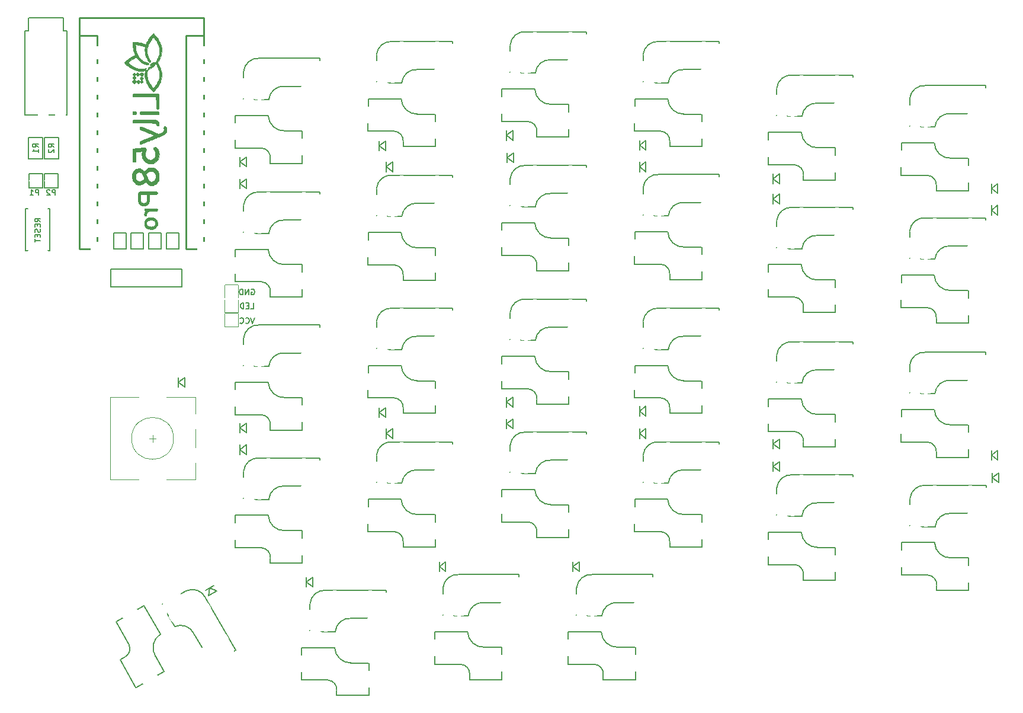
<source format=gbo>
G04 #@! TF.GenerationSoftware,KiCad,Pcbnew,(5.1.4-0)*
G04 #@! TF.CreationDate,2019-08-20T18:08:48+02:00*
G04 #@! TF.ProjectId,Lily58_Pro,4c696c79-3538-45f5-9072-6f2e6b696361,rev?*
G04 #@! TF.SameCoordinates,Original*
G04 #@! TF.FileFunction,Legend,Bot*
G04 #@! TF.FilePolarity,Positive*
%FSLAX46Y46*%
G04 Gerber Fmt 4.6, Leading zero omitted, Abs format (unit mm)*
G04 Created by KiCad (PCBNEW (5.1.4-0)) date 2019-08-20 18:08:48*
%MOMM*%
%LPD*%
G04 APERTURE LIST*
%ADD10C,0.150000*%
%ADD11C,0.010000*%
%ADD12C,0.250000*%
%ADD13C,0.120000*%
%ADD14C,1.600000*%
%ADD15R,1.600000X2.500000*%
%ADD16R,1.924000X1.924000*%
%ADD17C,1.100000*%
%ADD18C,0.100000*%
%ADD19C,3.400000*%
%ADD20C,0.500000*%
%ADD21C,2.400000*%
%ADD22C,2.300000*%
%ADD23C,2.900000*%
%ADD24C,4.400000*%
%ADD25C,2.100000*%
%ADD26C,2.800000*%
%ADD27R,1.100000X1.900000*%
%ADD28R,2.400000X2.400000*%
%ADD29R,2.300000X2.400000*%
%ADD30R,2.900000X2.900000*%
%ADD31R,2.800000X2.800000*%
%ADD32C,1.924000*%
%ADD33C,5.300000*%
%ADD34C,1.797000*%
%ADD35R,1.543000X1.035000*%
%ADD36R,2.200000X1.900000*%
%ADD37C,1.900000*%
%ADD38R,3.600000X2.400000*%
G04 APERTURE END LIST*
D10*
X88650000Y-39300000D02*
X88650000Y-37400000D01*
X89150000Y-39300000D02*
X88650000Y-39300000D01*
X83700000Y-37400000D02*
X88650000Y-37400000D01*
X83650000Y-39300000D02*
X83650000Y-37400000D01*
X83150000Y-51300000D02*
X83150000Y-39300000D01*
X89150000Y-51300000D02*
X83150000Y-51300000D01*
X89150000Y-39300000D02*
X89150000Y-51300000D01*
X83150000Y-39300000D02*
X83650000Y-39300000D01*
X113600000Y-75600000D02*
X113600000Y-77400000D01*
X111800000Y-75600000D02*
X113600000Y-75600000D01*
X111800000Y-77400000D02*
X111800000Y-75600000D01*
X113600000Y-77400000D02*
X111800000Y-77400000D01*
X113600000Y-79700000D02*
X113600000Y-81500000D01*
X111800000Y-79700000D02*
X113600000Y-79700000D01*
X111800000Y-81500000D02*
X111800000Y-79700000D01*
X113600000Y-81500000D02*
X111800000Y-81500000D01*
X113600000Y-77700000D02*
X113600000Y-79500000D01*
X111800000Y-77700000D02*
X113600000Y-77700000D01*
X111800000Y-79500000D02*
X111800000Y-77700000D01*
X113600000Y-79500000D02*
X111800000Y-79500000D01*
D11*
G36*
X98576767Y-45508607D02*
G01*
X98610791Y-45548838D01*
X98656274Y-45596116D01*
X98704034Y-45641340D01*
X98744886Y-45675409D01*
X98769648Y-45689223D01*
X98769945Y-45689231D01*
X98792385Y-45676144D01*
X98831598Y-45642897D01*
X98878455Y-45598511D01*
X98923829Y-45552007D01*
X98958592Y-45512404D01*
X98973616Y-45488725D01*
X98973693Y-45487872D01*
X98960902Y-45467838D01*
X98927251Y-45428685D01*
X98879818Y-45378613D01*
X98876184Y-45374930D01*
X98816411Y-45320015D01*
X98773382Y-45292230D01*
X98754069Y-45290808D01*
X98719442Y-45316772D01*
X98674205Y-45357699D01*
X98627444Y-45404354D01*
X98588248Y-45447507D01*
X98565705Y-45477925D01*
X98563385Y-45484523D01*
X98576767Y-45508607D01*
X98576767Y-45508607D01*
G37*
X98576767Y-45508607D02*
X98610791Y-45548838D01*
X98656274Y-45596116D01*
X98704034Y-45641340D01*
X98744886Y-45675409D01*
X98769648Y-45689223D01*
X98769945Y-45689231D01*
X98792385Y-45676144D01*
X98831598Y-45642897D01*
X98878455Y-45598511D01*
X98923829Y-45552007D01*
X98958592Y-45512404D01*
X98973616Y-45488725D01*
X98973693Y-45487872D01*
X98960902Y-45467838D01*
X98927251Y-45428685D01*
X98879818Y-45378613D01*
X98876184Y-45374930D01*
X98816411Y-45320015D01*
X98773382Y-45292230D01*
X98754069Y-45290808D01*
X98719442Y-45316772D01*
X98674205Y-45357699D01*
X98627444Y-45404354D01*
X98588248Y-45447507D01*
X98565705Y-45477925D01*
X98563385Y-45484523D01*
X98576767Y-45508607D01*
G36*
X98539806Y-45982373D02*
G01*
X98581446Y-46031594D01*
X98646611Y-46098875D01*
X98707163Y-46157320D01*
X98778758Y-46224870D01*
X98895764Y-46109085D01*
X98954939Y-46045648D01*
X98995350Y-45992268D01*
X99011668Y-45956084D01*
X99011768Y-45953611D01*
X98997338Y-45920896D01*
X98960046Y-45872788D01*
X98907229Y-45818694D01*
X98904707Y-45816364D01*
X98850200Y-45767810D01*
X98805304Y-45730688D01*
X98778929Y-45712329D01*
X98777586Y-45711785D01*
X98755808Y-45721646D01*
X98715855Y-45752742D01*
X98665773Y-45797337D01*
X98613610Y-45847693D01*
X98567410Y-45896074D01*
X98535223Y-45934743D01*
X98524881Y-45954758D01*
X98539806Y-45982373D01*
X98539806Y-45982373D01*
G37*
X98539806Y-45982373D02*
X98581446Y-46031594D01*
X98646611Y-46098875D01*
X98707163Y-46157320D01*
X98778758Y-46224870D01*
X98895764Y-46109085D01*
X98954939Y-46045648D01*
X98995350Y-45992268D01*
X99011668Y-45956084D01*
X99011768Y-45953611D01*
X98997338Y-45920896D01*
X98960046Y-45872788D01*
X98907229Y-45818694D01*
X98904707Y-45816364D01*
X98850200Y-45767810D01*
X98805304Y-45730688D01*
X98778929Y-45712329D01*
X98777586Y-45711785D01*
X98755808Y-45721646D01*
X98715855Y-45752742D01*
X98665773Y-45797337D01*
X98613610Y-45847693D01*
X98567410Y-45896074D01*
X98535223Y-45934743D01*
X98524881Y-45954758D01*
X98539806Y-45982373D01*
G36*
X98528387Y-51110807D02*
G01*
X98544482Y-51175708D01*
X98578376Y-51216026D01*
X98635857Y-51238757D01*
X98719693Y-51250627D01*
X98809396Y-51253425D01*
X98892986Y-51246971D01*
X98928964Y-51239831D01*
X98983472Y-51220569D01*
X99013044Y-51193037D01*
X99031432Y-51144800D01*
X99049875Y-51023749D01*
X99037192Y-50912860D01*
X99023202Y-50872961D01*
X98994843Y-50830947D01*
X98949375Y-50804159D01*
X98880738Y-50790930D01*
X98782869Y-50789588D01*
X98730163Y-50792259D01*
X98638171Y-50802725D01*
X98578047Y-50824746D01*
X98543341Y-50865281D01*
X98527598Y-50931291D01*
X98524308Y-51014325D01*
X98528387Y-51110807D01*
X98528387Y-51110807D01*
G37*
X98528387Y-51110807D02*
X98544482Y-51175708D01*
X98578376Y-51216026D01*
X98635857Y-51238757D01*
X98719693Y-51250627D01*
X98809396Y-51253425D01*
X98892986Y-51246971D01*
X98928964Y-51239831D01*
X98983472Y-51220569D01*
X99013044Y-51193037D01*
X99031432Y-51144800D01*
X99049875Y-51023749D01*
X99037192Y-50912860D01*
X99023202Y-50872961D01*
X98994843Y-50830947D01*
X98949375Y-50804159D01*
X98880738Y-50790930D01*
X98782869Y-50789588D01*
X98730163Y-50792259D01*
X98638171Y-50802725D01*
X98578047Y-50824746D01*
X98543341Y-50865281D01*
X98527598Y-50931291D01*
X98524308Y-51014325D01*
X98528387Y-51110807D01*
G36*
X98498942Y-46559428D02*
G01*
X98534882Y-46605959D01*
X98585267Y-46661833D01*
X98642310Y-46719232D01*
X98698226Y-46770342D01*
X98745230Y-46807344D01*
X98775534Y-46822423D01*
X98776480Y-46822461D01*
X98803082Y-46809136D01*
X98847726Y-46774184D01*
X98902676Y-46725139D01*
X98960194Y-46669537D01*
X99012543Y-46614912D01*
X99051985Y-46568799D01*
X99070783Y-46538733D01*
X99071385Y-46535275D01*
X99058397Y-46512613D01*
X99023428Y-46469710D01*
X98972469Y-46413613D01*
X98934755Y-46374573D01*
X98874758Y-46315932D01*
X98823486Y-46269630D01*
X98787865Y-46241721D01*
X98776548Y-46236308D01*
X98750303Y-46249892D01*
X98706294Y-46285534D01*
X98652125Y-46335568D01*
X98595397Y-46392327D01*
X98543713Y-46448144D01*
X98504677Y-46495354D01*
X98485892Y-46526290D01*
X98485231Y-46530057D01*
X98498942Y-46559428D01*
X98498942Y-46559428D01*
G37*
X98498942Y-46559428D02*
X98534882Y-46605959D01*
X98585267Y-46661833D01*
X98642310Y-46719232D01*
X98698226Y-46770342D01*
X98745230Y-46807344D01*
X98775534Y-46822423D01*
X98776480Y-46822461D01*
X98803082Y-46809136D01*
X98847726Y-46774184D01*
X98902676Y-46725139D01*
X98960194Y-46669537D01*
X99012543Y-46614912D01*
X99051985Y-46568799D01*
X99070783Y-46538733D01*
X99071385Y-46535275D01*
X99058397Y-46512613D01*
X99023428Y-46469710D01*
X98972469Y-46413613D01*
X98934755Y-46374573D01*
X98874758Y-46315932D01*
X98823486Y-46269630D01*
X98787865Y-46241721D01*
X98776548Y-46236308D01*
X98750303Y-46249892D01*
X98706294Y-46285534D01*
X98652125Y-46335568D01*
X98595397Y-46392327D01*
X98543713Y-46448144D01*
X98504677Y-46495354D01*
X98485892Y-46526290D01*
X98485231Y-46530057D01*
X98498942Y-46559428D01*
G36*
X99026382Y-45515220D02*
G01*
X99061467Y-45563061D01*
X99109402Y-45617219D01*
X99161560Y-45668709D01*
X99209316Y-45708543D01*
X99244045Y-45727736D01*
X99248516Y-45728308D01*
X99274214Y-45715202D01*
X99317133Y-45681269D01*
X99368935Y-45634581D01*
X99421281Y-45583212D01*
X99465834Y-45535237D01*
X99494253Y-45498729D01*
X99500117Y-45484688D01*
X99486401Y-45462595D01*
X99450903Y-45421558D01*
X99400424Y-45369275D01*
X99383010Y-45352192D01*
X99327235Y-45300323D01*
X99280857Y-45261130D01*
X99251739Y-45241130D01*
X99247464Y-45239846D01*
X99218189Y-45253826D01*
X99173602Y-45289844D01*
X99122286Y-45339021D01*
X99072824Y-45392474D01*
X99033800Y-45441323D01*
X99013796Y-45476687D01*
X99012770Y-45482684D01*
X99026382Y-45515220D01*
X99026382Y-45515220D01*
G37*
X99026382Y-45515220D02*
X99061467Y-45563061D01*
X99109402Y-45617219D01*
X99161560Y-45668709D01*
X99209316Y-45708543D01*
X99244045Y-45727736D01*
X99248516Y-45728308D01*
X99274214Y-45715202D01*
X99317133Y-45681269D01*
X99368935Y-45634581D01*
X99421281Y-45583212D01*
X99465834Y-45535237D01*
X99494253Y-45498729D01*
X99500117Y-45484688D01*
X99486401Y-45462595D01*
X99450903Y-45421558D01*
X99400424Y-45369275D01*
X99383010Y-45352192D01*
X99327235Y-45300323D01*
X99280857Y-45261130D01*
X99251739Y-45241130D01*
X99247464Y-45239846D01*
X99218189Y-45253826D01*
X99173602Y-45289844D01*
X99122286Y-45339021D01*
X99072824Y-45392474D01*
X99033800Y-45441323D01*
X99013796Y-45476687D01*
X99012770Y-45482684D01*
X99026382Y-45515220D01*
G36*
X99123655Y-46555677D02*
G01*
X99157818Y-46599243D01*
X99204824Y-46651652D01*
X99256547Y-46704476D01*
X99304860Y-46749286D01*
X99341638Y-46777655D01*
X99355259Y-46783291D01*
X99376923Y-46769890D01*
X99416278Y-46735266D01*
X99465321Y-46687638D01*
X99516048Y-46635226D01*
X99560456Y-46586250D01*
X99590543Y-46548928D01*
X99598924Y-46533043D01*
X99586064Y-46512472D01*
X99551744Y-46471867D01*
X99502347Y-46418609D01*
X99480268Y-46395894D01*
X99425433Y-46341590D01*
X99380827Y-46299994D01*
X99353476Y-46277553D01*
X99348950Y-46275384D01*
X99325749Y-46289091D01*
X99285744Y-46324566D01*
X99236885Y-46373343D01*
X99187122Y-46426953D01*
X99144406Y-46476929D01*
X99116688Y-46514804D01*
X99110462Y-46529384D01*
X99123655Y-46555677D01*
X99123655Y-46555677D01*
G37*
X99123655Y-46555677D02*
X99157818Y-46599243D01*
X99204824Y-46651652D01*
X99256547Y-46704476D01*
X99304860Y-46749286D01*
X99341638Y-46777655D01*
X99355259Y-46783291D01*
X99376923Y-46769890D01*
X99416278Y-46735266D01*
X99465321Y-46687638D01*
X99516048Y-46635226D01*
X99560456Y-46586250D01*
X99590543Y-46548928D01*
X99598924Y-46533043D01*
X99586064Y-46512472D01*
X99551744Y-46471867D01*
X99502347Y-46418609D01*
X99480268Y-46395894D01*
X99425433Y-46341590D01*
X99380827Y-46299994D01*
X99353476Y-46277553D01*
X99348950Y-46275384D01*
X99325749Y-46289091D01*
X99285744Y-46324566D01*
X99236885Y-46373343D01*
X99187122Y-46426953D01*
X99144406Y-46476929D01*
X99116688Y-46514804D01*
X99110462Y-46529384D01*
X99123655Y-46555677D01*
G36*
X99652093Y-46566022D02*
G01*
X99687572Y-46612554D01*
X99734237Y-46661175D01*
X99781889Y-46701561D01*
X99820328Y-46723385D01*
X99828516Y-46724769D01*
X99861273Y-46711025D01*
X99907253Y-46676289D01*
X99956461Y-46630309D01*
X99998905Y-46582830D01*
X100024589Y-46543599D01*
X100028026Y-46530201D01*
X100014313Y-46501407D01*
X99979480Y-46457303D01*
X99940779Y-46417038D01*
X99891222Y-46373041D01*
X99850186Y-46342936D01*
X99829917Y-46334000D01*
X99799847Y-46348047D01*
X99756290Y-46383503D01*
X99708968Y-46430343D01*
X99667606Y-46478537D01*
X99641928Y-46518061D01*
X99638000Y-46531905D01*
X99652093Y-46566022D01*
X99652093Y-46566022D01*
G37*
X99652093Y-46566022D02*
X99687572Y-46612554D01*
X99734237Y-46661175D01*
X99781889Y-46701561D01*
X99820328Y-46723385D01*
X99828516Y-46724769D01*
X99861273Y-46711025D01*
X99907253Y-46676289D01*
X99956461Y-46630309D01*
X99998905Y-46582830D01*
X100024589Y-46543599D01*
X100028026Y-46530201D01*
X100014313Y-46501407D01*
X99979480Y-46457303D01*
X99940779Y-46417038D01*
X99891222Y-46373041D01*
X99850186Y-46342936D01*
X99829917Y-46334000D01*
X99799847Y-46348047D01*
X99756290Y-46383503D01*
X99708968Y-46430343D01*
X99667606Y-46478537D01*
X99641928Y-46518061D01*
X99638000Y-46531905D01*
X99652093Y-46566022D01*
G36*
X99592244Y-46082702D02*
G01*
X99625549Y-46125704D01*
X99671395Y-46178143D01*
X99721874Y-46231558D01*
X99769081Y-46277491D01*
X99805108Y-46307483D01*
X99819462Y-46314461D01*
X99843712Y-46300895D01*
X99884931Y-46265731D01*
X99935107Y-46217268D01*
X99986227Y-46163806D01*
X100030279Y-46113645D01*
X100059251Y-46075084D01*
X100066265Y-46058805D01*
X100052218Y-46031653D01*
X100017131Y-45988123D01*
X99973457Y-45942505D01*
X99906025Y-45877023D01*
X99859094Y-45836623D01*
X99823945Y-45820442D01*
X99791862Y-45827615D01*
X99754126Y-45857276D01*
X99702019Y-45908562D01*
X99695582Y-45914946D01*
X99642060Y-45971040D01*
X99601563Y-46019441D01*
X99580780Y-46051940D01*
X99579385Y-46057595D01*
X99592244Y-46082702D01*
X99592244Y-46082702D01*
G37*
X99592244Y-46082702D02*
X99625549Y-46125704D01*
X99671395Y-46178143D01*
X99721874Y-46231558D01*
X99769081Y-46277491D01*
X99805108Y-46307483D01*
X99819462Y-46314461D01*
X99843712Y-46300895D01*
X99884931Y-46265731D01*
X99935107Y-46217268D01*
X99986227Y-46163806D01*
X100030279Y-46113645D01*
X100059251Y-46075084D01*
X100066265Y-46058805D01*
X100052218Y-46031653D01*
X100017131Y-45988123D01*
X99973457Y-45942505D01*
X99906025Y-45877023D01*
X99859094Y-45836623D01*
X99823945Y-45820442D01*
X99791862Y-45827615D01*
X99754126Y-45857276D01*
X99702019Y-45908562D01*
X99695582Y-45914946D01*
X99642060Y-45971040D01*
X99601563Y-46019441D01*
X99580780Y-46051940D01*
X99579385Y-46057595D01*
X99592244Y-46082702D01*
G36*
X99534848Y-45513585D02*
G01*
X99571774Y-45557592D01*
X99623587Y-45610797D01*
X99682323Y-45665780D01*
X99740021Y-45715124D01*
X99788717Y-45751408D01*
X99820451Y-45767214D01*
X99822552Y-45767384D01*
X99855704Y-45753521D01*
X99904952Y-45717303D01*
X99962102Y-45666787D01*
X100018960Y-45610029D01*
X100067333Y-45555085D01*
X100099026Y-45510013D01*
X100106924Y-45487771D01*
X100093969Y-45459034D01*
X100059343Y-45411425D01*
X100009401Y-45353304D01*
X99984808Y-45327171D01*
X99921537Y-45266279D01*
X99867342Y-45222634D01*
X99829372Y-45201818D01*
X99823092Y-45200835D01*
X99794503Y-45213994D01*
X99747962Y-45248581D01*
X99691333Y-45297172D01*
X99632478Y-45352346D01*
X99579262Y-45406680D01*
X99539548Y-45452753D01*
X99521199Y-45483142D01*
X99520770Y-45486195D01*
X99534848Y-45513585D01*
X99534848Y-45513585D01*
G37*
X99534848Y-45513585D02*
X99571774Y-45557592D01*
X99623587Y-45610797D01*
X99682323Y-45665780D01*
X99740021Y-45715124D01*
X99788717Y-45751408D01*
X99820451Y-45767214D01*
X99822552Y-45767384D01*
X99855704Y-45753521D01*
X99904952Y-45717303D01*
X99962102Y-45666787D01*
X100018960Y-45610029D01*
X100067333Y-45555085D01*
X100099026Y-45510013D01*
X100106924Y-45487771D01*
X100093969Y-45459034D01*
X100059343Y-45411425D01*
X100009401Y-45353304D01*
X99984808Y-45327171D01*
X99921537Y-45266279D01*
X99867342Y-45222634D01*
X99829372Y-45201818D01*
X99823092Y-45200835D01*
X99794503Y-45213994D01*
X99747962Y-45248581D01*
X99691333Y-45297172D01*
X99632478Y-45352346D01*
X99579262Y-45406680D01*
X99539548Y-45452753D01*
X99521199Y-45483142D01*
X99520770Y-45486195D01*
X99534848Y-45513585D01*
G36*
X100208473Y-65604373D02*
G01*
X100223267Y-65650577D01*
X100252574Y-65687734D01*
X100316986Y-65727938D01*
X100392151Y-65730620D01*
X100459303Y-65706029D01*
X100489624Y-65687475D01*
X100510439Y-65663673D01*
X100524682Y-65626486D01*
X100535291Y-65567774D01*
X100545201Y-65479398D01*
X100546759Y-65463594D01*
X100570422Y-65336109D01*
X100615790Y-65236298D01*
X100686541Y-65157164D01*
X100722044Y-65130234D01*
X100773841Y-65095977D01*
X100821785Y-65069100D01*
X100871461Y-65048711D01*
X100928453Y-65033922D01*
X100998348Y-65023841D01*
X101086729Y-65017578D01*
X101199182Y-65014242D01*
X101341293Y-65012943D01*
X101458818Y-65012769D01*
X101619231Y-65012398D01*
X101745353Y-65010875D01*
X101841967Y-65007589D01*
X101913853Y-65001925D01*
X101965796Y-64993271D01*
X102002576Y-64981013D01*
X102028977Y-64964539D01*
X102049780Y-64943236D01*
X102055264Y-64936308D01*
X102069793Y-64896891D01*
X102077297Y-64836582D01*
X102076775Y-64773099D01*
X102067231Y-64724166D01*
X102043955Y-64698298D01*
X102001864Y-64670697D01*
X102001359Y-64670435D01*
X101981608Y-64663055D01*
X101951232Y-64657002D01*
X101906652Y-64652153D01*
X101844288Y-64648387D01*
X101760561Y-64645582D01*
X101651891Y-64643617D01*
X101514700Y-64642369D01*
X101345408Y-64641717D01*
X101151917Y-64641538D01*
X100947912Y-64641665D01*
X100779305Y-64642252D01*
X100642419Y-64643612D01*
X100533575Y-64646056D01*
X100449096Y-64649896D01*
X100385304Y-64655442D01*
X100338520Y-64663008D01*
X100305067Y-64672903D01*
X100281266Y-64685440D01*
X100263440Y-64700930D01*
X100249199Y-64717999D01*
X100232704Y-64760900D01*
X100225182Y-64823673D01*
X100227787Y-64887904D01*
X100236291Y-64923971D01*
X100267443Y-64960642D01*
X100322646Y-64991995D01*
X100386931Y-65010568D01*
X100414408Y-65012769D01*
X100441346Y-65013815D01*
X100451152Y-65020893D01*
X100441245Y-65039912D01*
X100409046Y-65076780D01*
X100366866Y-65121655D01*
X100280356Y-65232925D01*
X100227972Y-65351469D01*
X100205901Y-65487008D01*
X100204616Y-65534973D01*
X100208473Y-65604373D01*
X100208473Y-65604373D01*
G37*
X100208473Y-65604373D02*
X100223267Y-65650577D01*
X100252574Y-65687734D01*
X100316986Y-65727938D01*
X100392151Y-65730620D01*
X100459303Y-65706029D01*
X100489624Y-65687475D01*
X100510439Y-65663673D01*
X100524682Y-65626486D01*
X100535291Y-65567774D01*
X100545201Y-65479398D01*
X100546759Y-65463594D01*
X100570422Y-65336109D01*
X100615790Y-65236298D01*
X100686541Y-65157164D01*
X100722044Y-65130234D01*
X100773841Y-65095977D01*
X100821785Y-65069100D01*
X100871461Y-65048711D01*
X100928453Y-65033922D01*
X100998348Y-65023841D01*
X101086729Y-65017578D01*
X101199182Y-65014242D01*
X101341293Y-65012943D01*
X101458818Y-65012769D01*
X101619231Y-65012398D01*
X101745353Y-65010875D01*
X101841967Y-65007589D01*
X101913853Y-65001925D01*
X101965796Y-64993271D01*
X102002576Y-64981013D01*
X102028977Y-64964539D01*
X102049780Y-64943236D01*
X102055264Y-64936308D01*
X102069793Y-64896891D01*
X102077297Y-64836582D01*
X102076775Y-64773099D01*
X102067231Y-64724166D01*
X102043955Y-64698298D01*
X102001864Y-64670697D01*
X102001359Y-64670435D01*
X101981608Y-64663055D01*
X101951232Y-64657002D01*
X101906652Y-64652153D01*
X101844288Y-64648387D01*
X101760561Y-64645582D01*
X101651891Y-64643617D01*
X101514700Y-64642369D01*
X101345408Y-64641717D01*
X101151917Y-64641538D01*
X100947912Y-64641665D01*
X100779305Y-64642252D01*
X100642419Y-64643612D01*
X100533575Y-64646056D01*
X100449096Y-64649896D01*
X100385304Y-64655442D01*
X100338520Y-64663008D01*
X100305067Y-64672903D01*
X100281266Y-64685440D01*
X100263440Y-64700930D01*
X100249199Y-64717999D01*
X100232704Y-64760900D01*
X100225182Y-64823673D01*
X100227787Y-64887904D01*
X100236291Y-64923971D01*
X100267443Y-64960642D01*
X100322646Y-64991995D01*
X100386931Y-65010568D01*
X100414408Y-65012769D01*
X100441346Y-65013815D01*
X100451152Y-65020893D01*
X100441245Y-65039912D01*
X100409046Y-65076780D01*
X100366866Y-65121655D01*
X100280356Y-65232925D01*
X100227972Y-65351469D01*
X100205901Y-65487008D01*
X100204616Y-65534973D01*
X100208473Y-65604373D01*
G36*
X99335136Y-63124125D02*
G01*
X99337570Y-63264985D01*
X99341262Y-63396700D01*
X99346145Y-63512459D01*
X99352155Y-63605448D01*
X99359224Y-63668854D01*
X99362270Y-63684154D01*
X99415154Y-63837943D01*
X99489907Y-63974804D01*
X99580977Y-64084719D01*
X99587923Y-64091240D01*
X99714685Y-64182698D01*
X99859972Y-64244850D01*
X100016901Y-64277944D01*
X100178590Y-64282224D01*
X100338154Y-64257936D01*
X100488712Y-64205327D01*
X100623379Y-64124642D01*
X100704722Y-64051358D01*
X100765130Y-63981121D01*
X100813912Y-63909457D01*
X100852224Y-63831305D01*
X100881225Y-63741606D01*
X100902071Y-63635303D01*
X100915920Y-63507335D01*
X100923930Y-63352643D01*
X100927259Y-63166169D01*
X100927539Y-63077500D01*
X100927539Y-62609538D01*
X101984392Y-62609538D01*
X102032350Y-62561580D01*
X102071126Y-62497421D01*
X102082529Y-62418855D01*
X102066521Y-62339400D01*
X102033162Y-62283359D01*
X101986016Y-62228538D01*
X100846660Y-62223187D01*
X100570100Y-62222204D01*
X100331116Y-62222046D01*
X100155044Y-62222643D01*
X100155044Y-62609538D01*
X100595385Y-62609538D01*
X100595385Y-63061541D01*
X100594145Y-63246846D01*
X100590438Y-63394521D01*
X100584281Y-63504162D01*
X100575692Y-63575367D01*
X100571496Y-63593276D01*
X100532289Y-63674442D01*
X100469275Y-63752994D01*
X100393668Y-63817498D01*
X100316677Y-63856519D01*
X100312077Y-63857850D01*
X100185195Y-63879337D01*
X100057989Y-63877034D01*
X99939806Y-63852668D01*
X99839996Y-63807964D01*
X99780587Y-63759734D01*
X99746695Y-63719734D01*
X99720250Y-63678650D01*
X99700237Y-63630996D01*
X99685640Y-63571286D01*
X99675442Y-63494035D01*
X99668627Y-63393757D01*
X99664181Y-63264965D01*
X99661292Y-63115615D01*
X99659319Y-62971157D01*
X99658667Y-62860748D01*
X99659604Y-62779375D01*
X99662398Y-62722024D01*
X99667320Y-62683681D01*
X99674636Y-62659334D01*
X99684615Y-62643968D01*
X99686677Y-62641807D01*
X99701534Y-62631195D01*
X99725412Y-62623155D01*
X99763309Y-62617344D01*
X99820222Y-62613420D01*
X99901151Y-62611039D01*
X100011092Y-62609860D01*
X100155044Y-62609538D01*
X100155044Y-62222643D01*
X100128217Y-62222734D01*
X99959910Y-62224289D01*
X99824702Y-62226731D01*
X99721102Y-62230080D01*
X99647617Y-62234357D01*
X99602755Y-62239582D01*
X99599437Y-62240229D01*
X99496253Y-62278410D01*
X99415389Y-62342616D01*
X99362894Y-62427302D01*
X99350588Y-62468449D01*
X99344106Y-62521108D01*
X99339275Y-62605498D01*
X99336027Y-62714808D01*
X99334298Y-62842224D01*
X99334023Y-62980934D01*
X99335136Y-63124125D01*
X99335136Y-63124125D01*
G37*
X99335136Y-63124125D02*
X99337570Y-63264985D01*
X99341262Y-63396700D01*
X99346145Y-63512459D01*
X99352155Y-63605448D01*
X99359224Y-63668854D01*
X99362270Y-63684154D01*
X99415154Y-63837943D01*
X99489907Y-63974804D01*
X99580977Y-64084719D01*
X99587923Y-64091240D01*
X99714685Y-64182698D01*
X99859972Y-64244850D01*
X100016901Y-64277944D01*
X100178590Y-64282224D01*
X100338154Y-64257936D01*
X100488712Y-64205327D01*
X100623379Y-64124642D01*
X100704722Y-64051358D01*
X100765130Y-63981121D01*
X100813912Y-63909457D01*
X100852224Y-63831305D01*
X100881225Y-63741606D01*
X100902071Y-63635303D01*
X100915920Y-63507335D01*
X100923930Y-63352643D01*
X100927259Y-63166169D01*
X100927539Y-63077500D01*
X100927539Y-62609538D01*
X101984392Y-62609538D01*
X102032350Y-62561580D01*
X102071126Y-62497421D01*
X102082529Y-62418855D01*
X102066521Y-62339400D01*
X102033162Y-62283359D01*
X101986016Y-62228538D01*
X100846660Y-62223187D01*
X100570100Y-62222204D01*
X100331116Y-62222046D01*
X100155044Y-62222643D01*
X100155044Y-62609538D01*
X100595385Y-62609538D01*
X100595385Y-63061541D01*
X100594145Y-63246846D01*
X100590438Y-63394521D01*
X100584281Y-63504162D01*
X100575692Y-63575367D01*
X100571496Y-63593276D01*
X100532289Y-63674442D01*
X100469275Y-63752994D01*
X100393668Y-63817498D01*
X100316677Y-63856519D01*
X100312077Y-63857850D01*
X100185195Y-63879337D01*
X100057989Y-63877034D01*
X99939806Y-63852668D01*
X99839996Y-63807964D01*
X99780587Y-63759734D01*
X99746695Y-63719734D01*
X99720250Y-63678650D01*
X99700237Y-63630996D01*
X99685640Y-63571286D01*
X99675442Y-63494035D01*
X99668627Y-63393757D01*
X99664181Y-63264965D01*
X99661292Y-63115615D01*
X99659319Y-62971157D01*
X99658667Y-62860748D01*
X99659604Y-62779375D01*
X99662398Y-62722024D01*
X99667320Y-62683681D01*
X99674636Y-62659334D01*
X99684615Y-62643968D01*
X99686677Y-62641807D01*
X99701534Y-62631195D01*
X99725412Y-62623155D01*
X99763309Y-62617344D01*
X99820222Y-62613420D01*
X99901151Y-62611039D01*
X100011092Y-62609860D01*
X100155044Y-62609538D01*
X100155044Y-62222643D01*
X100128217Y-62222734D01*
X99959910Y-62224289D01*
X99824702Y-62226731D01*
X99721102Y-62230080D01*
X99647617Y-62234357D01*
X99602755Y-62239582D01*
X99599437Y-62240229D01*
X99496253Y-62278410D01*
X99415389Y-62342616D01*
X99362894Y-62427302D01*
X99350588Y-62468449D01*
X99344106Y-62521108D01*
X99339275Y-62605498D01*
X99336027Y-62714808D01*
X99334298Y-62842224D01*
X99334023Y-62980934D01*
X99335136Y-63124125D01*
G36*
X100231875Y-67005656D02*
G01*
X100276012Y-67138936D01*
X100346438Y-67256604D01*
X100427598Y-67349018D01*
X100560075Y-67460302D01*
X100705554Y-67540754D01*
X100869023Y-67592210D01*
X101055471Y-67616504D01*
X101162000Y-67619019D01*
X101372761Y-67602775D01*
X101560273Y-67557377D01*
X101695976Y-67498335D01*
X101794217Y-67430337D01*
X101890321Y-67338179D01*
X101973617Y-67233871D01*
X102033438Y-67129422D01*
X102041886Y-67108945D01*
X102072773Y-66995681D01*
X102090379Y-66862114D01*
X102093935Y-66723986D01*
X102082673Y-66597036D01*
X102069763Y-66537243D01*
X102006072Y-66379886D01*
X101910085Y-66242493D01*
X101784358Y-66127358D01*
X101631448Y-66036773D01*
X101453911Y-65973032D01*
X101435539Y-65968378D01*
X101334480Y-65951907D01*
X101211057Y-65943914D01*
X101152231Y-65944127D01*
X101152231Y-66302308D01*
X101330447Y-66314438D01*
X101483759Y-66350141D01*
X101609902Y-66408382D01*
X101706612Y-66488128D01*
X101769787Y-66584233D01*
X101796515Y-66676603D01*
X101805481Y-66785248D01*
X101796365Y-66891975D01*
X101776425Y-66962358D01*
X101712815Y-67069361D01*
X101621079Y-67152063D01*
X101500399Y-67210810D01*
X101349954Y-67245947D01*
X101168925Y-67257821D01*
X101081005Y-67255839D01*
X100927193Y-67241377D01*
X100803489Y-67211985D01*
X100703038Y-67165420D01*
X100627114Y-67107221D01*
X100553616Y-67013107D01*
X100509887Y-66902103D01*
X100495942Y-66782650D01*
X100511794Y-66663187D01*
X100557459Y-66552157D01*
X100626031Y-66464502D01*
X100727221Y-66389476D01*
X100851892Y-66338183D01*
X101003440Y-66309575D01*
X101152231Y-66302308D01*
X101152231Y-65944127D01*
X101080753Y-65944388D01*
X100959050Y-65953319D01*
X100868924Y-65968762D01*
X100687679Y-66031247D01*
X100532528Y-66120952D01*
X100405348Y-66235378D01*
X100308012Y-66372025D01*
X100242396Y-66528393D01*
X100210376Y-66701983D01*
X100209893Y-66847233D01*
X100231875Y-67005656D01*
X100231875Y-67005656D01*
G37*
X100231875Y-67005656D02*
X100276012Y-67138936D01*
X100346438Y-67256604D01*
X100427598Y-67349018D01*
X100560075Y-67460302D01*
X100705554Y-67540754D01*
X100869023Y-67592210D01*
X101055471Y-67616504D01*
X101162000Y-67619019D01*
X101372761Y-67602775D01*
X101560273Y-67557377D01*
X101695976Y-67498335D01*
X101794217Y-67430337D01*
X101890321Y-67338179D01*
X101973617Y-67233871D01*
X102033438Y-67129422D01*
X102041886Y-67108945D01*
X102072773Y-66995681D01*
X102090379Y-66862114D01*
X102093935Y-66723986D01*
X102082673Y-66597036D01*
X102069763Y-66537243D01*
X102006072Y-66379886D01*
X101910085Y-66242493D01*
X101784358Y-66127358D01*
X101631448Y-66036773D01*
X101453911Y-65973032D01*
X101435539Y-65968378D01*
X101334480Y-65951907D01*
X101211057Y-65943914D01*
X101152231Y-65944127D01*
X101152231Y-66302308D01*
X101330447Y-66314438D01*
X101483759Y-66350141D01*
X101609902Y-66408382D01*
X101706612Y-66488128D01*
X101769787Y-66584233D01*
X101796515Y-66676603D01*
X101805481Y-66785248D01*
X101796365Y-66891975D01*
X101776425Y-66962358D01*
X101712815Y-67069361D01*
X101621079Y-67152063D01*
X101500399Y-67210810D01*
X101349954Y-67245947D01*
X101168925Y-67257821D01*
X101081005Y-67255839D01*
X100927193Y-67241377D01*
X100803489Y-67211985D01*
X100703038Y-67165420D01*
X100627114Y-67107221D01*
X100553616Y-67013107D01*
X100509887Y-66902103D01*
X100495942Y-66782650D01*
X100511794Y-66663187D01*
X100557459Y-66552157D01*
X100626031Y-66464502D01*
X100727221Y-66389476D01*
X100851892Y-66338183D01*
X101003440Y-66309575D01*
X101152231Y-66302308D01*
X101152231Y-65944127D01*
X101080753Y-65944388D01*
X100959050Y-65953319D01*
X100868924Y-65968762D01*
X100687679Y-66031247D01*
X100532528Y-66120952D01*
X100405348Y-66235378D01*
X100308012Y-66372025D01*
X100242396Y-66528393D01*
X100210376Y-66701983D01*
X100209893Y-66847233D01*
X100231875Y-67005656D01*
G36*
X99580616Y-51089770D02*
G01*
X99586370Y-51137207D01*
X99599737Y-51167613D01*
X99623808Y-51191995D01*
X99630866Y-51197659D01*
X99641921Y-51205798D01*
X99654780Y-51212766D01*
X99672377Y-51218654D01*
X99697643Y-51223554D01*
X99733510Y-51227555D01*
X99782910Y-51230749D01*
X99848776Y-51233228D01*
X99934040Y-51235080D01*
X100041633Y-51236399D01*
X100174488Y-51237273D01*
X100335536Y-51237795D01*
X100527711Y-51238055D01*
X100753944Y-51238144D01*
X100937308Y-51238154D01*
X101189565Y-51238131D01*
X101405678Y-51238002D01*
X101588577Y-51237675D01*
X101741197Y-51237061D01*
X101866467Y-51236068D01*
X101967321Y-51234605D01*
X102046691Y-51232581D01*
X102107509Y-51229906D01*
X102152707Y-51226488D01*
X102185216Y-51222237D01*
X102207970Y-51217062D01*
X102223900Y-51210871D01*
X102235939Y-51203575D01*
X102243750Y-51197659D01*
X102271250Y-51172286D01*
X102286753Y-51142970D01*
X102293624Y-51098211D01*
X102295229Y-51026512D01*
X102295231Y-51021812D01*
X102292887Y-50943484D01*
X102284199Y-50892969D01*
X102266689Y-50859194D01*
X102256154Y-50847384D01*
X102247459Y-50839574D01*
X102236247Y-50832880D01*
X102219631Y-50827216D01*
X102194729Y-50822497D01*
X102158655Y-50818636D01*
X102108525Y-50815547D01*
X102041454Y-50813144D01*
X101954559Y-50811342D01*
X101844953Y-50810053D01*
X101709754Y-50809192D01*
X101546076Y-50808674D01*
X101351034Y-50808411D01*
X101121745Y-50808318D01*
X100946390Y-50808308D01*
X100689930Y-50808384D01*
X100469692Y-50808659D01*
X100282825Y-50809201D01*
X100126473Y-50810077D01*
X99997783Y-50811357D01*
X99893901Y-50813109D01*
X99811975Y-50815400D01*
X99749149Y-50818300D01*
X99702571Y-50821876D01*
X99669387Y-50826196D01*
X99646743Y-50831330D01*
X99631785Y-50837345D01*
X99627544Y-50839862D01*
X99602454Y-50859855D01*
X99587980Y-50885667D01*
X99581256Y-50927674D01*
X99579418Y-50996254D01*
X99579385Y-51014290D01*
X99580616Y-51089770D01*
X99580616Y-51089770D01*
G37*
X99580616Y-51089770D02*
X99586370Y-51137207D01*
X99599737Y-51167613D01*
X99623808Y-51191995D01*
X99630866Y-51197659D01*
X99641921Y-51205798D01*
X99654780Y-51212766D01*
X99672377Y-51218654D01*
X99697643Y-51223554D01*
X99733510Y-51227555D01*
X99782910Y-51230749D01*
X99848776Y-51233228D01*
X99934040Y-51235080D01*
X100041633Y-51236399D01*
X100174488Y-51237273D01*
X100335536Y-51237795D01*
X100527711Y-51238055D01*
X100753944Y-51238144D01*
X100937308Y-51238154D01*
X101189565Y-51238131D01*
X101405678Y-51238002D01*
X101588577Y-51237675D01*
X101741197Y-51237061D01*
X101866467Y-51236068D01*
X101967321Y-51234605D01*
X102046691Y-51232581D01*
X102107509Y-51229906D01*
X102152707Y-51226488D01*
X102185216Y-51222237D01*
X102207970Y-51217062D01*
X102223900Y-51210871D01*
X102235939Y-51203575D01*
X102243750Y-51197659D01*
X102271250Y-51172286D01*
X102286753Y-51142970D01*
X102293624Y-51098211D01*
X102295229Y-51026512D01*
X102295231Y-51021812D01*
X102292887Y-50943484D01*
X102284199Y-50892969D01*
X102266689Y-50859194D01*
X102256154Y-50847384D01*
X102247459Y-50839574D01*
X102236247Y-50832880D01*
X102219631Y-50827216D01*
X102194729Y-50822497D01*
X102158655Y-50818636D01*
X102108525Y-50815547D01*
X102041454Y-50813144D01*
X101954559Y-50811342D01*
X101844953Y-50810053D01*
X101709754Y-50809192D01*
X101546076Y-50808674D01*
X101351034Y-50808411D01*
X101121745Y-50808318D01*
X100946390Y-50808308D01*
X100689930Y-50808384D01*
X100469692Y-50808659D01*
X100282825Y-50809201D01*
X100126473Y-50810077D01*
X99997783Y-50811357D01*
X99893901Y-50813109D01*
X99811975Y-50815400D01*
X99749149Y-50818300D01*
X99702571Y-50821876D01*
X99669387Y-50826196D01*
X99646743Y-50831330D01*
X99631785Y-50837345D01*
X99627544Y-50839862D01*
X99602454Y-50859855D01*
X99587980Y-50885667D01*
X99581256Y-50927674D01*
X99579418Y-50996254D01*
X99579385Y-51014290D01*
X99580616Y-51089770D01*
G36*
X98522506Y-48601678D02*
G01*
X98530817Y-48621544D01*
X98547451Y-48638230D01*
X98574786Y-48652033D01*
X98615199Y-48663248D01*
X98671069Y-48672172D01*
X98744774Y-48679101D01*
X98838691Y-48684332D01*
X98955199Y-48688161D01*
X99096675Y-48690885D01*
X99265498Y-48692798D01*
X99464045Y-48694199D01*
X99694695Y-48695383D01*
X99959825Y-48696646D01*
X100239645Y-48698154D01*
X101894693Y-48707923D01*
X101904462Y-49523036D01*
X101906884Y-49733364D01*
X101909134Y-49907943D01*
X101911935Y-50050093D01*
X101916006Y-50163132D01*
X101922069Y-50250378D01*
X101930846Y-50315150D01*
X101943059Y-50360767D01*
X101959427Y-50390547D01*
X101980674Y-50407808D01*
X102007519Y-50415869D01*
X102040684Y-50418049D01*
X102080892Y-50417666D01*
X102098894Y-50417538D01*
X102170960Y-50414593D01*
X102216996Y-50403434D01*
X102249760Y-50380575D01*
X102255393Y-50374777D01*
X102264330Y-50364228D01*
X102271821Y-50351205D01*
X102277991Y-50332399D01*
X102282970Y-50304499D01*
X102286885Y-50264196D01*
X102289864Y-50208180D01*
X102292034Y-50133141D01*
X102293524Y-50035769D01*
X102294461Y-49912754D01*
X102294972Y-49760787D01*
X102295187Y-49576557D01*
X102295231Y-49356754D01*
X102295231Y-48353273D01*
X102250010Y-48310790D01*
X102204790Y-48268308D01*
X98609274Y-48268308D01*
X98566791Y-48313528D01*
X98542291Y-48347441D01*
X98529400Y-48390878D01*
X98525031Y-48456450D01*
X98524930Y-48484490D01*
X98523729Y-48520038D01*
X98521340Y-48551222D01*
X98520139Y-48578336D01*
X98522506Y-48601678D01*
X98522506Y-48601678D01*
G37*
X98522506Y-48601678D02*
X98530817Y-48621544D01*
X98547451Y-48638230D01*
X98574786Y-48652033D01*
X98615199Y-48663248D01*
X98671069Y-48672172D01*
X98744774Y-48679101D01*
X98838691Y-48684332D01*
X98955199Y-48688161D01*
X99096675Y-48690885D01*
X99265498Y-48692798D01*
X99464045Y-48694199D01*
X99694695Y-48695383D01*
X99959825Y-48696646D01*
X100239645Y-48698154D01*
X101894693Y-48707923D01*
X101904462Y-49523036D01*
X101906884Y-49733364D01*
X101909134Y-49907943D01*
X101911935Y-50050093D01*
X101916006Y-50163132D01*
X101922069Y-50250378D01*
X101930846Y-50315150D01*
X101943059Y-50360767D01*
X101959427Y-50390547D01*
X101980674Y-50407808D01*
X102007519Y-50415869D01*
X102040684Y-50418049D01*
X102080892Y-50417666D01*
X102098894Y-50417538D01*
X102170960Y-50414593D01*
X102216996Y-50403434D01*
X102249760Y-50380575D01*
X102255393Y-50374777D01*
X102264330Y-50364228D01*
X102271821Y-50351205D01*
X102277991Y-50332399D01*
X102282970Y-50304499D01*
X102286885Y-50264196D01*
X102289864Y-50208180D01*
X102292034Y-50133141D01*
X102293524Y-50035769D01*
X102294461Y-49912754D01*
X102294972Y-49760787D01*
X102295187Y-49576557D01*
X102295231Y-49356754D01*
X102295231Y-48353273D01*
X102250010Y-48310790D01*
X102204790Y-48268308D01*
X98609274Y-48268308D01*
X98566791Y-48313528D01*
X98542291Y-48347441D01*
X98529400Y-48390878D01*
X98525031Y-48456450D01*
X98524930Y-48484490D01*
X98523729Y-48520038D01*
X98521340Y-48551222D01*
X98520139Y-48578336D01*
X98522506Y-48601678D01*
G36*
X98523569Y-52251891D02*
G01*
X98537813Y-52326575D01*
X98561648Y-52374104D01*
X98598988Y-52420231D01*
X100168687Y-52430000D01*
X100453375Y-52431800D01*
X100701605Y-52433472D01*
X100915995Y-52435091D01*
X101099164Y-52436734D01*
X101253728Y-52438478D01*
X101382307Y-52440400D01*
X101487518Y-52442576D01*
X101571980Y-52445083D01*
X101638311Y-52447998D01*
X101689129Y-52451398D01*
X101727051Y-52455358D01*
X101754697Y-52459957D01*
X101774685Y-52465271D01*
X101789632Y-52471376D01*
X101801314Y-52477837D01*
X101852658Y-52525810D01*
X101895964Y-52594952D01*
X101921201Y-52667507D01*
X101924000Y-52695053D01*
X101936966Y-52728343D01*
X101968523Y-52769300D01*
X101971958Y-52772811D01*
X102033027Y-52809124D01*
X102111507Y-52822967D01*
X102192577Y-52813960D01*
X102261415Y-52781723D01*
X102263289Y-52780274D01*
X102290298Y-52755612D01*
X102305650Y-52727483D01*
X102312460Y-52684727D01*
X102313843Y-52616186D01*
X102313752Y-52599543D01*
X102302916Y-52468790D01*
X102274928Y-52361070D01*
X102207711Y-52239648D01*
X102108833Y-52137898D01*
X101985781Y-52061786D01*
X101875154Y-52009923D01*
X100239971Y-52004607D01*
X98604788Y-51999290D01*
X98564548Y-52042483D01*
X98537065Y-52095199D01*
X98523363Y-52169884D01*
X98523569Y-52251891D01*
X98523569Y-52251891D01*
G37*
X98523569Y-52251891D02*
X98537813Y-52326575D01*
X98561648Y-52374104D01*
X98598988Y-52420231D01*
X100168687Y-52430000D01*
X100453375Y-52431800D01*
X100701605Y-52433472D01*
X100915995Y-52435091D01*
X101099164Y-52436734D01*
X101253728Y-52438478D01*
X101382307Y-52440400D01*
X101487518Y-52442576D01*
X101571980Y-52445083D01*
X101638311Y-52447998D01*
X101689129Y-52451398D01*
X101727051Y-52455358D01*
X101754697Y-52459957D01*
X101774685Y-52465271D01*
X101789632Y-52471376D01*
X101801314Y-52477837D01*
X101852658Y-52525810D01*
X101895964Y-52594952D01*
X101921201Y-52667507D01*
X101924000Y-52695053D01*
X101936966Y-52728343D01*
X101968523Y-52769300D01*
X101971958Y-52772811D01*
X102033027Y-52809124D01*
X102111507Y-52822967D01*
X102192577Y-52813960D01*
X102261415Y-52781723D01*
X102263289Y-52780274D01*
X102290298Y-52755612D01*
X102305650Y-52727483D01*
X102312460Y-52684727D01*
X102313843Y-52616186D01*
X102313752Y-52599543D01*
X102302916Y-52468790D01*
X102274928Y-52361070D01*
X102207711Y-52239648D01*
X102108833Y-52137898D01*
X101985781Y-52061786D01*
X101875154Y-52009923D01*
X100239971Y-52004607D01*
X98604788Y-51999290D01*
X98564548Y-52042483D01*
X98537065Y-52095199D01*
X98523363Y-52169884D01*
X98523569Y-52251891D01*
G36*
X98485266Y-60249716D02*
G01*
X98516068Y-60458419D01*
X98571139Y-60651879D01*
X98636254Y-60797235D01*
X98695167Y-60886191D01*
X98774739Y-60980436D01*
X98863982Y-61068642D01*
X98951904Y-61139476D01*
X98993807Y-61165879D01*
X99163433Y-61237476D01*
X99347330Y-61273834D01*
X99542212Y-61274623D01*
X99740462Y-61240628D01*
X99889076Y-61193846D01*
X100031106Y-61129291D01*
X100177240Y-61041564D01*
X100284576Y-60965795D01*
X100436124Y-60853429D01*
X100468341Y-60902598D01*
X100584126Y-61051309D01*
X100721055Y-61180278D01*
X100868968Y-61279978D01*
X100873316Y-61282334D01*
X100930883Y-61311888D01*
X100979717Y-61331441D01*
X101031168Y-61343455D01*
X101096588Y-61350392D01*
X101187331Y-61354713D01*
X101210847Y-61355525D01*
X101310820Y-61357882D01*
X101383921Y-61356091D01*
X101442268Y-61348654D01*
X101497975Y-61334072D01*
X101558808Y-61312493D01*
X101749705Y-61220628D01*
X101915716Y-61099615D01*
X102055398Y-60951571D01*
X102167308Y-60778612D01*
X102250002Y-60582856D01*
X102302036Y-60366419D01*
X102319834Y-60196538D01*
X102322846Y-60094951D01*
X102322209Y-59991053D01*
X102318149Y-59902008D01*
X102315590Y-59874154D01*
X102274698Y-59659884D01*
X102204340Y-59463372D01*
X102107488Y-59287095D01*
X101987116Y-59133530D01*
X101846198Y-59005151D01*
X101687705Y-58904436D01*
X101514611Y-58833862D01*
X101329890Y-58795904D01*
X101155025Y-58793314D01*
X101155025Y-59327268D01*
X101251019Y-59329603D01*
X101322111Y-59337963D01*
X101382306Y-59354752D01*
X101428496Y-59374215D01*
X101566450Y-59459095D01*
X101681067Y-59571475D01*
X101769870Y-59705811D01*
X101830381Y-59856559D01*
X101860122Y-60018174D01*
X101856614Y-60185112D01*
X101836887Y-60287971D01*
X101777977Y-60449709D01*
X101693360Y-60586839D01*
X101585969Y-60696434D01*
X101458740Y-60775567D01*
X101314606Y-60821313D01*
X101299510Y-60823917D01*
X101222789Y-60824488D01*
X101128731Y-60807449D01*
X101110735Y-60802511D01*
X101018499Y-60765398D01*
X100935383Y-60708016D01*
X100857599Y-60626154D01*
X100781360Y-60515597D01*
X100702876Y-60372132D01*
X100677833Y-60321015D01*
X100633861Y-60228070D01*
X100595188Y-60144029D01*
X100565495Y-60077053D01*
X100548463Y-60035306D01*
X100546824Y-60030461D01*
X100529293Y-59984758D01*
X100501348Y-59922384D01*
X100483868Y-59886446D01*
X100456466Y-59819770D01*
X100445368Y-59765468D01*
X100446663Y-59748897D01*
X100467111Y-59713116D01*
X100513724Y-59656808D01*
X100582529Y-59584321D01*
X100669551Y-59500002D01*
X100699852Y-59471914D01*
X100728191Y-59453365D01*
X100781017Y-59424512D01*
X100847302Y-59391357D01*
X100852484Y-59388876D01*
X100921934Y-59357878D01*
X100980051Y-59339353D01*
X101042019Y-59330210D01*
X101123018Y-59327358D01*
X101155025Y-59327268D01*
X101155025Y-58793314D01*
X101136514Y-58793039D01*
X101033504Y-58806244D01*
X100834952Y-58860678D01*
X100647803Y-58951676D01*
X100471230Y-59079732D01*
X100307521Y-59241812D01*
X100196702Y-59367257D01*
X100147488Y-59303205D01*
X100015213Y-59159297D01*
X99867435Y-59050156D01*
X99706596Y-58976633D01*
X99535142Y-58939576D01*
X99516050Y-58939603D01*
X99516050Y-59456197D01*
X99637631Y-59489737D01*
X99720338Y-59535586D01*
X99803549Y-59608921D01*
X99888392Y-59716211D01*
X99975541Y-59858588D01*
X100065666Y-60037185D01*
X100159439Y-60253134D01*
X100187661Y-60323538D01*
X100212184Y-60390098D01*
X100219111Y-60433179D01*
X100206031Y-60465309D01*
X100170535Y-60499013D01*
X100150885Y-60514669D01*
X99990992Y-60623366D01*
X99830491Y-60700296D01*
X99672778Y-60745716D01*
X99521251Y-60759885D01*
X99379307Y-60743061D01*
X99250344Y-60695503D01*
X99137760Y-60617470D01*
X99044951Y-60509218D01*
X98998841Y-60427062D01*
X98974754Y-60372121D01*
X98959225Y-60322849D01*
X98950438Y-60268013D01*
X98946580Y-60196383D01*
X98945834Y-60098846D01*
X98947060Y-59998475D01*
X98951528Y-59925934D01*
X98960995Y-59870005D01*
X98977218Y-59819468D01*
X98996585Y-59774635D01*
X99071062Y-59651950D01*
X99165534Y-59557017D01*
X99274715Y-59491583D01*
X99393316Y-59457394D01*
X99516050Y-59456197D01*
X99516050Y-58939603D01*
X99355516Y-58939837D01*
X99193626Y-58971328D01*
X99019507Y-59040289D01*
X98864786Y-59141562D01*
X98732744Y-59271862D01*
X98626662Y-59427900D01*
X98549822Y-59606392D01*
X98545317Y-59620633D01*
X98499207Y-59821974D01*
X98479418Y-60034618D01*
X98485266Y-60249716D01*
X98485266Y-60249716D01*
G37*
X98485266Y-60249716D02*
X98516068Y-60458419D01*
X98571139Y-60651879D01*
X98636254Y-60797235D01*
X98695167Y-60886191D01*
X98774739Y-60980436D01*
X98863982Y-61068642D01*
X98951904Y-61139476D01*
X98993807Y-61165879D01*
X99163433Y-61237476D01*
X99347330Y-61273834D01*
X99542212Y-61274623D01*
X99740462Y-61240628D01*
X99889076Y-61193846D01*
X100031106Y-61129291D01*
X100177240Y-61041564D01*
X100284576Y-60965795D01*
X100436124Y-60853429D01*
X100468341Y-60902598D01*
X100584126Y-61051309D01*
X100721055Y-61180278D01*
X100868968Y-61279978D01*
X100873316Y-61282334D01*
X100930883Y-61311888D01*
X100979717Y-61331441D01*
X101031168Y-61343455D01*
X101096588Y-61350392D01*
X101187331Y-61354713D01*
X101210847Y-61355525D01*
X101310820Y-61357882D01*
X101383921Y-61356091D01*
X101442268Y-61348654D01*
X101497975Y-61334072D01*
X101558808Y-61312493D01*
X101749705Y-61220628D01*
X101915716Y-61099615D01*
X102055398Y-60951571D01*
X102167308Y-60778612D01*
X102250002Y-60582856D01*
X102302036Y-60366419D01*
X102319834Y-60196538D01*
X102322846Y-60094951D01*
X102322209Y-59991053D01*
X102318149Y-59902008D01*
X102315590Y-59874154D01*
X102274698Y-59659884D01*
X102204340Y-59463372D01*
X102107488Y-59287095D01*
X101987116Y-59133530D01*
X101846198Y-59005151D01*
X101687705Y-58904436D01*
X101514611Y-58833862D01*
X101329890Y-58795904D01*
X101155025Y-58793314D01*
X101155025Y-59327268D01*
X101251019Y-59329603D01*
X101322111Y-59337963D01*
X101382306Y-59354752D01*
X101428496Y-59374215D01*
X101566450Y-59459095D01*
X101681067Y-59571475D01*
X101769870Y-59705811D01*
X101830381Y-59856559D01*
X101860122Y-60018174D01*
X101856614Y-60185112D01*
X101836887Y-60287971D01*
X101777977Y-60449709D01*
X101693360Y-60586839D01*
X101585969Y-60696434D01*
X101458740Y-60775567D01*
X101314606Y-60821313D01*
X101299510Y-60823917D01*
X101222789Y-60824488D01*
X101128731Y-60807449D01*
X101110735Y-60802511D01*
X101018499Y-60765398D01*
X100935383Y-60708016D01*
X100857599Y-60626154D01*
X100781360Y-60515597D01*
X100702876Y-60372132D01*
X100677833Y-60321015D01*
X100633861Y-60228070D01*
X100595188Y-60144029D01*
X100565495Y-60077053D01*
X100548463Y-60035306D01*
X100546824Y-60030461D01*
X100529293Y-59984758D01*
X100501348Y-59922384D01*
X100483868Y-59886446D01*
X100456466Y-59819770D01*
X100445368Y-59765468D01*
X100446663Y-59748897D01*
X100467111Y-59713116D01*
X100513724Y-59656808D01*
X100582529Y-59584321D01*
X100669551Y-59500002D01*
X100699852Y-59471914D01*
X100728191Y-59453365D01*
X100781017Y-59424512D01*
X100847302Y-59391357D01*
X100852484Y-59388876D01*
X100921934Y-59357878D01*
X100980051Y-59339353D01*
X101042019Y-59330210D01*
X101123018Y-59327358D01*
X101155025Y-59327268D01*
X101155025Y-58793314D01*
X101136514Y-58793039D01*
X101033504Y-58806244D01*
X100834952Y-58860678D01*
X100647803Y-58951676D01*
X100471230Y-59079732D01*
X100307521Y-59241812D01*
X100196702Y-59367257D01*
X100147488Y-59303205D01*
X100015213Y-59159297D01*
X99867435Y-59050156D01*
X99706596Y-58976633D01*
X99535142Y-58939576D01*
X99516050Y-58939603D01*
X99516050Y-59456197D01*
X99637631Y-59489737D01*
X99720338Y-59535586D01*
X99803549Y-59608921D01*
X99888392Y-59716211D01*
X99975541Y-59858588D01*
X100065666Y-60037185D01*
X100159439Y-60253134D01*
X100187661Y-60323538D01*
X100212184Y-60390098D01*
X100219111Y-60433179D01*
X100206031Y-60465309D01*
X100170535Y-60499013D01*
X100150885Y-60514669D01*
X99990992Y-60623366D01*
X99830491Y-60700296D01*
X99672778Y-60745716D01*
X99521251Y-60759885D01*
X99379307Y-60743061D01*
X99250344Y-60695503D01*
X99137760Y-60617470D01*
X99044951Y-60509218D01*
X98998841Y-60427062D01*
X98974754Y-60372121D01*
X98959225Y-60322849D01*
X98950438Y-60268013D01*
X98946580Y-60196383D01*
X98945834Y-60098846D01*
X98947060Y-59998475D01*
X98951528Y-59925934D01*
X98960995Y-59870005D01*
X98977218Y-59819468D01*
X98996585Y-59774635D01*
X99071062Y-59651950D01*
X99165534Y-59557017D01*
X99274715Y-59491583D01*
X99393316Y-59457394D01*
X99516050Y-59456197D01*
X99516050Y-58939603D01*
X99355516Y-58939837D01*
X99193626Y-58971328D01*
X99019507Y-59040289D01*
X98864786Y-59141562D01*
X98732744Y-59271862D01*
X98626662Y-59427900D01*
X98549822Y-59606392D01*
X98545317Y-59620633D01*
X98499207Y-59821974D01*
X98479418Y-60034618D01*
X98485266Y-60249716D01*
G36*
X98544540Y-57603821D02*
G01*
X98547028Y-57722140D01*
X98551863Y-57814316D01*
X98559776Y-57883582D01*
X98571498Y-57933170D01*
X98587760Y-57966313D01*
X98609292Y-57986243D01*
X98636826Y-57996192D01*
X98671093Y-57999393D01*
X98712824Y-57999079D01*
X98756135Y-57998461D01*
X98837547Y-57995557D01*
X98892498Y-57985062D01*
X98933295Y-57964301D01*
X98941495Y-57958167D01*
X98992721Y-57917873D01*
X98997861Y-57250379D01*
X99003000Y-56582886D01*
X99198385Y-56559554D01*
X99401964Y-56535416D01*
X99569164Y-56515993D01*
X99702370Y-56501036D01*
X99803963Y-56490297D01*
X99876326Y-56483526D01*
X99921841Y-56480476D01*
X99942892Y-56480897D01*
X99944800Y-56481672D01*
X99943160Y-56502832D01*
X99931037Y-56550474D01*
X99911143Y-56614015D01*
X99868561Y-56797580D01*
X99857074Y-56995213D01*
X99875674Y-57198701D01*
X99923352Y-57399832D01*
X99999101Y-57590392D01*
X100040475Y-57667764D01*
X100156145Y-57829217D01*
X100301879Y-57972093D01*
X100471007Y-58091149D01*
X100656859Y-58181138D01*
X100722385Y-58204089D01*
X100831539Y-58227897D01*
X100964982Y-58240700D01*
X101109540Y-58242605D01*
X101252039Y-58233722D01*
X101379303Y-58214159D01*
X101440229Y-58198190D01*
X101646000Y-58113124D01*
X101828966Y-57996412D01*
X101989610Y-57847690D01*
X102106853Y-57698933D01*
X102198548Y-57533987D01*
X102266763Y-57344538D01*
X102309787Y-57138538D01*
X102325908Y-56923936D01*
X102315822Y-56728461D01*
X102272391Y-56510339D01*
X102192425Y-56298821D01*
X102089045Y-56112555D01*
X102026819Y-56024755D01*
X101959671Y-55945879D01*
X101894886Y-55883482D01*
X101839751Y-55845119D01*
X101825376Y-55839166D01*
X101782900Y-55842109D01*
X101721529Y-55866350D01*
X101651075Y-55906669D01*
X101581346Y-55957849D01*
X101550082Y-55985629D01*
X101509115Y-56043488D01*
X101493425Y-56107396D01*
X101504959Y-56164678D01*
X101519507Y-56184873D01*
X101581869Y-56258279D01*
X101648899Y-56352882D01*
X101710733Y-56453606D01*
X101757507Y-56545374D01*
X101761484Y-56554693D01*
X101785417Y-56617136D01*
X101800757Y-56673756D01*
X101809358Y-56736605D01*
X101813073Y-56817735D01*
X101813764Y-56894538D01*
X101812512Y-56999292D01*
X101807347Y-57076415D01*
X101796722Y-57137282D01*
X101779092Y-57193268D01*
X101770041Y-57216095D01*
X101688275Y-57370082D01*
X101581896Y-57499570D01*
X101470832Y-57589067D01*
X101324069Y-57662241D01*
X101170383Y-57699855D01*
X101015133Y-57703445D01*
X100863679Y-57674548D01*
X100721379Y-57614701D01*
X100593591Y-57525441D01*
X100485676Y-57408304D01*
X100412434Y-57285570D01*
X100361692Y-57158452D01*
X100333064Y-57032217D01*
X100324111Y-56892823D01*
X100327271Y-56795314D01*
X100336839Y-56688684D01*
X100353702Y-56602423D01*
X100382109Y-56517944D01*
X100401075Y-56472611D01*
X100445714Y-56343572D01*
X100464417Y-56224254D01*
X100457514Y-56119835D01*
X100425337Y-56035494D01*
X100369404Y-55977183D01*
X100342258Y-55963048D01*
X100307858Y-55953756D01*
X100261066Y-55949379D01*
X100196741Y-55949990D01*
X100109744Y-55955660D01*
X99994937Y-55966461D01*
X99847179Y-55982466D01*
X99826617Y-55984782D01*
X99694457Y-55999472D01*
X99555158Y-56014552D01*
X99422025Y-56028606D01*
X99308363Y-56040220D01*
X99266770Y-56044307D01*
X99094412Y-56061057D01*
X98956631Y-56074927D01*
X98849093Y-56086620D01*
X98767463Y-56096842D01*
X98707407Y-56106299D01*
X98664589Y-56115695D01*
X98634675Y-56125736D01*
X98613331Y-56137127D01*
X98596222Y-56150574D01*
X98592447Y-56154016D01*
X98543847Y-56199057D01*
X98543847Y-57059682D01*
X98543680Y-57275825D01*
X98543667Y-57456127D01*
X98544540Y-57603821D01*
X98544540Y-57603821D01*
G37*
X98544540Y-57603821D02*
X98547028Y-57722140D01*
X98551863Y-57814316D01*
X98559776Y-57883582D01*
X98571498Y-57933170D01*
X98587760Y-57966313D01*
X98609292Y-57986243D01*
X98636826Y-57996192D01*
X98671093Y-57999393D01*
X98712824Y-57999079D01*
X98756135Y-57998461D01*
X98837547Y-57995557D01*
X98892498Y-57985062D01*
X98933295Y-57964301D01*
X98941495Y-57958167D01*
X98992721Y-57917873D01*
X98997861Y-57250379D01*
X99003000Y-56582886D01*
X99198385Y-56559554D01*
X99401964Y-56535416D01*
X99569164Y-56515993D01*
X99702370Y-56501036D01*
X99803963Y-56490297D01*
X99876326Y-56483526D01*
X99921841Y-56480476D01*
X99942892Y-56480897D01*
X99944800Y-56481672D01*
X99943160Y-56502832D01*
X99931037Y-56550474D01*
X99911143Y-56614015D01*
X99868561Y-56797580D01*
X99857074Y-56995213D01*
X99875674Y-57198701D01*
X99923352Y-57399832D01*
X99999101Y-57590392D01*
X100040475Y-57667764D01*
X100156145Y-57829217D01*
X100301879Y-57972093D01*
X100471007Y-58091149D01*
X100656859Y-58181138D01*
X100722385Y-58204089D01*
X100831539Y-58227897D01*
X100964982Y-58240700D01*
X101109540Y-58242605D01*
X101252039Y-58233722D01*
X101379303Y-58214159D01*
X101440229Y-58198190D01*
X101646000Y-58113124D01*
X101828966Y-57996412D01*
X101989610Y-57847690D01*
X102106853Y-57698933D01*
X102198548Y-57533987D01*
X102266763Y-57344538D01*
X102309787Y-57138538D01*
X102325908Y-56923936D01*
X102315822Y-56728461D01*
X102272391Y-56510339D01*
X102192425Y-56298821D01*
X102089045Y-56112555D01*
X102026819Y-56024755D01*
X101959671Y-55945879D01*
X101894886Y-55883482D01*
X101839751Y-55845119D01*
X101825376Y-55839166D01*
X101782900Y-55842109D01*
X101721529Y-55866350D01*
X101651075Y-55906669D01*
X101581346Y-55957849D01*
X101550082Y-55985629D01*
X101509115Y-56043488D01*
X101493425Y-56107396D01*
X101504959Y-56164678D01*
X101519507Y-56184873D01*
X101581869Y-56258279D01*
X101648899Y-56352882D01*
X101710733Y-56453606D01*
X101757507Y-56545374D01*
X101761484Y-56554693D01*
X101785417Y-56617136D01*
X101800757Y-56673756D01*
X101809358Y-56736605D01*
X101813073Y-56817735D01*
X101813764Y-56894538D01*
X101812512Y-56999292D01*
X101807347Y-57076415D01*
X101796722Y-57137282D01*
X101779092Y-57193268D01*
X101770041Y-57216095D01*
X101688275Y-57370082D01*
X101581896Y-57499570D01*
X101470832Y-57589067D01*
X101324069Y-57662241D01*
X101170383Y-57699855D01*
X101015133Y-57703445D01*
X100863679Y-57674548D01*
X100721379Y-57614701D01*
X100593591Y-57525441D01*
X100485676Y-57408304D01*
X100412434Y-57285570D01*
X100361692Y-57158452D01*
X100333064Y-57032217D01*
X100324111Y-56892823D01*
X100327271Y-56795314D01*
X100336839Y-56688684D01*
X100353702Y-56602423D01*
X100382109Y-56517944D01*
X100401075Y-56472611D01*
X100445714Y-56343572D01*
X100464417Y-56224254D01*
X100457514Y-56119835D01*
X100425337Y-56035494D01*
X100369404Y-55977183D01*
X100342258Y-55963048D01*
X100307858Y-55953756D01*
X100261066Y-55949379D01*
X100196741Y-55949990D01*
X100109744Y-55955660D01*
X99994937Y-55966461D01*
X99847179Y-55982466D01*
X99826617Y-55984782D01*
X99694457Y-55999472D01*
X99555158Y-56014552D01*
X99422025Y-56028606D01*
X99308363Y-56040220D01*
X99266770Y-56044307D01*
X99094412Y-56061057D01*
X98956631Y-56074927D01*
X98849093Y-56086620D01*
X98767463Y-56096842D01*
X98707407Y-56106299D01*
X98664589Y-56115695D01*
X98634675Y-56125736D01*
X98613331Y-56137127D01*
X98596222Y-56150574D01*
X98592447Y-56154016D01*
X98543847Y-56199057D01*
X98543847Y-57059682D01*
X98543680Y-57275825D01*
X98543667Y-57456127D01*
X98544540Y-57603821D01*
G36*
X97346259Y-43843774D02*
G01*
X97383468Y-43886951D01*
X97437819Y-43941802D01*
X97481457Y-43982344D01*
X97547746Y-44042228D01*
X97605808Y-44095130D01*
X97647699Y-44133788D01*
X97662187Y-44147538D01*
X97691096Y-44172370D01*
X97742836Y-44213631D01*
X97808806Y-44264536D01*
X97850231Y-44295832D01*
X98118961Y-44485457D01*
X98378003Y-44643108D01*
X98634256Y-44772196D01*
X98894620Y-44876128D01*
X99165995Y-44958313D01*
X99217555Y-44971307D01*
X99337167Y-44993242D01*
X99481645Y-45008284D01*
X99640364Y-45016355D01*
X99802697Y-45017376D01*
X99958018Y-45011270D01*
X100095701Y-44997958D01*
X100200656Y-44978523D01*
X100269797Y-44961974D01*
X100322557Y-44951434D01*
X100349128Y-44948817D01*
X100350359Y-44949322D01*
X100349979Y-44970311D01*
X100343288Y-45021202D01*
X100331512Y-45093555D01*
X100320996Y-45151923D01*
X100286242Y-45443642D01*
X100289280Y-45741257D01*
X100329775Y-46042094D01*
X100407391Y-46343481D01*
X100502162Y-46597769D01*
X100540859Y-46682100D01*
X100592929Y-46787016D01*
X100651832Y-46900096D01*
X100711024Y-47008920D01*
X100763964Y-47101068D01*
X100786866Y-47138295D01*
X100830194Y-47204792D01*
X100878344Y-47276486D01*
X100925217Y-47344557D01*
X100964717Y-47400185D01*
X100990746Y-47434551D01*
X100994992Y-47439369D01*
X101019672Y-47467742D01*
X101055195Y-47511773D01*
X101064308Y-47523457D01*
X101115065Y-47585932D01*
X101184867Y-47667615D01*
X101265778Y-47759444D01*
X101349862Y-47852361D01*
X101396462Y-47902651D01*
X101484385Y-47996572D01*
X101558673Y-47926367D01*
X101676690Y-47806939D01*
X101804411Y-47664209D01*
X101932840Y-47509186D01*
X102052979Y-47352881D01*
X102155832Y-47206301D01*
X102187770Y-47156630D01*
X102209856Y-47121420D01*
X102242519Y-47069556D01*
X102256654Y-47047154D01*
X102312950Y-46949640D01*
X102375826Y-46827173D01*
X102439661Y-46691919D01*
X102498834Y-46556048D01*
X102547723Y-46431729D01*
X102568065Y-46373077D01*
X102647752Y-46084137D01*
X102693671Y-45808321D01*
X102705816Y-45539080D01*
X102684180Y-45269860D01*
X102628755Y-44994110D01*
X102566466Y-44783449D01*
X102529204Y-44681587D01*
X102480555Y-44563474D01*
X102425109Y-44438950D01*
X102367453Y-44317851D01*
X102312178Y-44210016D01*
X102263872Y-44125282D01*
X102248077Y-44100863D01*
X102217893Y-44054399D01*
X102199824Y-44022366D01*
X102197539Y-44015760D01*
X102188018Y-43997112D01*
X102157991Y-43955981D01*
X102105261Y-43889424D01*
X102080014Y-43858324D01*
X102067843Y-43841739D01*
X102064363Y-43825089D01*
X102072584Y-43800967D01*
X102095519Y-43761964D01*
X102136179Y-43700674D01*
X102156078Y-43671220D01*
X102331013Y-43384980D01*
X102473772Y-43092616D01*
X102583171Y-42797678D01*
X102658024Y-42503720D01*
X102697146Y-42214293D01*
X102702878Y-42032469D01*
X102701173Y-41934720D01*
X102698502Y-41847370D01*
X102695234Y-41780013D01*
X102691773Y-41742461D01*
X102654157Y-41563515D01*
X102602328Y-41371859D01*
X102540813Y-41181976D01*
X102474134Y-41008347D01*
X102435381Y-40921846D01*
X102376177Y-40804774D01*
X102307033Y-40678607D01*
X102232948Y-40551575D01*
X102158921Y-40431913D01*
X102089950Y-40327852D01*
X102031035Y-40247625D01*
X102012265Y-40225033D01*
X101987203Y-40194441D01*
X101953044Y-40150679D01*
X101950142Y-40146880D01*
X101875807Y-40052466D01*
X101797072Y-39957789D01*
X101718500Y-39867778D01*
X101644653Y-39787361D01*
X101580091Y-39721470D01*
X101529378Y-39675033D01*
X101497074Y-39652980D01*
X101494022Y-39652293D01*
X101494022Y-40189154D01*
X101592905Y-40296615D01*
X101649544Y-40362614D01*
X101720153Y-40451410D01*
X101797352Y-40553070D01*
X101873764Y-40657659D01*
X101942010Y-40755245D01*
X101994714Y-40835895D01*
X102000486Y-40845359D01*
X102052315Y-40938032D01*
X102110843Y-41053364D01*
X102170803Y-41179905D01*
X102226928Y-41306204D01*
X102273952Y-41420813D01*
X102305261Y-41508000D01*
X102342918Y-41647372D01*
X102374763Y-41805022D01*
X102397858Y-41963638D01*
X102409263Y-42105911D01*
X102409758Y-42123461D01*
X102407746Y-42186546D01*
X102400692Y-42273677D01*
X102389887Y-42370343D01*
X102383652Y-42416538D01*
X102341455Y-42634542D01*
X102276721Y-42850617D01*
X102186767Y-43071856D01*
X102068909Y-43305348D01*
X102003649Y-43420423D01*
X101919191Y-43552761D01*
X101837891Y-43651826D01*
X101835231Y-43654053D01*
X101835231Y-43989384D01*
X101860029Y-44005885D01*
X101898648Y-44051576D01*
X101947349Y-44120737D01*
X102002392Y-44207650D01*
X102060035Y-44306597D01*
X102116539Y-44411859D01*
X102133537Y-44445476D01*
X102229189Y-44653534D01*
X102300818Y-44848044D01*
X102352802Y-45042301D01*
X102382306Y-45200769D01*
X102399989Y-45330760D01*
X102408175Y-45442770D01*
X102406899Y-45551998D01*
X102396192Y-45673642D01*
X102383562Y-45771072D01*
X102333944Y-46013780D01*
X102253054Y-46266620D01*
X102143964Y-46521074D01*
X102046982Y-46705231D01*
X101989634Y-46800130D01*
X101922045Y-46903116D01*
X101848112Y-47009157D01*
X101771730Y-47113222D01*
X101696796Y-47210279D01*
X101627205Y-47295296D01*
X101566853Y-47363244D01*
X101519636Y-47409090D01*
X101489451Y-47427803D01*
X101487319Y-47427989D01*
X101462930Y-47412502D01*
X101420834Y-47369746D01*
X101365000Y-47304969D01*
X101299395Y-47223417D01*
X101227987Y-47130337D01*
X101154745Y-47030976D01*
X101083635Y-46930581D01*
X101018625Y-46834399D01*
X100963684Y-46747676D01*
X100933369Y-46695461D01*
X100840275Y-46518011D01*
X100766613Y-46356845D01*
X100706801Y-46198228D01*
X100655257Y-46028422D01*
X100641759Y-45977818D01*
X100601751Y-45766823D01*
X100585011Y-45540105D01*
X100591640Y-45311882D01*
X100621737Y-45096376D01*
X100635166Y-45037094D01*
X100683308Y-44844111D01*
X100868924Y-44751956D01*
X101074511Y-44645393D01*
X101245530Y-44546406D01*
X101385174Y-44452507D01*
X101496634Y-44361210D01*
X101583102Y-44270027D01*
X101647769Y-44176471D01*
X101674822Y-44123927D01*
X101725049Y-44044677D01*
X101786079Y-43999399D01*
X101835231Y-43989384D01*
X101835231Y-43654053D01*
X101753705Y-43722327D01*
X101660589Y-43768971D01*
X101552500Y-43796462D01*
X101513693Y-43801992D01*
X101387725Y-43823810D01*
X101289435Y-43856961D01*
X101208185Y-43905086D01*
X101204672Y-43907728D01*
X101158596Y-43949458D01*
X101109610Y-44004366D01*
X101063634Y-44064155D01*
X101026591Y-44120531D01*
X101004398Y-44165198D01*
X101002978Y-44189861D01*
X101003172Y-44190064D01*
X101030230Y-44197910D01*
X101084791Y-44201934D01*
X101155397Y-44201332D01*
X101160266Y-44201113D01*
X101231071Y-44198641D01*
X101268476Y-44200334D01*
X101278030Y-44207219D01*
X101265284Y-44220321D01*
X101265060Y-44220488D01*
X101227427Y-44245983D01*
X101170203Y-44281751D01*
X101102011Y-44322761D01*
X101031476Y-44363982D01*
X100967221Y-44400384D01*
X100917869Y-44426936D01*
X100892044Y-44438607D01*
X100890891Y-44438769D01*
X100861617Y-44455758D01*
X100824604Y-44500834D01*
X100784912Y-44565165D01*
X100747600Y-44639916D01*
X100717727Y-44716254D01*
X100704203Y-44764748D01*
X100693772Y-44795505D01*
X100672897Y-44818656D01*
X100633189Y-44839870D01*
X100566259Y-44864814D01*
X100545754Y-44871803D01*
X100470383Y-44896518D01*
X100425029Y-44905360D01*
X100405411Y-44893444D01*
X100407249Y-44855881D01*
X100426264Y-44787784D01*
X100438288Y-44749079D01*
X100456897Y-44685805D01*
X100468513Y-44639365D01*
X100470643Y-44620130D01*
X100450459Y-44622432D01*
X100406362Y-44635127D01*
X100382349Y-44643257D01*
X100288601Y-44669954D01*
X100170301Y-44694440D01*
X100041975Y-44714415D01*
X99918148Y-44727579D01*
X99823616Y-44731705D01*
X99663009Y-44722541D01*
X99483200Y-44696794D01*
X99299050Y-44657029D01*
X99159308Y-44617077D01*
X98935109Y-44533756D01*
X98712816Y-44428037D01*
X98488045Y-44297240D01*
X98256412Y-44138684D01*
X98013535Y-43949689D01*
X97869933Y-43828653D01*
X97863154Y-43806842D01*
X97872658Y-43798071D01*
X97897418Y-43779190D01*
X97942490Y-43742051D01*
X97998801Y-43694151D01*
X98007613Y-43686538D01*
X98213679Y-43522761D01*
X98443991Y-43365222D01*
X98683872Y-43223654D01*
X98786481Y-43170027D01*
X98880861Y-43123897D01*
X98963253Y-43085824D01*
X99027286Y-43058578D01*
X99066589Y-43044932D01*
X99075465Y-43044290D01*
X99095313Y-43065984D01*
X99126158Y-43108941D01*
X99142435Y-43133914D01*
X99229418Y-43252383D01*
X99343551Y-43379092D01*
X99476302Y-43506341D01*
X99619144Y-43626431D01*
X99763545Y-43731664D01*
X99889502Y-43808232D01*
X100089004Y-43909137D01*
X100285217Y-43995623D01*
X100468313Y-44063580D01*
X100580840Y-44097251D01*
X100650758Y-44114912D01*
X100693829Y-44122080D01*
X100720858Y-44118722D01*
X100742648Y-44104808D01*
X100751802Y-44096747D01*
X100780904Y-44064242D01*
X100790770Y-44043169D01*
X100801862Y-44016280D01*
X100828643Y-43976713D01*
X100829580Y-43975516D01*
X100853853Y-43937466D01*
X100859817Y-43912442D01*
X100859418Y-43911657D01*
X100837264Y-43899333D01*
X100788199Y-43881388D01*
X100727800Y-43863133D01*
X100484011Y-43782510D01*
X100243171Y-43678371D01*
X100019733Y-43557302D01*
X99928548Y-43498940D01*
X99872474Y-43456357D01*
X99800217Y-43395029D01*
X99720433Y-43323036D01*
X99641777Y-43248460D01*
X99572907Y-43179383D01*
X99522479Y-43123885D01*
X99510192Y-43108363D01*
X99349352Y-42860780D01*
X99211613Y-42586614D01*
X99099200Y-42292313D01*
X99014335Y-41984325D01*
X98959241Y-41669099D01*
X98939936Y-41454269D01*
X98929004Y-41254000D01*
X99053925Y-41254004D01*
X99187522Y-41261109D01*
X99347428Y-41281064D01*
X99523820Y-41311835D01*
X99706875Y-41351388D01*
X99886771Y-41397691D01*
X100053684Y-41448711D01*
X100136407Y-41478051D01*
X100224142Y-41511147D01*
X100281183Y-41535852D01*
X100312939Y-41558723D01*
X100324821Y-41586321D01*
X100322239Y-41625203D01*
X100310602Y-41681928D01*
X100309375Y-41687754D01*
X100287175Y-41852246D01*
X100282369Y-42041725D01*
X100294115Y-42246619D01*
X100321567Y-42457354D01*
X100363883Y-42664359D01*
X100409805Y-42826846D01*
X100449255Y-42933770D01*
X100504322Y-43063040D01*
X100569778Y-43203948D01*
X100640394Y-43345787D01*
X100710943Y-43477850D01*
X100776195Y-43589430D01*
X100800973Y-43627923D01*
X100856008Y-43709843D01*
X100894801Y-43763167D01*
X100923379Y-43791410D01*
X100947766Y-43798088D01*
X100973991Y-43786716D01*
X101008078Y-43760809D01*
X101016824Y-43753832D01*
X101066849Y-43715241D01*
X101107127Y-43686199D01*
X101119633Y-43678229D01*
X101127630Y-43662127D01*
X101116220Y-43629251D01*
X101083095Y-43574305D01*
X101058662Y-43538331D01*
X101008880Y-43460755D01*
X100949299Y-43358997D01*
X100886157Y-43244509D01*
X100825696Y-43128742D01*
X100774155Y-43023147D01*
X100755687Y-42982347D01*
X100720225Y-42888300D01*
X100683371Y-42768565D01*
X100648484Y-42636239D01*
X100618925Y-42504420D01*
X100598055Y-42386205D01*
X100593308Y-42349433D01*
X100581343Y-42120036D01*
X100598588Y-41891777D01*
X100646016Y-41653257D01*
X100655909Y-41615461D01*
X100683760Y-41520937D01*
X100718640Y-41415625D01*
X100757180Y-41308418D01*
X100796010Y-41208209D01*
X100831757Y-41123891D01*
X100861053Y-41064359D01*
X100870651Y-41048846D01*
X100887114Y-41021814D01*
X100915036Y-40972803D01*
X100937837Y-40931615D01*
X100990021Y-40844074D01*
X101060262Y-40737052D01*
X101141227Y-40620775D01*
X101225582Y-40505466D01*
X101305997Y-40401351D01*
X101375137Y-40318654D01*
X101386230Y-40306384D01*
X101494022Y-40189154D01*
X101494022Y-39652293D01*
X101492040Y-39651846D01*
X101464331Y-39666720D01*
X101417169Y-39708281D01*
X101354521Y-39771936D01*
X101280355Y-39853093D01*
X101198641Y-39947158D01*
X101113346Y-40049540D01*
X101028440Y-40155646D01*
X100947889Y-40260884D01*
X100875664Y-40360660D01*
X100860031Y-40383253D01*
X100799146Y-40477104D01*
X100732986Y-40587418D01*
X100665617Y-40706524D01*
X100601108Y-40826749D01*
X100543525Y-40940423D01*
X100496935Y-41039874D01*
X100465406Y-41117430D01*
X100457264Y-41142963D01*
X100441779Y-41190471D01*
X100422835Y-41208843D01*
X100388309Y-41207045D01*
X100374472Y-41204207D01*
X100325078Y-41191020D01*
X100292843Y-41177791D01*
X100292539Y-41177588D01*
X100255224Y-41158582D01*
X100190885Y-41131844D01*
X100109813Y-41101243D01*
X100022298Y-41070650D01*
X99938632Y-41043933D01*
X99931077Y-41041683D01*
X99703405Y-40980500D01*
X99481165Y-40934206D01*
X99252265Y-40900898D01*
X99004612Y-40878673D01*
X98838612Y-40869721D01*
X98537455Y-40856853D01*
X98550375Y-41187311D01*
X98572486Y-41499629D01*
X98613167Y-41802577D01*
X98662479Y-42048522D01*
X98682839Y-42124602D01*
X98711923Y-42220561D01*
X98746235Y-42326109D01*
X98782279Y-42430959D01*
X98816559Y-42524821D01*
X98845577Y-42597408D01*
X98858666Y-42625798D01*
X98882050Y-42678096D01*
X98894767Y-42718841D01*
X98895539Y-42725993D01*
X98878050Y-42747454D01*
X98830896Y-42774686D01*
X98773424Y-42798828D01*
X98704991Y-42826754D01*
X98619865Y-42865329D01*
X98526775Y-42910143D01*
X98434448Y-42956787D01*
X98351615Y-43000848D01*
X98287003Y-43037918D01*
X98249342Y-43063586D01*
X98249231Y-43063683D01*
X98217338Y-43085735D01*
X98202866Y-43090615D01*
X98177764Y-43102196D01*
X98127555Y-43134354D01*
X98057613Y-43183211D01*
X97973311Y-43244891D01*
X97880022Y-43315514D01*
X97783118Y-43391204D01*
X97752539Y-43415608D01*
X97642370Y-43506361D01*
X97542924Y-43592776D01*
X97458208Y-43671003D01*
X97392229Y-43737194D01*
X97348995Y-43787498D01*
X97332513Y-43818067D01*
X97332462Y-43819142D01*
X97346259Y-43843774D01*
X97346259Y-43843774D01*
G37*
X97346259Y-43843774D02*
X97383468Y-43886951D01*
X97437819Y-43941802D01*
X97481457Y-43982344D01*
X97547746Y-44042228D01*
X97605808Y-44095130D01*
X97647699Y-44133788D01*
X97662187Y-44147538D01*
X97691096Y-44172370D01*
X97742836Y-44213631D01*
X97808806Y-44264536D01*
X97850231Y-44295832D01*
X98118961Y-44485457D01*
X98378003Y-44643108D01*
X98634256Y-44772196D01*
X98894620Y-44876128D01*
X99165995Y-44958313D01*
X99217555Y-44971307D01*
X99337167Y-44993242D01*
X99481645Y-45008284D01*
X99640364Y-45016355D01*
X99802697Y-45017376D01*
X99958018Y-45011270D01*
X100095701Y-44997958D01*
X100200656Y-44978523D01*
X100269797Y-44961974D01*
X100322557Y-44951434D01*
X100349128Y-44948817D01*
X100350359Y-44949322D01*
X100349979Y-44970311D01*
X100343288Y-45021202D01*
X100331512Y-45093555D01*
X100320996Y-45151923D01*
X100286242Y-45443642D01*
X100289280Y-45741257D01*
X100329775Y-46042094D01*
X100407391Y-46343481D01*
X100502162Y-46597769D01*
X100540859Y-46682100D01*
X100592929Y-46787016D01*
X100651832Y-46900096D01*
X100711024Y-47008920D01*
X100763964Y-47101068D01*
X100786866Y-47138295D01*
X100830194Y-47204792D01*
X100878344Y-47276486D01*
X100925217Y-47344557D01*
X100964717Y-47400185D01*
X100990746Y-47434551D01*
X100994992Y-47439369D01*
X101019672Y-47467742D01*
X101055195Y-47511773D01*
X101064308Y-47523457D01*
X101115065Y-47585932D01*
X101184867Y-47667615D01*
X101265778Y-47759444D01*
X101349862Y-47852361D01*
X101396462Y-47902651D01*
X101484385Y-47996572D01*
X101558673Y-47926367D01*
X101676690Y-47806939D01*
X101804411Y-47664209D01*
X101932840Y-47509186D01*
X102052979Y-47352881D01*
X102155832Y-47206301D01*
X102187770Y-47156630D01*
X102209856Y-47121420D01*
X102242519Y-47069556D01*
X102256654Y-47047154D01*
X102312950Y-46949640D01*
X102375826Y-46827173D01*
X102439661Y-46691919D01*
X102498834Y-46556048D01*
X102547723Y-46431729D01*
X102568065Y-46373077D01*
X102647752Y-46084137D01*
X102693671Y-45808321D01*
X102705816Y-45539080D01*
X102684180Y-45269860D01*
X102628755Y-44994110D01*
X102566466Y-44783449D01*
X102529204Y-44681587D01*
X102480555Y-44563474D01*
X102425109Y-44438950D01*
X102367453Y-44317851D01*
X102312178Y-44210016D01*
X102263872Y-44125282D01*
X102248077Y-44100863D01*
X102217893Y-44054399D01*
X102199824Y-44022366D01*
X102197539Y-44015760D01*
X102188018Y-43997112D01*
X102157991Y-43955981D01*
X102105261Y-43889424D01*
X102080014Y-43858324D01*
X102067843Y-43841739D01*
X102064363Y-43825089D01*
X102072584Y-43800967D01*
X102095519Y-43761964D01*
X102136179Y-43700674D01*
X102156078Y-43671220D01*
X102331013Y-43384980D01*
X102473772Y-43092616D01*
X102583171Y-42797678D01*
X102658024Y-42503720D01*
X102697146Y-42214293D01*
X102702878Y-42032469D01*
X102701173Y-41934720D01*
X102698502Y-41847370D01*
X102695234Y-41780013D01*
X102691773Y-41742461D01*
X102654157Y-41563515D01*
X102602328Y-41371859D01*
X102540813Y-41181976D01*
X102474134Y-41008347D01*
X102435381Y-40921846D01*
X102376177Y-40804774D01*
X102307033Y-40678607D01*
X102232948Y-40551575D01*
X102158921Y-40431913D01*
X102089950Y-40327852D01*
X102031035Y-40247625D01*
X102012265Y-40225033D01*
X101987203Y-40194441D01*
X101953044Y-40150679D01*
X101950142Y-40146880D01*
X101875807Y-40052466D01*
X101797072Y-39957789D01*
X101718500Y-39867778D01*
X101644653Y-39787361D01*
X101580091Y-39721470D01*
X101529378Y-39675033D01*
X101497074Y-39652980D01*
X101494022Y-39652293D01*
X101494022Y-40189154D01*
X101592905Y-40296615D01*
X101649544Y-40362614D01*
X101720153Y-40451410D01*
X101797352Y-40553070D01*
X101873764Y-40657659D01*
X101942010Y-40755245D01*
X101994714Y-40835895D01*
X102000486Y-40845359D01*
X102052315Y-40938032D01*
X102110843Y-41053364D01*
X102170803Y-41179905D01*
X102226928Y-41306204D01*
X102273952Y-41420813D01*
X102305261Y-41508000D01*
X102342918Y-41647372D01*
X102374763Y-41805022D01*
X102397858Y-41963638D01*
X102409263Y-42105911D01*
X102409758Y-42123461D01*
X102407746Y-42186546D01*
X102400692Y-42273677D01*
X102389887Y-42370343D01*
X102383652Y-42416538D01*
X102341455Y-42634542D01*
X102276721Y-42850617D01*
X102186767Y-43071856D01*
X102068909Y-43305348D01*
X102003649Y-43420423D01*
X101919191Y-43552761D01*
X101837891Y-43651826D01*
X101835231Y-43654053D01*
X101835231Y-43989384D01*
X101860029Y-44005885D01*
X101898648Y-44051576D01*
X101947349Y-44120737D01*
X102002392Y-44207650D01*
X102060035Y-44306597D01*
X102116539Y-44411859D01*
X102133537Y-44445476D01*
X102229189Y-44653534D01*
X102300818Y-44848044D01*
X102352802Y-45042301D01*
X102382306Y-45200769D01*
X102399989Y-45330760D01*
X102408175Y-45442770D01*
X102406899Y-45551998D01*
X102396192Y-45673642D01*
X102383562Y-45771072D01*
X102333944Y-46013780D01*
X102253054Y-46266620D01*
X102143964Y-46521074D01*
X102046982Y-46705231D01*
X101989634Y-46800130D01*
X101922045Y-46903116D01*
X101848112Y-47009157D01*
X101771730Y-47113222D01*
X101696796Y-47210279D01*
X101627205Y-47295296D01*
X101566853Y-47363244D01*
X101519636Y-47409090D01*
X101489451Y-47427803D01*
X101487319Y-47427989D01*
X101462930Y-47412502D01*
X101420834Y-47369746D01*
X101365000Y-47304969D01*
X101299395Y-47223417D01*
X101227987Y-47130337D01*
X101154745Y-47030976D01*
X101083635Y-46930581D01*
X101018625Y-46834399D01*
X100963684Y-46747676D01*
X100933369Y-46695461D01*
X100840275Y-46518011D01*
X100766613Y-46356845D01*
X100706801Y-46198228D01*
X100655257Y-46028422D01*
X100641759Y-45977818D01*
X100601751Y-45766823D01*
X100585011Y-45540105D01*
X100591640Y-45311882D01*
X100621737Y-45096376D01*
X100635166Y-45037094D01*
X100683308Y-44844111D01*
X100868924Y-44751956D01*
X101074511Y-44645393D01*
X101245530Y-44546406D01*
X101385174Y-44452507D01*
X101496634Y-44361210D01*
X101583102Y-44270027D01*
X101647769Y-44176471D01*
X101674822Y-44123927D01*
X101725049Y-44044677D01*
X101786079Y-43999399D01*
X101835231Y-43989384D01*
X101835231Y-43654053D01*
X101753705Y-43722327D01*
X101660589Y-43768971D01*
X101552500Y-43796462D01*
X101513693Y-43801992D01*
X101387725Y-43823810D01*
X101289435Y-43856961D01*
X101208185Y-43905086D01*
X101204672Y-43907728D01*
X101158596Y-43949458D01*
X101109610Y-44004366D01*
X101063634Y-44064155D01*
X101026591Y-44120531D01*
X101004398Y-44165198D01*
X101002978Y-44189861D01*
X101003172Y-44190064D01*
X101030230Y-44197910D01*
X101084791Y-44201934D01*
X101155397Y-44201332D01*
X101160266Y-44201113D01*
X101231071Y-44198641D01*
X101268476Y-44200334D01*
X101278030Y-44207219D01*
X101265284Y-44220321D01*
X101265060Y-44220488D01*
X101227427Y-44245983D01*
X101170203Y-44281751D01*
X101102011Y-44322761D01*
X101031476Y-44363982D01*
X100967221Y-44400384D01*
X100917869Y-44426936D01*
X100892044Y-44438607D01*
X100890891Y-44438769D01*
X100861617Y-44455758D01*
X100824604Y-44500834D01*
X100784912Y-44565165D01*
X100747600Y-44639916D01*
X100717727Y-44716254D01*
X100704203Y-44764748D01*
X100693772Y-44795505D01*
X100672897Y-44818656D01*
X100633189Y-44839870D01*
X100566259Y-44864814D01*
X100545754Y-44871803D01*
X100470383Y-44896518D01*
X100425029Y-44905360D01*
X100405411Y-44893444D01*
X100407249Y-44855881D01*
X100426264Y-44787784D01*
X100438288Y-44749079D01*
X100456897Y-44685805D01*
X100468513Y-44639365D01*
X100470643Y-44620130D01*
X100450459Y-44622432D01*
X100406362Y-44635127D01*
X100382349Y-44643257D01*
X100288601Y-44669954D01*
X100170301Y-44694440D01*
X100041975Y-44714415D01*
X99918148Y-44727579D01*
X99823616Y-44731705D01*
X99663009Y-44722541D01*
X99483200Y-44696794D01*
X99299050Y-44657029D01*
X99159308Y-44617077D01*
X98935109Y-44533756D01*
X98712816Y-44428037D01*
X98488045Y-44297240D01*
X98256412Y-44138684D01*
X98013535Y-43949689D01*
X97869933Y-43828653D01*
X97863154Y-43806842D01*
X97872658Y-43798071D01*
X97897418Y-43779190D01*
X97942490Y-43742051D01*
X97998801Y-43694151D01*
X98007613Y-43686538D01*
X98213679Y-43522761D01*
X98443991Y-43365222D01*
X98683872Y-43223654D01*
X98786481Y-43170027D01*
X98880861Y-43123897D01*
X98963253Y-43085824D01*
X99027286Y-43058578D01*
X99066589Y-43044932D01*
X99075465Y-43044290D01*
X99095313Y-43065984D01*
X99126158Y-43108941D01*
X99142435Y-43133914D01*
X99229418Y-43252383D01*
X99343551Y-43379092D01*
X99476302Y-43506341D01*
X99619144Y-43626431D01*
X99763545Y-43731664D01*
X99889502Y-43808232D01*
X100089004Y-43909137D01*
X100285217Y-43995623D01*
X100468313Y-44063580D01*
X100580840Y-44097251D01*
X100650758Y-44114912D01*
X100693829Y-44122080D01*
X100720858Y-44118722D01*
X100742648Y-44104808D01*
X100751802Y-44096747D01*
X100780904Y-44064242D01*
X100790770Y-44043169D01*
X100801862Y-44016280D01*
X100828643Y-43976713D01*
X100829580Y-43975516D01*
X100853853Y-43937466D01*
X100859817Y-43912442D01*
X100859418Y-43911657D01*
X100837264Y-43899333D01*
X100788199Y-43881388D01*
X100727800Y-43863133D01*
X100484011Y-43782510D01*
X100243171Y-43678371D01*
X100019733Y-43557302D01*
X99928548Y-43498940D01*
X99872474Y-43456357D01*
X99800217Y-43395029D01*
X99720433Y-43323036D01*
X99641777Y-43248460D01*
X99572907Y-43179383D01*
X99522479Y-43123885D01*
X99510192Y-43108363D01*
X99349352Y-42860780D01*
X99211613Y-42586614D01*
X99099200Y-42292313D01*
X99014335Y-41984325D01*
X98959241Y-41669099D01*
X98939936Y-41454269D01*
X98929004Y-41254000D01*
X99053925Y-41254004D01*
X99187522Y-41261109D01*
X99347428Y-41281064D01*
X99523820Y-41311835D01*
X99706875Y-41351388D01*
X99886771Y-41397691D01*
X100053684Y-41448711D01*
X100136407Y-41478051D01*
X100224142Y-41511147D01*
X100281183Y-41535852D01*
X100312939Y-41558723D01*
X100324821Y-41586321D01*
X100322239Y-41625203D01*
X100310602Y-41681928D01*
X100309375Y-41687754D01*
X100287175Y-41852246D01*
X100282369Y-42041725D01*
X100294115Y-42246619D01*
X100321567Y-42457354D01*
X100363883Y-42664359D01*
X100409805Y-42826846D01*
X100449255Y-42933770D01*
X100504322Y-43063040D01*
X100569778Y-43203948D01*
X100640394Y-43345787D01*
X100710943Y-43477850D01*
X100776195Y-43589430D01*
X100800973Y-43627923D01*
X100856008Y-43709843D01*
X100894801Y-43763167D01*
X100923379Y-43791410D01*
X100947766Y-43798088D01*
X100973991Y-43786716D01*
X101008078Y-43760809D01*
X101016824Y-43753832D01*
X101066849Y-43715241D01*
X101107127Y-43686199D01*
X101119633Y-43678229D01*
X101127630Y-43662127D01*
X101116220Y-43629251D01*
X101083095Y-43574305D01*
X101058662Y-43538331D01*
X101008880Y-43460755D01*
X100949299Y-43358997D01*
X100886157Y-43244509D01*
X100825696Y-43128742D01*
X100774155Y-43023147D01*
X100755687Y-42982347D01*
X100720225Y-42888300D01*
X100683371Y-42768565D01*
X100648484Y-42636239D01*
X100618925Y-42504420D01*
X100598055Y-42386205D01*
X100593308Y-42349433D01*
X100581343Y-42120036D01*
X100598588Y-41891777D01*
X100646016Y-41653257D01*
X100655909Y-41615461D01*
X100683760Y-41520937D01*
X100718640Y-41415625D01*
X100757180Y-41308418D01*
X100796010Y-41208209D01*
X100831757Y-41123891D01*
X100861053Y-41064359D01*
X100870651Y-41048846D01*
X100887114Y-41021814D01*
X100915036Y-40972803D01*
X100937837Y-40931615D01*
X100990021Y-40844074D01*
X101060262Y-40737052D01*
X101141227Y-40620775D01*
X101225582Y-40505466D01*
X101305997Y-40401351D01*
X101375137Y-40318654D01*
X101386230Y-40306384D01*
X101494022Y-40189154D01*
X101494022Y-39652293D01*
X101492040Y-39651846D01*
X101464331Y-39666720D01*
X101417169Y-39708281D01*
X101354521Y-39771936D01*
X101280355Y-39853093D01*
X101198641Y-39947158D01*
X101113346Y-40049540D01*
X101028440Y-40155646D01*
X100947889Y-40260884D01*
X100875664Y-40360660D01*
X100860031Y-40383253D01*
X100799146Y-40477104D01*
X100732986Y-40587418D01*
X100665617Y-40706524D01*
X100601108Y-40826749D01*
X100543525Y-40940423D01*
X100496935Y-41039874D01*
X100465406Y-41117430D01*
X100457264Y-41142963D01*
X100441779Y-41190471D01*
X100422835Y-41208843D01*
X100388309Y-41207045D01*
X100374472Y-41204207D01*
X100325078Y-41191020D01*
X100292843Y-41177791D01*
X100292539Y-41177588D01*
X100255224Y-41158582D01*
X100190885Y-41131844D01*
X100109813Y-41101243D01*
X100022298Y-41070650D01*
X99938632Y-41043933D01*
X99931077Y-41041683D01*
X99703405Y-40980500D01*
X99481165Y-40934206D01*
X99252265Y-40900898D01*
X99004612Y-40878673D01*
X98838612Y-40869721D01*
X98537455Y-40856853D01*
X98550375Y-41187311D01*
X98572486Y-41499629D01*
X98613167Y-41802577D01*
X98662479Y-42048522D01*
X98682839Y-42124602D01*
X98711923Y-42220561D01*
X98746235Y-42326109D01*
X98782279Y-42430959D01*
X98816559Y-42524821D01*
X98845577Y-42597408D01*
X98858666Y-42625798D01*
X98882050Y-42678096D01*
X98894767Y-42718841D01*
X98895539Y-42725993D01*
X98878050Y-42747454D01*
X98830896Y-42774686D01*
X98773424Y-42798828D01*
X98704991Y-42826754D01*
X98619865Y-42865329D01*
X98526775Y-42910143D01*
X98434448Y-42956787D01*
X98351615Y-43000848D01*
X98287003Y-43037918D01*
X98249342Y-43063586D01*
X98249231Y-43063683D01*
X98217338Y-43085735D01*
X98202866Y-43090615D01*
X98177764Y-43102196D01*
X98127555Y-43134354D01*
X98057613Y-43183211D01*
X97973311Y-43244891D01*
X97880022Y-43315514D01*
X97783118Y-43391204D01*
X97752539Y-43415608D01*
X97642370Y-43506361D01*
X97542924Y-43592776D01*
X97458208Y-43671003D01*
X97392229Y-43737194D01*
X97348995Y-43787498D01*
X97332513Y-43818067D01*
X97332462Y-43819142D01*
X97346259Y-43843774D01*
G36*
X99583169Y-55316808D02*
G01*
X99593613Y-55380472D01*
X99604881Y-55407707D01*
X99650414Y-55437493D01*
X99723177Y-55441405D01*
X99821245Y-55419583D01*
X99913766Y-55384918D01*
X99989549Y-55352899D01*
X100088564Y-55311526D01*
X100197856Y-55266193D01*
X100302308Y-55223180D01*
X100410743Y-55178673D01*
X100523193Y-55132441D01*
X100626061Y-55090079D01*
X100702847Y-55058382D01*
X100769578Y-55030879D01*
X100864104Y-54992060D01*
X100978034Y-54945364D01*
X101102978Y-54894227D01*
X101230546Y-54842090D01*
X101249924Y-54834178D01*
X101428316Y-54761320D01*
X101574478Y-54701569D01*
X101692372Y-54653292D01*
X101785957Y-54614856D01*
X101859195Y-54584630D01*
X101916046Y-54560981D01*
X101960472Y-54542276D01*
X101996434Y-54526885D01*
X102011924Y-54520163D01*
X102067794Y-54496544D01*
X102145176Y-54464759D01*
X102229199Y-54430901D01*
X102246385Y-54424063D01*
X102445617Y-54344114D01*
X102611967Y-54275185D01*
X102749400Y-54215288D01*
X102861884Y-54162432D01*
X102953383Y-54114628D01*
X103027863Y-54069887D01*
X103089291Y-54026220D01*
X103141632Y-53981637D01*
X103156295Y-53967650D01*
X103265621Y-53836070D01*
X103345052Y-53687389D01*
X103392457Y-53528350D01*
X103405708Y-53365696D01*
X103388858Y-53231077D01*
X103349328Y-53096925D01*
X103300423Y-53000222D01*
X103242279Y-52941157D01*
X103175029Y-52919919D01*
X103167527Y-52919889D01*
X103084894Y-52938401D01*
X103009303Y-52983883D01*
X102959540Y-53041923D01*
X102945007Y-53073205D01*
X102941691Y-53104623D01*
X102950568Y-53148056D01*
X102972618Y-53215379D01*
X102974194Y-53219902D01*
X103004155Y-53317949D01*
X103015315Y-53394259D01*
X103007945Y-53461203D01*
X102982312Y-53531152D01*
X102981034Y-53533923D01*
X102936268Y-53609116D01*
X102872576Y-53678410D01*
X102785714Y-53744781D01*
X102671438Y-53811206D01*
X102525505Y-53880661D01*
X102426887Y-53922601D01*
X102341227Y-53957541D01*
X102282708Y-53979115D01*
X102242291Y-53988726D01*
X102210939Y-53987779D01*
X102179615Y-53977679D01*
X102151646Y-53965365D01*
X102109135Y-53946720D01*
X102040518Y-53917162D01*
X101955703Y-53880940D01*
X101875154Y-53846768D01*
X101783385Y-53807932D01*
X101698159Y-53771813D01*
X101629736Y-53742763D01*
X101591847Y-53726620D01*
X101558729Y-53712460D01*
X101528378Y-53699539D01*
X101494836Y-53685355D01*
X101452145Y-53667405D01*
X101394346Y-53643187D01*
X101315482Y-53610198D01*
X101209593Y-53565937D01*
X101142462Y-53537881D01*
X101015175Y-53484639D01*
X100878098Y-53427221D01*
X100736313Y-53367764D01*
X100594902Y-53308404D01*
X100458945Y-53251278D01*
X100333525Y-53198521D01*
X100223722Y-53152270D01*
X100134619Y-53114661D01*
X100071296Y-53087830D01*
X100038836Y-53073914D01*
X100038539Y-53073783D01*
X99927230Y-53025567D01*
X99844561Y-52992112D01*
X99784007Y-52971143D01*
X99739043Y-52960381D01*
X99705349Y-52957538D01*
X99649064Y-52964034D01*
X99611865Y-52987500D01*
X99590256Y-53033902D01*
X99580743Y-53109206D01*
X99579385Y-53172526D01*
X99580264Y-53250362D01*
X99584807Y-53299262D01*
X99595874Y-53329361D01*
X99616326Y-53350793D01*
X99633116Y-53362904D01*
X99676339Y-53387516D01*
X99743393Y-53420192D01*
X99821671Y-53454874D01*
X99843154Y-53463820D01*
X99928271Y-53498774D01*
X100011734Y-53533111D01*
X100077829Y-53560364D01*
X100087385Y-53564315D01*
X100148521Y-53589174D01*
X100230197Y-53621814D01*
X100316518Y-53655892D01*
X100331616Y-53661803D01*
X100408219Y-53691891D01*
X100474563Y-53718193D01*
X100519315Y-53736211D01*
X100527000Y-53739398D01*
X100592135Y-53766492D01*
X100682811Y-53803705D01*
X100788285Y-53846655D01*
X100897811Y-53890959D01*
X100956847Y-53914702D01*
X101056382Y-53954898D01*
X101168074Y-54000400D01*
X101268013Y-54041465D01*
X101269462Y-54042064D01*
X101360280Y-54079158D01*
X101455081Y-54117128D01*
X101535031Y-54148439D01*
X101543000Y-54151493D01*
X101626133Y-54185311D01*
X101673536Y-54209505D01*
X101684566Y-54223675D01*
X101664802Y-54227538D01*
X101625154Y-54234899D01*
X101572560Y-54252806D01*
X101568086Y-54254665D01*
X101469930Y-54295229D01*
X101357955Y-54340105D01*
X101254064Y-54380548D01*
X101230385Y-54389519D01*
X101163480Y-54415217D01*
X101075652Y-54449694D01*
X100979349Y-54487986D01*
X100887022Y-54525123D01*
X100811117Y-54556141D01*
X100778280Y-54569899D01*
X100742841Y-54584450D01*
X100677071Y-54610911D01*
X100586997Y-54646880D01*
X100478650Y-54689951D01*
X100358059Y-54737721D01*
X100289819Y-54764684D01*
X100122091Y-54830923D01*
X99986903Y-54884454D01*
X99880446Y-54926911D01*
X99798908Y-54959928D01*
X99738480Y-54985138D01*
X99695352Y-55004174D01*
X99665714Y-55018671D01*
X99645755Y-55030261D01*
X99631665Y-55040579D01*
X99619635Y-55051256D01*
X99618147Y-55052641D01*
X99597050Y-55079579D01*
X99585115Y-55118121D01*
X99580063Y-55178754D01*
X99579385Y-55230796D01*
X99583169Y-55316808D01*
X99583169Y-55316808D01*
G37*
X99583169Y-55316808D02*
X99593613Y-55380472D01*
X99604881Y-55407707D01*
X99650414Y-55437493D01*
X99723177Y-55441405D01*
X99821245Y-55419583D01*
X99913766Y-55384918D01*
X99989549Y-55352899D01*
X100088564Y-55311526D01*
X100197856Y-55266193D01*
X100302308Y-55223180D01*
X100410743Y-55178673D01*
X100523193Y-55132441D01*
X100626061Y-55090079D01*
X100702847Y-55058382D01*
X100769578Y-55030879D01*
X100864104Y-54992060D01*
X100978034Y-54945364D01*
X101102978Y-54894227D01*
X101230546Y-54842090D01*
X101249924Y-54834178D01*
X101428316Y-54761320D01*
X101574478Y-54701569D01*
X101692372Y-54653292D01*
X101785957Y-54614856D01*
X101859195Y-54584630D01*
X101916046Y-54560981D01*
X101960472Y-54542276D01*
X101996434Y-54526885D01*
X102011924Y-54520163D01*
X102067794Y-54496544D01*
X102145176Y-54464759D01*
X102229199Y-54430901D01*
X102246385Y-54424063D01*
X102445617Y-54344114D01*
X102611967Y-54275185D01*
X102749400Y-54215288D01*
X102861884Y-54162432D01*
X102953383Y-54114628D01*
X103027863Y-54069887D01*
X103089291Y-54026220D01*
X103141632Y-53981637D01*
X103156295Y-53967650D01*
X103265621Y-53836070D01*
X103345052Y-53687389D01*
X103392457Y-53528350D01*
X103405708Y-53365696D01*
X103388858Y-53231077D01*
X103349328Y-53096925D01*
X103300423Y-53000222D01*
X103242279Y-52941157D01*
X103175029Y-52919919D01*
X103167527Y-52919889D01*
X103084894Y-52938401D01*
X103009303Y-52983883D01*
X102959540Y-53041923D01*
X102945007Y-53073205D01*
X102941691Y-53104623D01*
X102950568Y-53148056D01*
X102972618Y-53215379D01*
X102974194Y-53219902D01*
X103004155Y-53317949D01*
X103015315Y-53394259D01*
X103007945Y-53461203D01*
X102982312Y-53531152D01*
X102981034Y-53533923D01*
X102936268Y-53609116D01*
X102872576Y-53678410D01*
X102785714Y-53744781D01*
X102671438Y-53811206D01*
X102525505Y-53880661D01*
X102426887Y-53922601D01*
X102341227Y-53957541D01*
X102282708Y-53979115D01*
X102242291Y-53988726D01*
X102210939Y-53987779D01*
X102179615Y-53977679D01*
X102151646Y-53965365D01*
X102109135Y-53946720D01*
X102040518Y-53917162D01*
X101955703Y-53880940D01*
X101875154Y-53846768D01*
X101783385Y-53807932D01*
X101698159Y-53771813D01*
X101629736Y-53742763D01*
X101591847Y-53726620D01*
X101558729Y-53712460D01*
X101528378Y-53699539D01*
X101494836Y-53685355D01*
X101452145Y-53667405D01*
X101394346Y-53643187D01*
X101315482Y-53610198D01*
X101209593Y-53565937D01*
X101142462Y-53537881D01*
X101015175Y-53484639D01*
X100878098Y-53427221D01*
X100736313Y-53367764D01*
X100594902Y-53308404D01*
X100458945Y-53251278D01*
X100333525Y-53198521D01*
X100223722Y-53152270D01*
X100134619Y-53114661D01*
X100071296Y-53087830D01*
X100038836Y-53073914D01*
X100038539Y-53073783D01*
X99927230Y-53025567D01*
X99844561Y-52992112D01*
X99784007Y-52971143D01*
X99739043Y-52960381D01*
X99705349Y-52957538D01*
X99649064Y-52964034D01*
X99611865Y-52987500D01*
X99590256Y-53033902D01*
X99580743Y-53109206D01*
X99579385Y-53172526D01*
X99580264Y-53250362D01*
X99584807Y-53299262D01*
X99595874Y-53329361D01*
X99616326Y-53350793D01*
X99633116Y-53362904D01*
X99676339Y-53387516D01*
X99743393Y-53420192D01*
X99821671Y-53454874D01*
X99843154Y-53463820D01*
X99928271Y-53498774D01*
X100011734Y-53533111D01*
X100077829Y-53560364D01*
X100087385Y-53564315D01*
X100148521Y-53589174D01*
X100230197Y-53621814D01*
X100316518Y-53655892D01*
X100331616Y-53661803D01*
X100408219Y-53691891D01*
X100474563Y-53718193D01*
X100519315Y-53736211D01*
X100527000Y-53739398D01*
X100592135Y-53766492D01*
X100682811Y-53803705D01*
X100788285Y-53846655D01*
X100897811Y-53890959D01*
X100956847Y-53914702D01*
X101056382Y-53954898D01*
X101168074Y-54000400D01*
X101268013Y-54041465D01*
X101269462Y-54042064D01*
X101360280Y-54079158D01*
X101455081Y-54117128D01*
X101535031Y-54148439D01*
X101543000Y-54151493D01*
X101626133Y-54185311D01*
X101673536Y-54209505D01*
X101684566Y-54223675D01*
X101664802Y-54227538D01*
X101625154Y-54234899D01*
X101572560Y-54252806D01*
X101568086Y-54254665D01*
X101469930Y-54295229D01*
X101357955Y-54340105D01*
X101254064Y-54380548D01*
X101230385Y-54389519D01*
X101163480Y-54415217D01*
X101075652Y-54449694D01*
X100979349Y-54487986D01*
X100887022Y-54525123D01*
X100811117Y-54556141D01*
X100778280Y-54569899D01*
X100742841Y-54584450D01*
X100677071Y-54610911D01*
X100586997Y-54646880D01*
X100478650Y-54689951D01*
X100358059Y-54737721D01*
X100289819Y-54764684D01*
X100122091Y-54830923D01*
X99986903Y-54884454D01*
X99880446Y-54926911D01*
X99798908Y-54959928D01*
X99738480Y-54985138D01*
X99695352Y-55004174D01*
X99665714Y-55018671D01*
X99645755Y-55030261D01*
X99631665Y-55040579D01*
X99619635Y-55051256D01*
X99618147Y-55052641D01*
X99597050Y-55079579D01*
X99585115Y-55118121D01*
X99580063Y-55178754D01*
X99579385Y-55230796D01*
X99583169Y-55316808D01*
D10*
X97364809Y-128775462D02*
X96758592Y-129125462D01*
X97408111Y-128750463D02*
G75*
G03X98027867Y-126983911I-573398J1193154D01*
G01*
X102502564Y-125474314D02*
G75*
G03X101808289Y-128611795I1221603J-1915878D01*
G01*
X100150064Y-121399665D02*
X96153848Y-123678015D01*
X103032309Y-130791858D02*
X99048592Y-133091858D01*
X98032197Y-126981411D02*
X96144697Y-123712165D01*
X102521715Y-125457485D02*
X100171715Y-121387165D01*
X103041459Y-130757708D02*
X101766459Y-128549343D01*
X99014441Y-133082708D02*
X96739441Y-129142292D01*
X104554244Y-124387927D02*
G75*
G02X107312371Y-125405144I870455J-1887672D01*
G01*
X106216345Y-119266771D02*
G75*
G02X108979937Y-120285453I872455J-1891137D01*
G01*
X109868172Y-129731922D02*
X107303335Y-125381494D01*
X109908010Y-129708922D02*
X113292437Y-127754922D01*
X113292437Y-127754922D02*
X108979937Y-120285453D01*
X106150223Y-119292245D02*
X102733753Y-121264745D01*
X102725959Y-121269245D02*
X104530959Y-124395597D01*
X165820000Y-131250000D02*
X165820000Y-131950000D01*
X165820000Y-131200000D02*
G75*
G03X164600000Y-129780000I-1320000J100000D01*
G01*
X165530000Y-125150000D02*
G75*
G03X167900000Y-127320000I2270000J100000D01*
G01*
X160825000Y-125150000D02*
X160800001Y-129750000D01*
X170400000Y-127349999D02*
X170400000Y-131950000D01*
X164600000Y-129775000D02*
X160825000Y-129775000D01*
X165525000Y-125125000D02*
X160825000Y-125125000D01*
X170375000Y-127325000D02*
X167825000Y-127325000D01*
X170375000Y-131975000D02*
X165825000Y-131975000D01*
X165615001Y-122829999D02*
G75*
G02X167875000Y-120950000I2069999J-190000D01*
G01*
X162011000Y-118830000D02*
G75*
G02X164275000Y-116946000I2074000J-190000D01*
G01*
X172900000Y-120900000D02*
X167850000Y-120946000D01*
X172900000Y-120854000D02*
X172900000Y-116946000D01*
X172900000Y-116946000D02*
X164275000Y-116946000D01*
X162000000Y-118900000D02*
X162000000Y-122845000D01*
X162000000Y-122854000D02*
X165610000Y-122854000D01*
X146720000Y-131250000D02*
X146720000Y-131950000D01*
X146720000Y-131200000D02*
G75*
G03X145500000Y-129780000I-1320000J100000D01*
G01*
X146430000Y-125150000D02*
G75*
G03X148800000Y-127320000I2270000J100000D01*
G01*
X141725000Y-125150000D02*
X141700001Y-129750000D01*
X151300000Y-127349999D02*
X151300000Y-131950000D01*
X145500000Y-129775000D02*
X141725000Y-129775000D01*
X146425000Y-125125000D02*
X141725000Y-125125000D01*
X151275000Y-127325000D02*
X148725000Y-127325000D01*
X151275000Y-131975000D02*
X146725000Y-131975000D01*
X146515001Y-122829999D02*
G75*
G02X148775000Y-120950000I2069999J-190000D01*
G01*
X142911000Y-118830000D02*
G75*
G02X145175000Y-116946000I2074000J-190000D01*
G01*
X153800000Y-120900000D02*
X148750000Y-120946000D01*
X153800000Y-120854000D02*
X153800000Y-116946000D01*
X153800000Y-116946000D02*
X145175000Y-116946000D01*
X142900000Y-118900000D02*
X142900000Y-122845000D01*
X142900000Y-122854000D02*
X146510000Y-122854000D01*
X127720000Y-133500000D02*
X127720000Y-134200000D01*
X127720000Y-133450000D02*
G75*
G03X126500000Y-132030000I-1320000J100000D01*
G01*
X127430000Y-127400000D02*
G75*
G03X129800000Y-129570000I2270000J100000D01*
G01*
X122725000Y-127400000D02*
X122700001Y-132000000D01*
X132300000Y-129599999D02*
X132300000Y-134200000D01*
X126500000Y-132025000D02*
X122725000Y-132025000D01*
X127425000Y-127375000D02*
X122725000Y-127375000D01*
X132275000Y-129575000D02*
X129725000Y-129575000D01*
X132275000Y-134225000D02*
X127725000Y-134225000D01*
X127515001Y-125079999D02*
G75*
G02X129775000Y-123200000I2069999J-190000D01*
G01*
X123911000Y-121080000D02*
G75*
G02X126175000Y-119196000I2074000J-190000D01*
G01*
X134800000Y-123150000D02*
X129750000Y-123196000D01*
X134800000Y-123104000D02*
X134800000Y-119196000D01*
X134800000Y-119196000D02*
X126175000Y-119196000D01*
X123900000Y-121150000D02*
X123900000Y-125095000D01*
X123900000Y-125104000D02*
X127510000Y-125104000D01*
X213470000Y-118500000D02*
X213470000Y-119200000D01*
X213470000Y-118450000D02*
G75*
G03X212250000Y-117030000I-1320000J100000D01*
G01*
X213180000Y-112400000D02*
G75*
G03X215550000Y-114570000I2270000J100000D01*
G01*
X208475000Y-112400000D02*
X208450001Y-117000000D01*
X218050000Y-114599999D02*
X218050000Y-119200000D01*
X212250000Y-117025000D02*
X208475000Y-117025000D01*
X213175000Y-112375000D02*
X208475000Y-112375000D01*
X218025000Y-114575000D02*
X215475000Y-114575000D01*
X218025000Y-119225000D02*
X213475000Y-119225000D01*
X213265001Y-110079999D02*
G75*
G02X215525000Y-108200000I2069999J-190000D01*
G01*
X209661000Y-106080000D02*
G75*
G02X211925000Y-104196000I2074000J-190000D01*
G01*
X220550000Y-108150000D02*
X215500000Y-108196000D01*
X220550000Y-108104000D02*
X220550000Y-104196000D01*
X220550000Y-104196000D02*
X211925000Y-104196000D01*
X209650000Y-106150000D02*
X209650000Y-110095000D01*
X209650000Y-110104000D02*
X213260000Y-110104000D01*
X194420000Y-117000000D02*
X194420000Y-117700000D01*
X194420000Y-116950000D02*
G75*
G03X193200000Y-115530000I-1320000J100000D01*
G01*
X194130000Y-110900000D02*
G75*
G03X196500000Y-113070000I2270000J100000D01*
G01*
X189425000Y-110900000D02*
X189400001Y-115500000D01*
X199000000Y-113099999D02*
X199000000Y-117700000D01*
X193200000Y-115525000D02*
X189425000Y-115525000D01*
X194125000Y-110875000D02*
X189425000Y-110875000D01*
X198975000Y-113075000D02*
X196425000Y-113075000D01*
X198975000Y-117725000D02*
X194425000Y-117725000D01*
X194215001Y-108579999D02*
G75*
G02X196475000Y-106700000I2069999J-190000D01*
G01*
X190611000Y-104580000D02*
G75*
G02X192875000Y-102696000I2074000J-190000D01*
G01*
X201500000Y-106650000D02*
X196450000Y-106696000D01*
X201500000Y-106604000D02*
X201500000Y-102696000D01*
X201500000Y-102696000D02*
X192875000Y-102696000D01*
X190600000Y-104650000D02*
X190600000Y-108595000D01*
X190600000Y-108604000D02*
X194210000Y-108604000D01*
X175320000Y-112300000D02*
X175320000Y-113000000D01*
X175320000Y-112250000D02*
G75*
G03X174100000Y-110830000I-1320000J100000D01*
G01*
X175030000Y-106200000D02*
G75*
G03X177400000Y-108370000I2270000J100000D01*
G01*
X170325000Y-106200000D02*
X170300001Y-110800000D01*
X179900000Y-108399999D02*
X179900000Y-113000000D01*
X174100000Y-110825000D02*
X170325000Y-110825000D01*
X175025000Y-106175000D02*
X170325000Y-106175000D01*
X179875000Y-108375000D02*
X177325000Y-108375000D01*
X179875000Y-113025000D02*
X175325000Y-113025000D01*
X175115001Y-103879999D02*
G75*
G02X177375000Y-102000000I2069999J-190000D01*
G01*
X171511000Y-99880000D02*
G75*
G02X173775000Y-97996000I2074000J-190000D01*
G01*
X182400000Y-101950000D02*
X177350000Y-101996000D01*
X182400000Y-101904000D02*
X182400000Y-97996000D01*
X182400000Y-97996000D02*
X173775000Y-97996000D01*
X171500000Y-99950000D02*
X171500000Y-103895000D01*
X171500000Y-103904000D02*
X175110000Y-103904000D01*
X156320000Y-110900000D02*
X156320000Y-111600000D01*
X156320000Y-110850000D02*
G75*
G03X155100000Y-109430000I-1320000J100000D01*
G01*
X156030000Y-104800000D02*
G75*
G03X158400000Y-106970000I2270000J100000D01*
G01*
X151325000Y-104800000D02*
X151300001Y-109400000D01*
X160900000Y-106999999D02*
X160900000Y-111600000D01*
X155100000Y-109425000D02*
X151325000Y-109425000D01*
X156025000Y-104775000D02*
X151325000Y-104775000D01*
X160875000Y-106975000D02*
X158325000Y-106975000D01*
X160875000Y-111625000D02*
X156325000Y-111625000D01*
X156115001Y-102479999D02*
G75*
G02X158375000Y-100600000I2069999J-190000D01*
G01*
X152511000Y-98480000D02*
G75*
G02X154775000Y-96596000I2074000J-190000D01*
G01*
X163400000Y-100550000D02*
X158350000Y-100596000D01*
X163400000Y-100504000D02*
X163400000Y-96596000D01*
X163400000Y-96596000D02*
X154775000Y-96596000D01*
X152500000Y-98550000D02*
X152500000Y-102495000D01*
X152500000Y-102504000D02*
X156110000Y-102504000D01*
X137220000Y-112300000D02*
X137220000Y-113000000D01*
X137220000Y-112250000D02*
G75*
G03X136000000Y-110830000I-1320000J100000D01*
G01*
X136930000Y-106200000D02*
G75*
G03X139300000Y-108370000I2270000J100000D01*
G01*
X132225000Y-106200000D02*
X132200001Y-110800000D01*
X141800000Y-108399999D02*
X141800000Y-113000000D01*
X136000000Y-110825000D02*
X132225000Y-110825000D01*
X136925000Y-106175000D02*
X132225000Y-106175000D01*
X141775000Y-108375000D02*
X139225000Y-108375000D01*
X141775000Y-113025000D02*
X137225000Y-113025000D01*
X137015001Y-103879999D02*
G75*
G02X139275000Y-102000000I2069999J-190000D01*
G01*
X133411000Y-99880000D02*
G75*
G02X135675000Y-97996000I2074000J-190000D01*
G01*
X144300000Y-101950000D02*
X139250000Y-101996000D01*
X144300000Y-101904000D02*
X144300000Y-97996000D01*
X144300000Y-97996000D02*
X135675000Y-97996000D01*
X133400000Y-99950000D02*
X133400000Y-103895000D01*
X133400000Y-103904000D02*
X137010000Y-103904000D01*
X118220000Y-114600000D02*
X118220000Y-115300000D01*
X118220000Y-114550000D02*
G75*
G03X117000000Y-113130000I-1320000J100000D01*
G01*
X117930000Y-108500000D02*
G75*
G03X120300000Y-110670000I2270000J100000D01*
G01*
X113225000Y-108500000D02*
X113200001Y-113100000D01*
X122800000Y-110699999D02*
X122800000Y-115300000D01*
X117000000Y-113125000D02*
X113225000Y-113125000D01*
X117925000Y-108475000D02*
X113225000Y-108475000D01*
X122775000Y-110675000D02*
X120225000Y-110675000D01*
X122775000Y-115325000D02*
X118225000Y-115325000D01*
X118015001Y-106179999D02*
G75*
G02X120275000Y-104300000I2069999J-190000D01*
G01*
X114411000Y-102180000D02*
G75*
G02X116675000Y-100296000I2074000J-190000D01*
G01*
X125300000Y-104250000D02*
X120250000Y-104296000D01*
X125300000Y-104204000D02*
X125300000Y-100296000D01*
X125300000Y-100296000D02*
X116675000Y-100296000D01*
X114400000Y-102250000D02*
X114400000Y-106195000D01*
X114400000Y-106204000D02*
X118010000Y-106204000D01*
X213420000Y-99500000D02*
X213420000Y-100200000D01*
X213420000Y-99450000D02*
G75*
G03X212200000Y-98030000I-1320000J100000D01*
G01*
X213130000Y-93400000D02*
G75*
G03X215500000Y-95570000I2270000J100000D01*
G01*
X208425000Y-93400000D02*
X208400001Y-98000000D01*
X218000000Y-95599999D02*
X218000000Y-100200000D01*
X212200000Y-98025000D02*
X208425000Y-98025000D01*
X213125000Y-93375000D02*
X208425000Y-93375000D01*
X217975000Y-95575000D02*
X215425000Y-95575000D01*
X217975000Y-100225000D02*
X213425000Y-100225000D01*
X213215001Y-91079999D02*
G75*
G02X215475000Y-89200000I2069999J-190000D01*
G01*
X209611000Y-87080000D02*
G75*
G02X211875000Y-85196000I2074000J-190000D01*
G01*
X220500000Y-89150000D02*
X215450000Y-89196000D01*
X220500000Y-89104000D02*
X220500000Y-85196000D01*
X220500000Y-85196000D02*
X211875000Y-85196000D01*
X209600000Y-87150000D02*
X209600000Y-91095000D01*
X209600000Y-91104000D02*
X213210000Y-91104000D01*
X194420000Y-98000000D02*
X194420000Y-98700000D01*
X194420000Y-97950000D02*
G75*
G03X193200000Y-96530000I-1320000J100000D01*
G01*
X194130000Y-91900000D02*
G75*
G03X196500000Y-94070000I2270000J100000D01*
G01*
X189425000Y-91900000D02*
X189400001Y-96500000D01*
X199000000Y-94099999D02*
X199000000Y-98700000D01*
X193200000Y-96525000D02*
X189425000Y-96525000D01*
X194125000Y-91875000D02*
X189425000Y-91875000D01*
X198975000Y-94075000D02*
X196425000Y-94075000D01*
X198975000Y-98725000D02*
X194425000Y-98725000D01*
X194215001Y-89579999D02*
G75*
G02X196475000Y-87700000I2069999J-190000D01*
G01*
X190611000Y-85580000D02*
G75*
G02X192875000Y-83696000I2074000J-190000D01*
G01*
X201500000Y-87650000D02*
X196450000Y-87696000D01*
X201500000Y-87604000D02*
X201500000Y-83696000D01*
X201500000Y-83696000D02*
X192875000Y-83696000D01*
X190600000Y-85650000D02*
X190600000Y-89595000D01*
X190600000Y-89604000D02*
X194210000Y-89604000D01*
X175320000Y-93200000D02*
X175320000Y-93900000D01*
X175320000Y-93150000D02*
G75*
G03X174100000Y-91730000I-1320000J100000D01*
G01*
X175030000Y-87100000D02*
G75*
G03X177400000Y-89270000I2270000J100000D01*
G01*
X170325000Y-87100000D02*
X170300001Y-91700000D01*
X179900000Y-89299999D02*
X179900000Y-93900000D01*
X174100000Y-91725000D02*
X170325000Y-91725000D01*
X175025000Y-87075000D02*
X170325000Y-87075000D01*
X179875000Y-89275000D02*
X177325000Y-89275000D01*
X179875000Y-93925000D02*
X175325000Y-93925000D01*
X175115001Y-84779999D02*
G75*
G02X177375000Y-82900000I2069999J-190000D01*
G01*
X171511000Y-80780000D02*
G75*
G02X173775000Y-78896000I2074000J-190000D01*
G01*
X182400000Y-82850000D02*
X177350000Y-82896000D01*
X182400000Y-82804000D02*
X182400000Y-78896000D01*
X182400000Y-78896000D02*
X173775000Y-78896000D01*
X171500000Y-80850000D02*
X171500000Y-84795000D01*
X171500000Y-84804000D02*
X175110000Y-84804000D01*
X156320000Y-91900000D02*
X156320000Y-92600000D01*
X156320000Y-91850000D02*
G75*
G03X155100000Y-90430000I-1320000J100000D01*
G01*
X156030000Y-85800000D02*
G75*
G03X158400000Y-87970000I2270000J100000D01*
G01*
X151325000Y-85800000D02*
X151300001Y-90400000D01*
X160900000Y-87999999D02*
X160900000Y-92600000D01*
X155100000Y-90425000D02*
X151325000Y-90425000D01*
X156025000Y-85775000D02*
X151325000Y-85775000D01*
X160875000Y-87975000D02*
X158325000Y-87975000D01*
X160875000Y-92625000D02*
X156325000Y-92625000D01*
X156115001Y-83479999D02*
G75*
G02X158375000Y-81600000I2069999J-190000D01*
G01*
X152511000Y-79480000D02*
G75*
G02X154775000Y-77596000I2074000J-190000D01*
G01*
X163400000Y-81550000D02*
X158350000Y-81596000D01*
X163400000Y-81504000D02*
X163400000Y-77596000D01*
X163400000Y-77596000D02*
X154775000Y-77596000D01*
X152500000Y-79550000D02*
X152500000Y-83495000D01*
X152500000Y-83504000D02*
X156110000Y-83504000D01*
X137220000Y-93200000D02*
X137220000Y-93900000D01*
X137220000Y-93150000D02*
G75*
G03X136000000Y-91730000I-1320000J100000D01*
G01*
X136930000Y-87100000D02*
G75*
G03X139300000Y-89270000I2270000J100000D01*
G01*
X132225000Y-87100000D02*
X132200001Y-91700000D01*
X141800000Y-89299999D02*
X141800000Y-93900000D01*
X136000000Y-91725000D02*
X132225000Y-91725000D01*
X136925000Y-87075000D02*
X132225000Y-87075000D01*
X141775000Y-89275000D02*
X139225000Y-89275000D01*
X141775000Y-93925000D02*
X137225000Y-93925000D01*
X137015001Y-84779999D02*
G75*
G02X139275000Y-82900000I2069999J-190000D01*
G01*
X133411000Y-80780000D02*
G75*
G02X135675000Y-78896000I2074000J-190000D01*
G01*
X144300000Y-82850000D02*
X139250000Y-82896000D01*
X144300000Y-82804000D02*
X144300000Y-78896000D01*
X144300000Y-78896000D02*
X135675000Y-78896000D01*
X133400000Y-80850000D02*
X133400000Y-84795000D01*
X133400000Y-84804000D02*
X137010000Y-84804000D01*
X118220000Y-95600000D02*
X118220000Y-96300000D01*
X118220000Y-95550000D02*
G75*
G03X117000000Y-94130000I-1320000J100000D01*
G01*
X117930000Y-89500000D02*
G75*
G03X120300000Y-91670000I2270000J100000D01*
G01*
X113225000Y-89500000D02*
X113200001Y-94100000D01*
X122800000Y-91699999D02*
X122800000Y-96300000D01*
X117000000Y-94125000D02*
X113225000Y-94125000D01*
X117925000Y-89475000D02*
X113225000Y-89475000D01*
X122775000Y-91675000D02*
X120225000Y-91675000D01*
X122775000Y-96325000D02*
X118225000Y-96325000D01*
X118015001Y-87179999D02*
G75*
G02X120275000Y-85300000I2069999J-190000D01*
G01*
X114411000Y-83180000D02*
G75*
G02X116675000Y-81296000I2074000J-190000D01*
G01*
X125300000Y-85250000D02*
X120250000Y-85296000D01*
X125300000Y-85204000D02*
X125300000Y-81296000D01*
X125300000Y-81296000D02*
X116675000Y-81296000D01*
X114400000Y-83250000D02*
X114400000Y-87195000D01*
X114400000Y-87204000D02*
X118010000Y-87204000D01*
X213420000Y-80300000D02*
X213420000Y-81000000D01*
X213420000Y-80250000D02*
G75*
G03X212200000Y-78830000I-1320000J100000D01*
G01*
X213130000Y-74200000D02*
G75*
G03X215500000Y-76370000I2270000J100000D01*
G01*
X208425000Y-74200000D02*
X208400001Y-78800000D01*
X218000000Y-76399999D02*
X218000000Y-81000000D01*
X212200000Y-78825000D02*
X208425000Y-78825000D01*
X213125000Y-74175000D02*
X208425000Y-74175000D01*
X217975000Y-76375000D02*
X215425000Y-76375000D01*
X217975000Y-81025000D02*
X213425000Y-81025000D01*
X213215001Y-71879999D02*
G75*
G02X215475000Y-70000000I2069999J-190000D01*
G01*
X209611000Y-67880000D02*
G75*
G02X211875000Y-65996000I2074000J-190000D01*
G01*
X220500000Y-69950000D02*
X215450000Y-69996000D01*
X220500000Y-69904000D02*
X220500000Y-65996000D01*
X220500000Y-65996000D02*
X211875000Y-65996000D01*
X209600000Y-67950000D02*
X209600000Y-71895000D01*
X209600000Y-71904000D02*
X213210000Y-71904000D01*
X194420000Y-78800000D02*
X194420000Y-79500000D01*
X194420000Y-78750000D02*
G75*
G03X193200000Y-77330000I-1320000J100000D01*
G01*
X194130000Y-72700000D02*
G75*
G03X196500000Y-74870000I2270000J100000D01*
G01*
X189425000Y-72700000D02*
X189400001Y-77300000D01*
X199000000Y-74899999D02*
X199000000Y-79500000D01*
X193200000Y-77325000D02*
X189425000Y-77325000D01*
X194125000Y-72675000D02*
X189425000Y-72675000D01*
X198975000Y-74875000D02*
X196425000Y-74875000D01*
X198975000Y-79525000D02*
X194425000Y-79525000D01*
X194215001Y-70379999D02*
G75*
G02X196475000Y-68500000I2069999J-190000D01*
G01*
X190611000Y-66380000D02*
G75*
G02X192875000Y-64496000I2074000J-190000D01*
G01*
X201500000Y-68450000D02*
X196450000Y-68496000D01*
X201500000Y-68404000D02*
X201500000Y-64496000D01*
X201500000Y-64496000D02*
X192875000Y-64496000D01*
X190600000Y-66450000D02*
X190600000Y-70395000D01*
X190600000Y-70404000D02*
X194210000Y-70404000D01*
X175320000Y-74100000D02*
X175320000Y-74800000D01*
X175320000Y-74050000D02*
G75*
G03X174100000Y-72630000I-1320000J100000D01*
G01*
X175030000Y-68000000D02*
G75*
G03X177400000Y-70170000I2270000J100000D01*
G01*
X170325000Y-68000000D02*
X170300001Y-72600000D01*
X179900000Y-70199999D02*
X179900000Y-74800000D01*
X174100000Y-72625000D02*
X170325000Y-72625000D01*
X175025000Y-67975000D02*
X170325000Y-67975000D01*
X179875000Y-70175000D02*
X177325000Y-70175000D01*
X179875000Y-74825000D02*
X175325000Y-74825000D01*
X175115001Y-65679999D02*
G75*
G02X177375000Y-63800000I2069999J-190000D01*
G01*
X171511000Y-61680000D02*
G75*
G02X173775000Y-59796000I2074000J-190000D01*
G01*
X182400000Y-63750000D02*
X177350000Y-63796000D01*
X182400000Y-63704000D02*
X182400000Y-59796000D01*
X182400000Y-59796000D02*
X173775000Y-59796000D01*
X171500000Y-61750000D02*
X171500000Y-65695000D01*
X171500000Y-65704000D02*
X175110000Y-65704000D01*
X156320000Y-72800000D02*
X156320000Y-73500000D01*
X156320000Y-72750000D02*
G75*
G03X155100000Y-71330000I-1320000J100000D01*
G01*
X156030000Y-66700000D02*
G75*
G03X158400000Y-68870000I2270000J100000D01*
G01*
X151325000Y-66700000D02*
X151300001Y-71300000D01*
X160900000Y-68899999D02*
X160900000Y-73500000D01*
X155100000Y-71325000D02*
X151325000Y-71325000D01*
X156025000Y-66675000D02*
X151325000Y-66675000D01*
X160875000Y-68875000D02*
X158325000Y-68875000D01*
X160875000Y-73525000D02*
X156325000Y-73525000D01*
X156115001Y-64379999D02*
G75*
G02X158375000Y-62500000I2069999J-190000D01*
G01*
X152511000Y-60380000D02*
G75*
G02X154775000Y-58496000I2074000J-190000D01*
G01*
X163400000Y-62450000D02*
X158350000Y-62496000D01*
X163400000Y-62404000D02*
X163400000Y-58496000D01*
X163400000Y-58496000D02*
X154775000Y-58496000D01*
X152500000Y-60450000D02*
X152500000Y-64395000D01*
X152500000Y-64404000D02*
X156110000Y-64404000D01*
X137220000Y-74200000D02*
X137220000Y-74900000D01*
X137220000Y-74150000D02*
G75*
G03X136000000Y-72730000I-1320000J100000D01*
G01*
X136930000Y-68100000D02*
G75*
G03X139300000Y-70270000I2270000J100000D01*
G01*
X132225000Y-68100000D02*
X132200001Y-72700000D01*
X141800000Y-70299999D02*
X141800000Y-74900000D01*
X136000000Y-72725000D02*
X132225000Y-72725000D01*
X136925000Y-68075000D02*
X132225000Y-68075000D01*
X141775000Y-70275000D02*
X139225000Y-70275000D01*
X141775000Y-74925000D02*
X137225000Y-74925000D01*
X137015001Y-65779999D02*
G75*
G02X139275000Y-63900000I2069999J-190000D01*
G01*
X133411000Y-61780000D02*
G75*
G02X135675000Y-59896000I2074000J-190000D01*
G01*
X144300000Y-63850000D02*
X139250000Y-63896000D01*
X144300000Y-63804000D02*
X144300000Y-59896000D01*
X144300000Y-59896000D02*
X135675000Y-59896000D01*
X133400000Y-61850000D02*
X133400000Y-65795000D01*
X133400000Y-65804000D02*
X137010000Y-65804000D01*
X118220000Y-76600000D02*
X118220000Y-77300000D01*
X118220000Y-76550000D02*
G75*
G03X117000000Y-75130000I-1320000J100000D01*
G01*
X117930000Y-70500000D02*
G75*
G03X120300000Y-72670000I2270000J100000D01*
G01*
X113225000Y-70500000D02*
X113200001Y-75100000D01*
X122800000Y-72699999D02*
X122800000Y-77300000D01*
X117000000Y-75125000D02*
X113225000Y-75125000D01*
X117925000Y-70475000D02*
X113225000Y-70475000D01*
X122775000Y-72675000D02*
X120225000Y-72675000D01*
X122775000Y-77325000D02*
X118225000Y-77325000D01*
X118015001Y-68179999D02*
G75*
G02X120275000Y-66300000I2069999J-190000D01*
G01*
X114411000Y-64180000D02*
G75*
G02X116675000Y-62296000I2074000J-190000D01*
G01*
X125300000Y-66250000D02*
X120250000Y-66296000D01*
X125300000Y-66204000D02*
X125300000Y-62296000D01*
X125300000Y-62296000D02*
X116675000Y-62296000D01*
X114400000Y-64250000D02*
X114400000Y-68195000D01*
X114400000Y-68204000D02*
X118010000Y-68204000D01*
X213420000Y-61400000D02*
X213420000Y-62100000D01*
X213420000Y-61350000D02*
G75*
G03X212200000Y-59930000I-1320000J100000D01*
G01*
X213130000Y-55300000D02*
G75*
G03X215500000Y-57470000I2270000J100000D01*
G01*
X208425000Y-55300000D02*
X208400001Y-59900000D01*
X218000000Y-57499999D02*
X218000000Y-62100000D01*
X212200000Y-59925000D02*
X208425000Y-59925000D01*
X213125000Y-55275000D02*
X208425000Y-55275000D01*
X217975000Y-57475000D02*
X215425000Y-57475000D01*
X217975000Y-62125000D02*
X213425000Y-62125000D01*
X213215001Y-52979999D02*
G75*
G02X215475000Y-51100000I2069999J-190000D01*
G01*
X209611000Y-48980000D02*
G75*
G02X211875000Y-47096000I2074000J-190000D01*
G01*
X220500000Y-51050000D02*
X215450000Y-51096000D01*
X220500000Y-51004000D02*
X220500000Y-47096000D01*
X220500000Y-47096000D02*
X211875000Y-47096000D01*
X209600000Y-49050000D02*
X209600000Y-52995000D01*
X209600000Y-53004000D02*
X213210000Y-53004000D01*
X194420000Y-59900000D02*
X194420000Y-60600000D01*
X194420000Y-59850000D02*
G75*
G03X193200000Y-58430000I-1320000J100000D01*
G01*
X194130000Y-53800000D02*
G75*
G03X196500000Y-55970000I2270000J100000D01*
G01*
X189425000Y-53800000D02*
X189400001Y-58400000D01*
X199000000Y-55999999D02*
X199000000Y-60600000D01*
X193200000Y-58425000D02*
X189425000Y-58425000D01*
X194125000Y-53775000D02*
X189425000Y-53775000D01*
X198975000Y-55975000D02*
X196425000Y-55975000D01*
X198975000Y-60625000D02*
X194425000Y-60625000D01*
X194215001Y-51479999D02*
G75*
G02X196475000Y-49600000I2069999J-190000D01*
G01*
X190611000Y-47480000D02*
G75*
G02X192875000Y-45596000I2074000J-190000D01*
G01*
X201500000Y-49550000D02*
X196450000Y-49596000D01*
X201500000Y-49504000D02*
X201500000Y-45596000D01*
X201500000Y-45596000D02*
X192875000Y-45596000D01*
X190600000Y-47550000D02*
X190600000Y-51495000D01*
X190600000Y-51504000D02*
X194210000Y-51504000D01*
X175320000Y-55100000D02*
X175320000Y-55800000D01*
X175320000Y-55050000D02*
G75*
G03X174100000Y-53630000I-1320000J100000D01*
G01*
X175030000Y-49000000D02*
G75*
G03X177400000Y-51170000I2270000J100000D01*
G01*
X170325000Y-49000000D02*
X170300001Y-53600000D01*
X179900000Y-51199999D02*
X179900000Y-55800000D01*
X174100000Y-53625000D02*
X170325000Y-53625000D01*
X175025000Y-48975000D02*
X170325000Y-48975000D01*
X179875000Y-51175000D02*
X177325000Y-51175000D01*
X179875000Y-55825000D02*
X175325000Y-55825000D01*
X175115001Y-46679999D02*
G75*
G02X177375000Y-44800000I2069999J-190000D01*
G01*
X171511000Y-42680000D02*
G75*
G02X173775000Y-40796000I2074000J-190000D01*
G01*
X182400000Y-44750000D02*
X177350000Y-44796000D01*
X182400000Y-44704000D02*
X182400000Y-40796000D01*
X182400000Y-40796000D02*
X173775000Y-40796000D01*
X171500000Y-42750000D02*
X171500000Y-46695000D01*
X171500000Y-46704000D02*
X175110000Y-46704000D01*
X156320000Y-53710000D02*
X156320000Y-54410000D01*
X156320000Y-53660000D02*
G75*
G03X155100000Y-52240000I-1320000J100000D01*
G01*
X156030000Y-47610000D02*
G75*
G03X158400000Y-49780000I2270000J100000D01*
G01*
X151325000Y-47610000D02*
X151300001Y-52210000D01*
X160900000Y-49809999D02*
X160900000Y-54410000D01*
X155100000Y-52235000D02*
X151325000Y-52235000D01*
X156025000Y-47585000D02*
X151325000Y-47585000D01*
X160875000Y-49785000D02*
X158325000Y-49785000D01*
X160875000Y-54435000D02*
X156325000Y-54435000D01*
X156115001Y-45289999D02*
G75*
G02X158375000Y-43410000I2069999J-190000D01*
G01*
X152511000Y-41290000D02*
G75*
G02X154775000Y-39406000I2074000J-190000D01*
G01*
X163400000Y-43360000D02*
X158350000Y-43406000D01*
X163400000Y-43314000D02*
X163400000Y-39406000D01*
X163400000Y-39406000D02*
X154775000Y-39406000D01*
X152500000Y-41360000D02*
X152500000Y-45305000D01*
X152500000Y-45314000D02*
X156110000Y-45314000D01*
X137220000Y-55100000D02*
X137220000Y-55800000D01*
X137220000Y-55050000D02*
G75*
G03X136000000Y-53630000I-1320000J100000D01*
G01*
X136930000Y-49000000D02*
G75*
G03X139300000Y-51170000I2270000J100000D01*
G01*
X132225000Y-49000000D02*
X132200001Y-53600000D01*
X141800000Y-51199999D02*
X141800000Y-55800000D01*
X136000000Y-53625000D02*
X132225000Y-53625000D01*
X136925000Y-48975000D02*
X132225000Y-48975000D01*
X141775000Y-51175000D02*
X139225000Y-51175000D01*
X141775000Y-55825000D02*
X137225000Y-55825000D01*
X137015001Y-46679999D02*
G75*
G02X139275000Y-44800000I2069999J-190000D01*
G01*
X133411000Y-42680000D02*
G75*
G02X135675000Y-40796000I2074000J-190000D01*
G01*
X144300000Y-44750000D02*
X139250000Y-44796000D01*
X144300000Y-44704000D02*
X144300000Y-40796000D01*
X144300000Y-40796000D02*
X135675000Y-40796000D01*
X133400000Y-42750000D02*
X133400000Y-46695000D01*
X133400000Y-46704000D02*
X137010000Y-46704000D01*
X118220000Y-57500000D02*
X118220000Y-58200000D01*
X118220000Y-57450000D02*
G75*
G03X117000000Y-56030000I-1320000J100000D01*
G01*
X117930000Y-51400000D02*
G75*
G03X120300000Y-53570000I2270000J100000D01*
G01*
X113225000Y-51400000D02*
X113200001Y-56000000D01*
X122800000Y-53599999D02*
X122800000Y-58200000D01*
X117000000Y-56025000D02*
X113225000Y-56025000D01*
X117925000Y-51375000D02*
X113225000Y-51375000D01*
X122775000Y-53575000D02*
X120225000Y-53575000D01*
X122775000Y-58225000D02*
X118225000Y-58225000D01*
X118015001Y-49079999D02*
G75*
G02X120275000Y-47200000I2069999J-190000D01*
G01*
X114411000Y-45080000D02*
G75*
G02X116675000Y-43196000I2074000J-190000D01*
G01*
X125300000Y-47150000D02*
X120250000Y-47196000D01*
X125300000Y-47104000D02*
X125300000Y-43196000D01*
X125300000Y-43196000D02*
X116675000Y-43196000D01*
X114400000Y-45150000D02*
X114400000Y-49095000D01*
X114400000Y-49104000D02*
X118010000Y-49104000D01*
X90910000Y-70440000D02*
X90910000Y-39960000D01*
D12*
X93450000Y-70440000D02*
X90910000Y-70440000D01*
X93450000Y-39960000D02*
X93450000Y-70440000D01*
X90910000Y-39960000D02*
X93450000Y-39960000D01*
X106150000Y-70440000D02*
X106150000Y-39960000D01*
X108690000Y-70440000D02*
X106150000Y-70440000D01*
D10*
X108690000Y-39960000D02*
X108690000Y-70440000D01*
D12*
X106150000Y-39960000D02*
X108690000Y-39960000D01*
X90910000Y-70440000D02*
X90910000Y-37420000D01*
X108690000Y-37420000D02*
X108690000Y-70440000D01*
X90910000Y-37420000D02*
X108690000Y-37420000D01*
D10*
X85700000Y-61700000D02*
X83700000Y-61700000D01*
X83700000Y-61700000D02*
X83700000Y-59700000D01*
X83700000Y-59700000D02*
X85700000Y-59700000D01*
X85700000Y-59700000D02*
X85700000Y-61700000D01*
X87900000Y-59700000D02*
X87900000Y-61700000D01*
X85900000Y-59700000D02*
X87900000Y-59700000D01*
X85900000Y-61700000D02*
X85900000Y-59700000D01*
X87900000Y-61700000D02*
X85900000Y-61700000D01*
X85938035Y-54539272D02*
X87938035Y-54539272D01*
X85938035Y-57539272D02*
X85938035Y-54539272D01*
X87938035Y-57539272D02*
X85938035Y-57539272D01*
X87938035Y-54539272D02*
X87938035Y-57539272D01*
X85688035Y-54539272D02*
X85688035Y-57539272D01*
X85688035Y-57539272D02*
X83688035Y-57539272D01*
X83688035Y-57539272D02*
X83688035Y-54539272D01*
X83688035Y-54539272D02*
X85688035Y-54539272D01*
X103411000Y-70443000D02*
X105189000Y-70443000D01*
X103411000Y-68157000D02*
X103411000Y-70443000D01*
X105189000Y-68157000D02*
X103411000Y-68157000D01*
X105189000Y-70443000D02*
X105189000Y-68157000D01*
X102589000Y-70443000D02*
X102589000Y-68157000D01*
X102589000Y-68157000D02*
X100811000Y-68157000D01*
X100811000Y-68157000D02*
X100811000Y-70443000D01*
X100811000Y-70443000D02*
X102589000Y-70443000D01*
X98311000Y-70443000D02*
X100089000Y-70443000D01*
X98311000Y-68157000D02*
X98311000Y-70443000D01*
X100089000Y-68157000D02*
X98311000Y-68157000D01*
X100089000Y-70443000D02*
X100089000Y-68157000D01*
X97589000Y-70443000D02*
X97589000Y-68157000D01*
X97589000Y-68157000D02*
X95811000Y-68157000D01*
X95811000Y-68157000D02*
X95811000Y-70443000D01*
X95811000Y-70443000D02*
X97589000Y-70443000D01*
X83200000Y-70700000D02*
X83200000Y-64800000D01*
X83200000Y-70700000D02*
X83200000Y-64700000D01*
X86700000Y-64700000D02*
X86700000Y-70700000D01*
X83200000Y-64700000D02*
X83700000Y-64700000D01*
X86700000Y-64700000D02*
X86300000Y-64700000D01*
X86700000Y-70700000D02*
X86300000Y-70700000D01*
X83200000Y-70700000D02*
X83700000Y-70700000D01*
X113900000Y-58000000D02*
X114800000Y-57300000D01*
X114800000Y-57300000D02*
X114800000Y-58700000D01*
X114800000Y-58700000D02*
X113900000Y-58000000D01*
X113900000Y-57300000D02*
X113900000Y-58700000D01*
X133800000Y-55700000D02*
X134700000Y-55000000D01*
X134700000Y-55000000D02*
X134700000Y-56400000D01*
X134700000Y-56400000D02*
X133800000Y-55700000D01*
X133800000Y-55000000D02*
X133800000Y-56400000D01*
X152000000Y-54200000D02*
X152900000Y-53500000D01*
X152900000Y-53500000D02*
X152900000Y-54900000D01*
X152900000Y-54900000D02*
X152000000Y-54200000D01*
X152000000Y-53500000D02*
X152000000Y-54900000D01*
X171000000Y-55600000D02*
X171900000Y-54900000D01*
X171900000Y-54900000D02*
X171900000Y-56300000D01*
X171900000Y-56300000D02*
X171000000Y-55600000D01*
X171000000Y-54900000D02*
X171000000Y-56300000D01*
X190100000Y-59700000D02*
X190100000Y-61100000D01*
X191000000Y-61100000D02*
X190100000Y-60400000D01*
X191000000Y-59700000D02*
X191000000Y-61100000D01*
X190100000Y-60400000D02*
X191000000Y-59700000D01*
X221300000Y-61800000D02*
X222200000Y-61100000D01*
X222200000Y-61100000D02*
X222200000Y-62500000D01*
X222200000Y-62500000D02*
X221300000Y-61800000D01*
X221300000Y-61100000D02*
X221300000Y-62500000D01*
X113900000Y-60400000D02*
X113900000Y-61800000D01*
X114800000Y-61800000D02*
X113900000Y-61100000D01*
X114800000Y-60400000D02*
X114800000Y-61800000D01*
X113900000Y-61100000D02*
X114800000Y-60400000D01*
X134800000Y-58000000D02*
X134800000Y-59400000D01*
X135700000Y-59400000D02*
X134800000Y-58700000D01*
X135700000Y-58000000D02*
X135700000Y-59400000D01*
X134800000Y-58700000D02*
X135700000Y-58000000D01*
X152100000Y-56700000D02*
X152100000Y-58100000D01*
X153000000Y-58100000D02*
X152100000Y-57400000D01*
X153000000Y-56700000D02*
X153000000Y-58100000D01*
X152100000Y-57400000D02*
X153000000Y-56700000D01*
X171000000Y-58700000D02*
X171900000Y-58000000D01*
X171900000Y-58000000D02*
X171900000Y-59400000D01*
X171900000Y-59400000D02*
X171000000Y-58700000D01*
X171000000Y-58000000D02*
X171000000Y-59400000D01*
X190100000Y-62600000D02*
X190100000Y-64000000D01*
X191000000Y-64000000D02*
X190100000Y-63300000D01*
X191000000Y-62600000D02*
X191000000Y-64000000D01*
X190100000Y-63300000D02*
X191000000Y-62600000D01*
X221300000Y-64200000D02*
X221300000Y-65600000D01*
X222200000Y-65600000D02*
X221300000Y-64900000D01*
X222200000Y-64200000D02*
X222200000Y-65600000D01*
X221300000Y-64900000D02*
X222200000Y-64200000D01*
X113900000Y-96000000D02*
X114800000Y-95300000D01*
X114800000Y-95300000D02*
X114800000Y-96700000D01*
X114800000Y-96700000D02*
X113900000Y-96000000D01*
X113900000Y-95300000D02*
X113900000Y-96700000D01*
X133800000Y-93100000D02*
X133800000Y-94500000D01*
X134700000Y-94500000D02*
X133800000Y-93800000D01*
X134700000Y-93100000D02*
X134700000Y-94500000D01*
X133800000Y-93800000D02*
X134700000Y-93100000D01*
X152000000Y-91600000D02*
X152000000Y-93000000D01*
X152900000Y-93000000D02*
X152000000Y-92300000D01*
X152900000Y-91600000D02*
X152900000Y-93000000D01*
X152000000Y-92300000D02*
X152900000Y-91600000D01*
X171000000Y-93600000D02*
X171900000Y-92900000D01*
X171900000Y-92900000D02*
X171900000Y-94300000D01*
X171900000Y-94300000D02*
X171000000Y-93600000D01*
X171000000Y-92900000D02*
X171000000Y-94300000D01*
X190100000Y-98300000D02*
X191000000Y-97600000D01*
X191000000Y-97600000D02*
X191000000Y-99000000D01*
X191000000Y-99000000D02*
X190100000Y-98300000D01*
X190100000Y-97600000D02*
X190100000Y-99000000D01*
X221300000Y-99200000D02*
X221300000Y-100600000D01*
X222200000Y-100600000D02*
X221300000Y-99900000D01*
X222200000Y-99200000D02*
X222200000Y-100600000D01*
X221300000Y-99900000D02*
X222200000Y-99200000D01*
X113900000Y-98400000D02*
X113900000Y-99800000D01*
X114800000Y-99800000D02*
X113900000Y-99100000D01*
X114800000Y-98400000D02*
X114800000Y-99800000D01*
X113900000Y-99100000D02*
X114800000Y-98400000D01*
X134800000Y-96800000D02*
X135700000Y-96100000D01*
X135700000Y-96100000D02*
X135700000Y-97500000D01*
X135700000Y-97500000D02*
X134800000Y-96800000D01*
X134800000Y-96100000D02*
X134800000Y-97500000D01*
X152000000Y-94700000D02*
X152000000Y-96100000D01*
X152900000Y-96100000D02*
X152000000Y-95400000D01*
X152900000Y-94700000D02*
X152900000Y-96100000D01*
X152000000Y-95400000D02*
X152900000Y-94700000D01*
X171000000Y-96800000D02*
X171900000Y-96100000D01*
X171900000Y-96100000D02*
X171900000Y-97500000D01*
X171900000Y-97500000D02*
X171000000Y-96800000D01*
X171000000Y-96100000D02*
X171000000Y-97500000D01*
X190100000Y-100800000D02*
X190100000Y-102200000D01*
X191000000Y-102200000D02*
X190100000Y-101500000D01*
X191000000Y-100800000D02*
X191000000Y-102200000D01*
X190100000Y-101500000D02*
X191000000Y-100800000D01*
X221400000Y-103100000D02*
X222300000Y-102400000D01*
X222300000Y-102400000D02*
X222300000Y-103800000D01*
X222300000Y-103800000D02*
X221400000Y-103100000D01*
X221400000Y-102400000D02*
X221400000Y-103800000D01*
X105100000Y-89500000D02*
X106000000Y-88800000D01*
X106000000Y-88800000D02*
X106000000Y-90200000D01*
X106000000Y-90200000D02*
X105100000Y-89500000D01*
X105100000Y-88800000D02*
X105100000Y-90200000D01*
X110156218Y-118516987D02*
X108943782Y-119216987D01*
X109393782Y-119996410D02*
X109550000Y-118866987D01*
X110606218Y-119296410D02*
X109393782Y-119996410D01*
X109550000Y-118866987D02*
X110606218Y-119296410D01*
X123400000Y-118000000D02*
X124300000Y-117300000D01*
X124300000Y-117300000D02*
X124300000Y-118700000D01*
X124300000Y-118700000D02*
X123400000Y-118000000D01*
X123400000Y-117300000D02*
X123400000Y-118700000D01*
X142400000Y-115100000D02*
X142400000Y-116500000D01*
X143300000Y-116500000D02*
X142400000Y-115800000D01*
X143300000Y-115100000D02*
X143300000Y-116500000D01*
X142400000Y-115800000D02*
X143300000Y-115100000D01*
X161500000Y-115800000D02*
X162400000Y-115100000D01*
X162400000Y-115100000D02*
X162400000Y-116500000D01*
X162400000Y-116500000D02*
X161500000Y-115800000D01*
X161500000Y-115100000D02*
X161500000Y-116500000D01*
X95430000Y-73330000D02*
X105590000Y-73330000D01*
X105590000Y-73330000D02*
X105590000Y-75870000D01*
X105590000Y-75870000D02*
X95430000Y-75870000D01*
X95430000Y-75870000D02*
X95430000Y-73330000D01*
D13*
X99400000Y-91600000D02*
X95300000Y-91600000D01*
X95300000Y-91600000D02*
X95300000Y-103400000D01*
X99400000Y-103400000D02*
X95300000Y-103400000D01*
X107500000Y-103400000D02*
X103400000Y-103400000D01*
X107500000Y-101000000D02*
X107500000Y-103400000D01*
X107500000Y-96200000D02*
X107500000Y-98800000D01*
X107500000Y-91600000D02*
X107500000Y-94000000D01*
X103400000Y-91600000D02*
X107500000Y-91600000D01*
X104400000Y-97500000D02*
G75*
G03X104400000Y-97500000I-3000000J0D01*
G01*
X101400000Y-97000000D02*
X101400000Y-98000000D01*
X100900000Y-97500000D02*
X101900000Y-97500000D01*
D10*
X115966666Y-80261904D02*
X115700000Y-81061904D01*
X115433333Y-80261904D01*
X114709523Y-80985714D02*
X114747619Y-81023809D01*
X114861904Y-81061904D01*
X114938095Y-81061904D01*
X115052380Y-81023809D01*
X115128571Y-80947619D01*
X115166666Y-80871428D01*
X115204761Y-80719047D01*
X115204761Y-80604761D01*
X115166666Y-80452380D01*
X115128571Y-80376190D01*
X115052380Y-80300000D01*
X114938095Y-80261904D01*
X114861904Y-80261904D01*
X114747619Y-80300000D01*
X114709523Y-80338095D01*
X113909523Y-80985714D02*
X113947619Y-81023809D01*
X114061904Y-81061904D01*
X114138095Y-81061904D01*
X114252380Y-81023809D01*
X114328571Y-80947619D01*
X114366666Y-80871428D01*
X114404761Y-80719047D01*
X114404761Y-80604761D01*
X114366666Y-80452380D01*
X114328571Y-80376190D01*
X114252380Y-80300000D01*
X114138095Y-80261904D01*
X114061904Y-80261904D01*
X113947619Y-80300000D01*
X113909523Y-80338095D01*
X115414285Y-78961904D02*
X115795238Y-78961904D01*
X115795238Y-78161904D01*
X115147619Y-78542857D02*
X114880952Y-78542857D01*
X114766666Y-78961904D02*
X115147619Y-78961904D01*
X115147619Y-78161904D01*
X114766666Y-78161904D01*
X114423809Y-78961904D02*
X114423809Y-78161904D01*
X114233333Y-78161904D01*
X114119047Y-78200000D01*
X114042857Y-78276190D01*
X114004761Y-78352380D01*
X113966666Y-78504761D01*
X113966666Y-78619047D01*
X114004761Y-78771428D01*
X114042857Y-78847619D01*
X114119047Y-78923809D01*
X114233333Y-78961904D01*
X114423809Y-78961904D01*
X115509523Y-76200000D02*
X115585714Y-76161904D01*
X115700000Y-76161904D01*
X115814285Y-76200000D01*
X115890476Y-76276190D01*
X115928571Y-76352380D01*
X115966666Y-76504761D01*
X115966666Y-76619047D01*
X115928571Y-76771428D01*
X115890476Y-76847619D01*
X115814285Y-76923809D01*
X115700000Y-76961904D01*
X115623809Y-76961904D01*
X115509523Y-76923809D01*
X115471428Y-76885714D01*
X115471428Y-76619047D01*
X115623809Y-76619047D01*
X115128571Y-76961904D02*
X115128571Y-76161904D01*
X114671428Y-76961904D01*
X114671428Y-76161904D01*
X114290476Y-76961904D02*
X114290476Y-76161904D01*
X114100000Y-76161904D01*
X113985714Y-76200000D01*
X113909523Y-76276190D01*
X113871428Y-76352380D01*
X113833333Y-76504761D01*
X113833333Y-76619047D01*
X113871428Y-76771428D01*
X113909523Y-76847619D01*
X113985714Y-76923809D01*
X114100000Y-76961904D01*
X114290476Y-76961904D01*
X85090476Y-62761904D02*
X85090476Y-61961904D01*
X84785714Y-61961904D01*
X84709523Y-62000000D01*
X84671428Y-62038095D01*
X84633333Y-62114285D01*
X84633333Y-62228571D01*
X84671428Y-62304761D01*
X84709523Y-62342857D01*
X84785714Y-62380952D01*
X85090476Y-62380952D01*
X83871428Y-62761904D02*
X84328571Y-62761904D01*
X84100000Y-62761904D02*
X84100000Y-61961904D01*
X84176190Y-62076190D01*
X84252380Y-62152380D01*
X84328571Y-62190476D01*
X87490476Y-62761904D02*
X87490476Y-61961904D01*
X87185714Y-61961904D01*
X87109523Y-62000000D01*
X87071428Y-62038095D01*
X87033333Y-62114285D01*
X87033333Y-62228571D01*
X87071428Y-62304761D01*
X87109523Y-62342857D01*
X87185714Y-62380952D01*
X87490476Y-62380952D01*
X86728571Y-62038095D02*
X86690476Y-62000000D01*
X86614285Y-61961904D01*
X86423809Y-61961904D01*
X86347619Y-62000000D01*
X86309523Y-62038095D01*
X86271428Y-62114285D01*
X86271428Y-62190476D01*
X86309523Y-62304761D01*
X86766666Y-62761904D01*
X86271428Y-62761904D01*
X87299939Y-55905938D02*
X86918987Y-55639272D01*
X87299939Y-55448795D02*
X86499939Y-55448795D01*
X86499939Y-55753557D01*
X86538035Y-55829748D01*
X86576130Y-55867843D01*
X86652320Y-55905938D01*
X86766606Y-55905938D01*
X86842796Y-55867843D01*
X86880892Y-55829748D01*
X86918987Y-55753557D01*
X86918987Y-55448795D01*
X86576130Y-56210700D02*
X86538035Y-56248795D01*
X86499939Y-56324986D01*
X86499939Y-56515462D01*
X86538035Y-56591652D01*
X86576130Y-56629748D01*
X86652320Y-56667843D01*
X86728511Y-56667843D01*
X86842796Y-56629748D01*
X87299939Y-56172605D01*
X87299939Y-56667843D01*
X85061904Y-55905938D02*
X84680952Y-55639272D01*
X85061904Y-55448795D02*
X84261904Y-55448795D01*
X84261904Y-55753557D01*
X84300000Y-55829748D01*
X84338095Y-55867843D01*
X84414285Y-55905938D01*
X84528571Y-55905938D01*
X84604761Y-55867843D01*
X84642857Y-55829748D01*
X84680952Y-55753557D01*
X84680952Y-55448795D01*
X85061904Y-56667843D02*
X85061904Y-56210700D01*
X85061904Y-56439272D02*
X84261904Y-56439272D01*
X84376190Y-56363081D01*
X84452380Y-56286891D01*
X84490476Y-56210700D01*
X85361904Y-66538095D02*
X84980952Y-66271428D01*
X85361904Y-66080952D02*
X84561904Y-66080952D01*
X84561904Y-66385714D01*
X84600000Y-66461904D01*
X84638095Y-66500000D01*
X84714285Y-66538095D01*
X84828571Y-66538095D01*
X84904761Y-66500000D01*
X84942857Y-66461904D01*
X84980952Y-66385714D01*
X84980952Y-66080952D01*
X84942857Y-66880952D02*
X84942857Y-67147619D01*
X85361904Y-67261904D02*
X85361904Y-66880952D01*
X84561904Y-66880952D01*
X84561904Y-67261904D01*
X85323809Y-67566666D02*
X85361904Y-67680952D01*
X85361904Y-67871428D01*
X85323809Y-67947619D01*
X85285714Y-67985714D01*
X85209523Y-68023809D01*
X85133333Y-68023809D01*
X85057142Y-67985714D01*
X85019047Y-67947619D01*
X84980952Y-67871428D01*
X84942857Y-67719047D01*
X84904761Y-67642857D01*
X84866666Y-67604761D01*
X84790476Y-67566666D01*
X84714285Y-67566666D01*
X84638095Y-67604761D01*
X84600000Y-67642857D01*
X84561904Y-67719047D01*
X84561904Y-67909523D01*
X84600000Y-68023809D01*
X84942857Y-68366666D02*
X84942857Y-68633333D01*
X85361904Y-68747619D02*
X85361904Y-68366666D01*
X84561904Y-68366666D01*
X84561904Y-68747619D01*
X84561904Y-68976190D02*
X84561904Y-69433333D01*
X85361904Y-69204761D02*
X84561904Y-69204761D01*
%LPC*%
D14*
X86150000Y-47800000D03*
X86150000Y-40800000D03*
D15*
X84050000Y-49600000D03*
X88250000Y-51100000D03*
X84050000Y-42600000D03*
X84050000Y-45600000D03*
D14*
X87900000Y-40800000D03*
X87900000Y-47800000D03*
D15*
X90000000Y-42600000D03*
X90000000Y-45600000D03*
X90000000Y-49600000D03*
X85800000Y-51100000D03*
D16*
X112700000Y-76500000D03*
X112700000Y-78600000D03*
X112700000Y-80600000D03*
D17*
X102915064Y-118388784D03*
D18*
G36*
X101817340Y-118387470D02*
G01*
X103462788Y-117437470D01*
X104012788Y-118390098D01*
X102367340Y-119340098D01*
X101817340Y-118387470D01*
X101817340Y-118387470D01*
G37*
D17*
X113016730Y-130685383D03*
D18*
G36*
X111919006Y-130684069D02*
G01*
X113564454Y-129734069D01*
X114114454Y-130686697D01*
X112469006Y-131636697D01*
X111919006Y-130684069D01*
X111919006Y-130684069D01*
G37*
D19*
X109104705Y-129029557D03*
X109104705Y-129029557D03*
X108129409Y-122260295D03*
D20*
X109146846Y-129022547D03*
D19*
X104295706Y-133180127D03*
D21*
X97745706Y-121835194D03*
D18*
G36*
X99384936Y-122274424D02*
G01*
X97306476Y-123474424D01*
X96106476Y-121395964D01*
X98184936Y-120195964D01*
X99384936Y-122274424D01*
X99384936Y-122274424D01*
G37*
D22*
X101290450Y-132374871D03*
D18*
G36*
X102904680Y-132770800D02*
G01*
X100826220Y-133970800D01*
X99676220Y-131978942D01*
X101754680Y-130778942D01*
X102904680Y-132770800D01*
X102904680Y-132770800D01*
G37*
D19*
X99295706Y-124519873D03*
X99890450Y-129950000D03*
D20*
X105321846Y-122397453D03*
D23*
X103749705Y-119754425D03*
D18*
G36*
X105730442Y-120285162D02*
G01*
X103218968Y-121735162D01*
X101768968Y-119223688D01*
X104280442Y-117773688D01*
X105730442Y-120285162D01*
X105730442Y-120285162D01*
G37*
D19*
X110669409Y-126659705D03*
D24*
X105000000Y-127000000D03*
D22*
X102250000Y-122236860D03*
X107750000Y-131763140D03*
D25*
X107540000Y-131399409D03*
X102460000Y-122600591D03*
D19*
X105294705Y-122430443D03*
D26*
X112249409Y-129396345D03*
D18*
G36*
X114161845Y-129908781D02*
G01*
X111736973Y-131308781D01*
X110336973Y-128883909D01*
X112761845Y-127483909D01*
X114161845Y-129908781D01*
X114161845Y-129908781D01*
G37*
D27*
X159600000Y-121250000D03*
X175300000Y-118650000D03*
D19*
X171910000Y-121210000D03*
X171910000Y-121210000D03*
X165560000Y-118670000D03*
D20*
X171925000Y-121170000D03*
D19*
X173100000Y-127450000D03*
D28*
X160000000Y-127450000D03*
D29*
X170900000Y-129650000D03*
D19*
X163100000Y-127450000D03*
X168100000Y-129650000D03*
D20*
X164275000Y-121170000D03*
D30*
X161200000Y-121210000D03*
D19*
X170640000Y-118670000D03*
D24*
X168100000Y-123750000D03*
D22*
X162600000Y-123750000D03*
X173600000Y-123750000D03*
D25*
X173180000Y-123750000D03*
X163020000Y-123750000D03*
D19*
X164290000Y-121209999D03*
D31*
X173800000Y-118670000D03*
D27*
X140500000Y-121250000D03*
X156200000Y-118650000D03*
D19*
X152810000Y-121210000D03*
X152810000Y-121210000D03*
X146460000Y-118670000D03*
D20*
X152825000Y-121170000D03*
D19*
X154000000Y-127450000D03*
D28*
X140900000Y-127450000D03*
D29*
X151800000Y-129650000D03*
D19*
X144000000Y-127450000D03*
X149000000Y-129650000D03*
D20*
X145175000Y-121170000D03*
D30*
X142100000Y-121210000D03*
D19*
X151540000Y-118670000D03*
D24*
X149000000Y-123750000D03*
D22*
X143500000Y-123750000D03*
X154500000Y-123750000D03*
D25*
X154080000Y-123750000D03*
X143920000Y-123750000D03*
D19*
X145190000Y-121209999D03*
D31*
X154700000Y-118670000D03*
D27*
X121500000Y-123500000D03*
X137200000Y-120900000D03*
D19*
X133810000Y-123460000D03*
X133810000Y-123460000D03*
X127460000Y-120920000D03*
D20*
X133825000Y-123420000D03*
D19*
X135000000Y-129700000D03*
D28*
X121900000Y-129700000D03*
D29*
X132800000Y-131900000D03*
D19*
X125000000Y-129700000D03*
X130000000Y-131900000D03*
D20*
X126175000Y-123420000D03*
D30*
X123100000Y-123460000D03*
D19*
X132540000Y-120920000D03*
D24*
X130000000Y-126000000D03*
D22*
X124500000Y-126000000D03*
X135500000Y-126000000D03*
D25*
X135080000Y-126000000D03*
X124920000Y-126000000D03*
D19*
X126190000Y-123459999D03*
D31*
X135700000Y-120920000D03*
D27*
X207250000Y-108500000D03*
X222950000Y-105900000D03*
D19*
X219560000Y-108460000D03*
X219560000Y-108460000D03*
X213210000Y-105920000D03*
D20*
X219575000Y-108420000D03*
D19*
X220750000Y-114700000D03*
D28*
X207650000Y-114700000D03*
D29*
X218550000Y-116900000D03*
D19*
X210750000Y-114700000D03*
X215750000Y-116900000D03*
D20*
X211925000Y-108420000D03*
D30*
X208850000Y-108460000D03*
D19*
X218290000Y-105920000D03*
D24*
X215750000Y-111000000D03*
D22*
X210250000Y-111000000D03*
X221250000Y-111000000D03*
D25*
X220830000Y-111000000D03*
X210670000Y-111000000D03*
D19*
X211940000Y-108459999D03*
D31*
X221450000Y-105920000D03*
D27*
X188200000Y-107000000D03*
X203900000Y-104400000D03*
D19*
X200510000Y-106960000D03*
X200510000Y-106960000D03*
X194160000Y-104420000D03*
D20*
X200525000Y-106920000D03*
D19*
X201700000Y-113200000D03*
D28*
X188600000Y-113200000D03*
D29*
X199500000Y-115400000D03*
D19*
X191700000Y-113200000D03*
X196700000Y-115400000D03*
D20*
X192875000Y-106920000D03*
D30*
X189800000Y-106960000D03*
D19*
X199240000Y-104420000D03*
D24*
X196700000Y-109500000D03*
D22*
X191200000Y-109500000D03*
X202200000Y-109500000D03*
D25*
X201780000Y-109500000D03*
X191620000Y-109500000D03*
D19*
X192890000Y-106959999D03*
D31*
X202400000Y-104420000D03*
D27*
X169100000Y-102300000D03*
X184800000Y-99700000D03*
D19*
X181410000Y-102260000D03*
X181410000Y-102260000D03*
X175060000Y-99720000D03*
D20*
X181425000Y-102220000D03*
D19*
X182600000Y-108500000D03*
D28*
X169500000Y-108500000D03*
D29*
X180400000Y-110700000D03*
D19*
X172600000Y-108500000D03*
X177600000Y-110700000D03*
D20*
X173775000Y-102220000D03*
D30*
X170700000Y-102260000D03*
D19*
X180140000Y-99720000D03*
D24*
X177600000Y-104800000D03*
D22*
X172100000Y-104800000D03*
X183100000Y-104800000D03*
D25*
X182680000Y-104800000D03*
X172520000Y-104800000D03*
D19*
X173790000Y-102259999D03*
D31*
X183300000Y-99720000D03*
D27*
X150100000Y-100900000D03*
X165800000Y-98300000D03*
D19*
X162410000Y-100860000D03*
X162410000Y-100860000D03*
X156060000Y-98320000D03*
D20*
X162425000Y-100820000D03*
D19*
X163600000Y-107100000D03*
D28*
X150500000Y-107100000D03*
D29*
X161400000Y-109300000D03*
D19*
X153600000Y-107100000D03*
X158600000Y-109300000D03*
D20*
X154775000Y-100820000D03*
D30*
X151700000Y-100860000D03*
D19*
X161140000Y-98320000D03*
D24*
X158600000Y-103400000D03*
D22*
X153100000Y-103400000D03*
X164100000Y-103400000D03*
D25*
X163680000Y-103400000D03*
X153520000Y-103400000D03*
D19*
X154790000Y-100859999D03*
D31*
X164300000Y-98320000D03*
D27*
X131000000Y-102300000D03*
X146700000Y-99700000D03*
D19*
X143310000Y-102260000D03*
X143310000Y-102260000D03*
X136960000Y-99720000D03*
D20*
X143325000Y-102220000D03*
D19*
X144500000Y-108500000D03*
D28*
X131400000Y-108500000D03*
D29*
X142300000Y-110700000D03*
D19*
X134500000Y-108500000D03*
X139500000Y-110700000D03*
D20*
X135675000Y-102220000D03*
D30*
X132600000Y-102260000D03*
D19*
X142040000Y-99720000D03*
D24*
X139500000Y-104800000D03*
D22*
X134000000Y-104800000D03*
X145000000Y-104800000D03*
D25*
X144580000Y-104800000D03*
X134420000Y-104800000D03*
D19*
X135690000Y-102259999D03*
D31*
X145200000Y-99720000D03*
D27*
X112000000Y-104600000D03*
X127700000Y-102000000D03*
D19*
X124310000Y-104560000D03*
X124310000Y-104560000D03*
X117960000Y-102020000D03*
D20*
X124325000Y-104520000D03*
D19*
X125500000Y-110800000D03*
D28*
X112400000Y-110800000D03*
D29*
X123300000Y-113000000D03*
D19*
X115500000Y-110800000D03*
X120500000Y-113000000D03*
D20*
X116675000Y-104520000D03*
D30*
X113600000Y-104560000D03*
D19*
X123040000Y-102020000D03*
D24*
X120500000Y-107100000D03*
D22*
X115000000Y-107100000D03*
X126000000Y-107100000D03*
D25*
X125580000Y-107100000D03*
X115420000Y-107100000D03*
D19*
X116690000Y-104559999D03*
D31*
X126200000Y-102020000D03*
D27*
X207200000Y-89500000D03*
X222900000Y-86900000D03*
D19*
X219510000Y-89460000D03*
X219510000Y-89460000D03*
X213160000Y-86920000D03*
D20*
X219525000Y-89420000D03*
D19*
X220700000Y-95700000D03*
D28*
X207600000Y-95700000D03*
D29*
X218500000Y-97900000D03*
D19*
X210700000Y-95700000D03*
X215700000Y-97900000D03*
D20*
X211875000Y-89420000D03*
D30*
X208800000Y-89460000D03*
D19*
X218240000Y-86920000D03*
D24*
X215700000Y-92000000D03*
D22*
X210200000Y-92000000D03*
X221200000Y-92000000D03*
D25*
X220780000Y-92000000D03*
X210620000Y-92000000D03*
D19*
X211890000Y-89459999D03*
D31*
X221400000Y-86920000D03*
D27*
X188200000Y-88000000D03*
X203900000Y-85400000D03*
D19*
X200510000Y-87960000D03*
X200510000Y-87960000D03*
X194160000Y-85420000D03*
D20*
X200525000Y-87920000D03*
D19*
X201700000Y-94200000D03*
D28*
X188600000Y-94200000D03*
D29*
X199500000Y-96400000D03*
D19*
X191700000Y-94200000D03*
X196700000Y-96400000D03*
D20*
X192875000Y-87920000D03*
D30*
X189800000Y-87960000D03*
D19*
X199240000Y-85420000D03*
D24*
X196700000Y-90500000D03*
D22*
X191200000Y-90500000D03*
X202200000Y-90500000D03*
D25*
X201780000Y-90500000D03*
X191620000Y-90500000D03*
D19*
X192890000Y-87959999D03*
D31*
X202400000Y-85420000D03*
D27*
X169100000Y-83200000D03*
X184800000Y-80600000D03*
D19*
X181410000Y-83160000D03*
X181410000Y-83160000D03*
X175060000Y-80620000D03*
D20*
X181425000Y-83120000D03*
D19*
X182600000Y-89400000D03*
D28*
X169500000Y-89400000D03*
D29*
X180400000Y-91600000D03*
D19*
X172600000Y-89400000D03*
X177600000Y-91600000D03*
D20*
X173775000Y-83120000D03*
D30*
X170700000Y-83160000D03*
D19*
X180140000Y-80620000D03*
D24*
X177600000Y-85700000D03*
D22*
X172100000Y-85700000D03*
X183100000Y-85700000D03*
D25*
X182680000Y-85700000D03*
X172520000Y-85700000D03*
D19*
X173790000Y-83159999D03*
D31*
X183300000Y-80620000D03*
D27*
X150100000Y-81900000D03*
X165800000Y-79300000D03*
D19*
X162410000Y-81860000D03*
X162410000Y-81860000D03*
X156060000Y-79320000D03*
D20*
X162425000Y-81820000D03*
D19*
X163600000Y-88100000D03*
D28*
X150500000Y-88100000D03*
D29*
X161400000Y-90300000D03*
D19*
X153600000Y-88100000D03*
X158600000Y-90300000D03*
D20*
X154775000Y-81820000D03*
D30*
X151700000Y-81860000D03*
D19*
X161140000Y-79320000D03*
D24*
X158600000Y-84400000D03*
D22*
X153100000Y-84400000D03*
X164100000Y-84400000D03*
D25*
X163680000Y-84400000D03*
X153520000Y-84400000D03*
D19*
X154790000Y-81859999D03*
D31*
X164300000Y-79320000D03*
D27*
X131000000Y-83200000D03*
X146700000Y-80600000D03*
D19*
X143310000Y-83160000D03*
X143310000Y-83160000D03*
X136960000Y-80620000D03*
D20*
X143325000Y-83120000D03*
D19*
X144500000Y-89400000D03*
D28*
X131400000Y-89400000D03*
D29*
X142300000Y-91600000D03*
D19*
X134500000Y-89400000D03*
X139500000Y-91600000D03*
D20*
X135675000Y-83120000D03*
D30*
X132600000Y-83160000D03*
D19*
X142040000Y-80620000D03*
D24*
X139500000Y-85700000D03*
D22*
X134000000Y-85700000D03*
X145000000Y-85700000D03*
D25*
X144580000Y-85700000D03*
X134420000Y-85700000D03*
D19*
X135690000Y-83159999D03*
D31*
X145200000Y-80620000D03*
D27*
X112000000Y-85600000D03*
X127700000Y-83000000D03*
D19*
X124310000Y-85560000D03*
X124310000Y-85560000D03*
X117960000Y-83020000D03*
D20*
X124325000Y-85520000D03*
D19*
X125500000Y-91800000D03*
D28*
X112400000Y-91800000D03*
D29*
X123300000Y-94000000D03*
D19*
X115500000Y-91800000D03*
X120500000Y-94000000D03*
D20*
X116675000Y-85520000D03*
D30*
X113600000Y-85560000D03*
D19*
X123040000Y-83020000D03*
D24*
X120500000Y-88100000D03*
D22*
X115000000Y-88100000D03*
X126000000Y-88100000D03*
D25*
X125580000Y-88100000D03*
X115420000Y-88100000D03*
D19*
X116690000Y-85559999D03*
D31*
X126200000Y-83020000D03*
D27*
X207200000Y-70300000D03*
X222900000Y-67700000D03*
D19*
X219510000Y-70260000D03*
X219510000Y-70260000D03*
X213160000Y-67720000D03*
D20*
X219525000Y-70220000D03*
D19*
X220700000Y-76500000D03*
D28*
X207600000Y-76500000D03*
D29*
X218500000Y-78700000D03*
D19*
X210700000Y-76500000D03*
X215700000Y-78700000D03*
D20*
X211875000Y-70220000D03*
D30*
X208800000Y-70260000D03*
D19*
X218240000Y-67720000D03*
D24*
X215700000Y-72800000D03*
D22*
X210200000Y-72800000D03*
X221200000Y-72800000D03*
D25*
X220780000Y-72800000D03*
X210620000Y-72800000D03*
D19*
X211890000Y-70259999D03*
D31*
X221400000Y-67720000D03*
D27*
X188200000Y-68800000D03*
X203900000Y-66200000D03*
D19*
X200510000Y-68760000D03*
X200510000Y-68760000D03*
X194160000Y-66220000D03*
D20*
X200525000Y-68720000D03*
D19*
X201700000Y-75000000D03*
D28*
X188600000Y-75000000D03*
D29*
X199500000Y-77200000D03*
D19*
X191700000Y-75000000D03*
X196700000Y-77200000D03*
D20*
X192875000Y-68720000D03*
D30*
X189800000Y-68760000D03*
D19*
X199240000Y-66220000D03*
D24*
X196700000Y-71300000D03*
D22*
X191200000Y-71300000D03*
X202200000Y-71300000D03*
D25*
X201780000Y-71300000D03*
X191620000Y-71300000D03*
D19*
X192890000Y-68759999D03*
D31*
X202400000Y-66220000D03*
D27*
X169100000Y-64100000D03*
X184800000Y-61500000D03*
D19*
X181410000Y-64060000D03*
X181410000Y-64060000D03*
X175060000Y-61520000D03*
D20*
X181425000Y-64020000D03*
D19*
X182600000Y-70300000D03*
D28*
X169500000Y-70300000D03*
D29*
X180400000Y-72500000D03*
D19*
X172600000Y-70300000D03*
X177600000Y-72500000D03*
D20*
X173775000Y-64020000D03*
D30*
X170700000Y-64060000D03*
D19*
X180140000Y-61520000D03*
D24*
X177600000Y-66600000D03*
D22*
X172100000Y-66600000D03*
X183100000Y-66600000D03*
D25*
X182680000Y-66600000D03*
X172520000Y-66600000D03*
D19*
X173790000Y-64059999D03*
D31*
X183300000Y-61520000D03*
D27*
X150100000Y-62800000D03*
X165800000Y-60200000D03*
D19*
X162410000Y-62760000D03*
X162410000Y-62760000D03*
X156060000Y-60220000D03*
D20*
X162425000Y-62720000D03*
D19*
X163600000Y-69000000D03*
D28*
X150500000Y-69000000D03*
D29*
X161400000Y-71200000D03*
D19*
X153600000Y-69000000D03*
X158600000Y-71200000D03*
D20*
X154775000Y-62720000D03*
D30*
X151700000Y-62760000D03*
D19*
X161140000Y-60220000D03*
D24*
X158600000Y-65300000D03*
D22*
X153100000Y-65300000D03*
X164100000Y-65300000D03*
D25*
X163680000Y-65300000D03*
X153520000Y-65300000D03*
D19*
X154790000Y-62759999D03*
D31*
X164300000Y-60220000D03*
D27*
X131000000Y-64200000D03*
X146700000Y-61600000D03*
D19*
X143310000Y-64160000D03*
X143310000Y-64160000D03*
X136960000Y-61620000D03*
D20*
X143325000Y-64120000D03*
D19*
X144500000Y-70400000D03*
D28*
X131400000Y-70400000D03*
D29*
X142300000Y-72600000D03*
D19*
X134500000Y-70400000D03*
X139500000Y-72600000D03*
D20*
X135675000Y-64120000D03*
D30*
X132600000Y-64160000D03*
D19*
X142040000Y-61620000D03*
D24*
X139500000Y-66700000D03*
D22*
X134000000Y-66700000D03*
X145000000Y-66700000D03*
D25*
X144580000Y-66700000D03*
X134420000Y-66700000D03*
D19*
X135690000Y-64159999D03*
D31*
X145200000Y-61620000D03*
D27*
X112000000Y-66600000D03*
X127700000Y-64000000D03*
D19*
X124310000Y-66560000D03*
X124310000Y-66560000D03*
X117960000Y-64020000D03*
D20*
X124325000Y-66520000D03*
D19*
X125500000Y-72800000D03*
D28*
X112400000Y-72800000D03*
D29*
X123300000Y-75000000D03*
D19*
X115500000Y-72800000D03*
X120500000Y-75000000D03*
D20*
X116675000Y-66520000D03*
D30*
X113600000Y-66560000D03*
D19*
X123040000Y-64020000D03*
D24*
X120500000Y-69100000D03*
D22*
X115000000Y-69100000D03*
X126000000Y-69100000D03*
D25*
X125580000Y-69100000D03*
X115420000Y-69100000D03*
D19*
X116690000Y-66559999D03*
D31*
X126200000Y-64020000D03*
D27*
X207200000Y-51400000D03*
X222900000Y-48800000D03*
D19*
X219510000Y-51360000D03*
X219510000Y-51360000D03*
X213160000Y-48820000D03*
D20*
X219525000Y-51320000D03*
D19*
X220700000Y-57600000D03*
D28*
X207600000Y-57600000D03*
D29*
X218500000Y-59800000D03*
D19*
X210700000Y-57600000D03*
X215700000Y-59800000D03*
D20*
X211875000Y-51320000D03*
D30*
X208800000Y-51360000D03*
D19*
X218240000Y-48820000D03*
D24*
X215700000Y-53900000D03*
D22*
X210200000Y-53900000D03*
X221200000Y-53900000D03*
D25*
X220780000Y-53900000D03*
X210620000Y-53900000D03*
D19*
X211890000Y-51359999D03*
D31*
X221400000Y-48820000D03*
D27*
X188200000Y-49900000D03*
X203900000Y-47300000D03*
D19*
X200510000Y-49860000D03*
X200510000Y-49860000D03*
X194160000Y-47320000D03*
D20*
X200525000Y-49820000D03*
D19*
X201700000Y-56100000D03*
D28*
X188600000Y-56100000D03*
D29*
X199500000Y-58300000D03*
D19*
X191700000Y-56100000D03*
X196700000Y-58300000D03*
D20*
X192875000Y-49820000D03*
D30*
X189800000Y-49860000D03*
D19*
X199240000Y-47320000D03*
D24*
X196700000Y-52400000D03*
D22*
X191200000Y-52400000D03*
X202200000Y-52400000D03*
D25*
X201780000Y-52400000D03*
X191620000Y-52400000D03*
D19*
X192890000Y-49859999D03*
D31*
X202400000Y-47320000D03*
D27*
X169100000Y-45100000D03*
X184800000Y-42500000D03*
D19*
X181410000Y-45060000D03*
X181410000Y-45060000D03*
X175060000Y-42520000D03*
D20*
X181425000Y-45020000D03*
D19*
X182600000Y-51300000D03*
D28*
X169500000Y-51300000D03*
D29*
X180400000Y-53500000D03*
D19*
X172600000Y-51300000D03*
X177600000Y-53500000D03*
D20*
X173775000Y-45020000D03*
D30*
X170700000Y-45060000D03*
D19*
X180140000Y-42520000D03*
D24*
X177600000Y-47600000D03*
D22*
X172100000Y-47600000D03*
X183100000Y-47600000D03*
D25*
X182680000Y-47600000D03*
X172520000Y-47600000D03*
D19*
X173790000Y-45059999D03*
D31*
X183300000Y-42520000D03*
D27*
X150100000Y-43710000D03*
X165800000Y-41110000D03*
D19*
X162410000Y-43670000D03*
X162410000Y-43670000D03*
X156060000Y-41130000D03*
D20*
X162425000Y-43630000D03*
D19*
X163600000Y-49910000D03*
D28*
X150500000Y-49910000D03*
D29*
X161400000Y-52110000D03*
D19*
X153600000Y-49910000D03*
X158600000Y-52110000D03*
D20*
X154775000Y-43630000D03*
D30*
X151700000Y-43670000D03*
D19*
X161140000Y-41130000D03*
D24*
X158600000Y-46210000D03*
D22*
X153100000Y-46210000D03*
X164100000Y-46210000D03*
D25*
X163680000Y-46210000D03*
X153520000Y-46210000D03*
D19*
X154790000Y-43669999D03*
D31*
X164300000Y-41130000D03*
D27*
X131000000Y-45100000D03*
X146700000Y-42500000D03*
D19*
X143310000Y-45060000D03*
X143310000Y-45060000D03*
X136960000Y-42520000D03*
D20*
X143325000Y-45020000D03*
D19*
X144500000Y-51300000D03*
D28*
X131400000Y-51300000D03*
D29*
X142300000Y-53500000D03*
D19*
X134500000Y-51300000D03*
X139500000Y-53500000D03*
D20*
X135675000Y-45020000D03*
D30*
X132600000Y-45060000D03*
D19*
X142040000Y-42520000D03*
D24*
X139500000Y-47600000D03*
D22*
X134000000Y-47600000D03*
X145000000Y-47600000D03*
D25*
X144580000Y-47600000D03*
X134420000Y-47600000D03*
D19*
X135690000Y-45059999D03*
D31*
X145200000Y-42520000D03*
D27*
X112000000Y-47500000D03*
X127700000Y-44900000D03*
D19*
X124310000Y-47460000D03*
X124310000Y-47460000D03*
X117960000Y-44920000D03*
D20*
X124325000Y-47420000D03*
D19*
X125500000Y-53700000D03*
D28*
X112400000Y-53700000D03*
D29*
X123300000Y-55900000D03*
D19*
X115500000Y-53700000D03*
X120500000Y-55900000D03*
D20*
X116675000Y-47420000D03*
D30*
X113600000Y-47460000D03*
D19*
X123040000Y-44920000D03*
D24*
X120500000Y-50000000D03*
D22*
X115000000Y-50000000D03*
X126000000Y-50000000D03*
D25*
X125580000Y-50000000D03*
X115420000Y-50000000D03*
D19*
X116690000Y-47459999D03*
D31*
X126200000Y-44920000D03*
D32*
X107420000Y-41230000D03*
X107420000Y-43770000D03*
X107420000Y-46310000D03*
X107420000Y-48850000D03*
X107420000Y-51390000D03*
X107420000Y-53930000D03*
X107420000Y-56470000D03*
X107420000Y-59010000D03*
X107420000Y-61550000D03*
X107420000Y-64090000D03*
X107420000Y-66630000D03*
X107420000Y-69170000D03*
X92180000Y-69170000D03*
X92180000Y-66630000D03*
X92180000Y-64090000D03*
X92180000Y-61550000D03*
X92180000Y-59010000D03*
X92180000Y-56470000D03*
X92180000Y-53930000D03*
X92180000Y-51390000D03*
X92180000Y-48850000D03*
X92180000Y-46310000D03*
X92180000Y-43770000D03*
X92180000Y-41230000D03*
X108718815Y-52585745D03*
X108718815Y-57665745D03*
X93478815Y-42425745D03*
X108718815Y-44965745D03*
X108718815Y-67825745D03*
X93478815Y-70365745D03*
X108718815Y-60205745D03*
X108718815Y-62745745D03*
X93478815Y-60205745D03*
X93478815Y-65285745D03*
X93478815Y-52585745D03*
X93478815Y-50045745D03*
X93478815Y-44965745D03*
X93478815Y-55125745D03*
X108718815Y-70365745D03*
X93478815Y-62745745D03*
X108718815Y-42425745D03*
X108718815Y-47505745D03*
X93478815Y-67825745D03*
X108718815Y-50045745D03*
X108718815Y-55125745D03*
X93478815Y-57665745D03*
X108718815Y-65285745D03*
X93478815Y-47505745D03*
D33*
X129600000Y-59600000D03*
X205800000Y-61800000D03*
X129600000Y-97600000D03*
X205800000Y-100000000D03*
X105000000Y-114800000D03*
D34*
X84700000Y-60700000D03*
X86900000Y-60700000D03*
X86938035Y-58579272D03*
X86938035Y-53499272D03*
X84688035Y-53499272D03*
X84688035Y-58579272D03*
D35*
X104300000Y-68799620D03*
X104300000Y-69800380D03*
X101700000Y-69800380D03*
X101700000Y-68799620D03*
X99200000Y-68799620D03*
X99200000Y-69800380D03*
X96700000Y-69800380D03*
X96700000Y-68799620D03*
D23*
X85000000Y-70950000D03*
X85000000Y-64450000D03*
D36*
X112700000Y-58000000D03*
X116100000Y-58000000D03*
X132600000Y-55700000D03*
X136000000Y-55700000D03*
X150800000Y-54200000D03*
X154200000Y-54200000D03*
X169800000Y-55600000D03*
X173200000Y-55600000D03*
X192300000Y-60400000D03*
X188900000Y-60400000D03*
X220100000Y-61800000D03*
X223500000Y-61800000D03*
X116100000Y-61100000D03*
X112700000Y-61100000D03*
X137000000Y-58700000D03*
X133600000Y-58700000D03*
X154300000Y-57400000D03*
X150900000Y-57400000D03*
X169800000Y-58700000D03*
X173200000Y-58700000D03*
X192300000Y-63300000D03*
X188900000Y-63300000D03*
X223500000Y-64900000D03*
X220100000Y-64900000D03*
X112700000Y-96000000D03*
X116100000Y-96000000D03*
X136000000Y-93800000D03*
X132600000Y-93800000D03*
X154200000Y-92300000D03*
X150800000Y-92300000D03*
X169800000Y-93600000D03*
X173200000Y-93600000D03*
X188900000Y-98300000D03*
X192300000Y-98300000D03*
X223500000Y-99900000D03*
X220100000Y-99900000D03*
X116100000Y-99100000D03*
X112700000Y-99100000D03*
X133600000Y-96800000D03*
X137000000Y-96800000D03*
X154200000Y-95400000D03*
X150800000Y-95400000D03*
X169800000Y-96800000D03*
X173200000Y-96800000D03*
X192300000Y-101500000D03*
X188900000Y-101500000D03*
X220200000Y-103100000D03*
X223600000Y-103100000D03*
X103900000Y-89500000D03*
X107300000Y-89500000D03*
D37*
X110650000Y-120772243D03*
D18*
G36*
X109277276Y-120294615D02*
G01*
X110922724Y-119344615D01*
X112022724Y-121249871D01*
X110377276Y-122199871D01*
X109277276Y-120294615D01*
X109277276Y-120294615D01*
G37*
D37*
X108950000Y-117827757D03*
D18*
G36*
X107577276Y-117350129D02*
G01*
X109222724Y-116400129D01*
X110322724Y-118305385D01*
X108677276Y-119255385D01*
X107577276Y-117350129D01*
X107577276Y-117350129D01*
G37*
D36*
X122200000Y-118000000D03*
X125600000Y-118000000D03*
X144600000Y-115800000D03*
X141200000Y-115800000D03*
X160300000Y-115800000D03*
X163700000Y-115800000D03*
D24*
X86000000Y-85000000D03*
X108000000Y-85000000D03*
D34*
X96700000Y-74600000D03*
X99240000Y-74600000D03*
X101780000Y-74600000D03*
X104320000Y-74600000D03*
D21*
X93900000Y-95000000D03*
X93900000Y-97500000D03*
X93900000Y-100000000D03*
D38*
X101400000Y-91900000D03*
X101400000Y-103100000D03*
D21*
X108400000Y-95000000D03*
X108400000Y-100000000D03*
M02*

</source>
